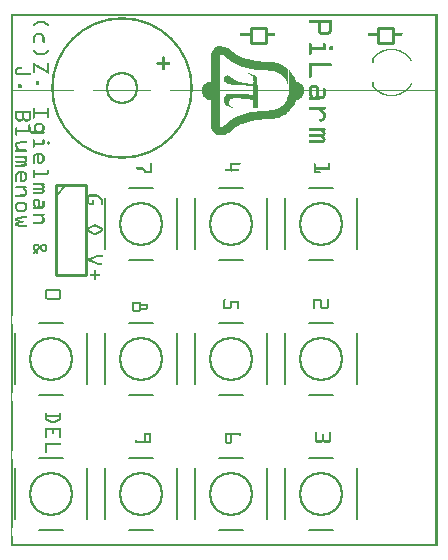
<source format=gto>
G04 MADE WITH FRITZING*
G04 WWW.FRITZING.ORG*
G04 DOUBLE SIDED*
G04 HOLES PLATED*
G04 CONTOUR ON CENTER OF CONTOUR VECTOR*
%ASAXBY*%
%FSLAX23Y23*%
%MOIN*%
%OFA0B0*%
%SFA1.0B1.0*%
%ADD10C,0.472568X0.456568*%
%ADD11C,0.108000X0.092*%
%ADD12C,0.148000X0.132*%
%ADD13C,0.010000*%
%ADD14C,0.005000*%
%ADD15C,0.008000*%
%ADD16R,0.001000X0.001000*%
%LNSILK1*%
G90*
G70*
G54D10*
X371Y1529D03*
G54D11*
X371Y1529D03*
G54D12*
X135Y626D03*
X135Y176D03*
X435Y176D03*
X435Y626D03*
X435Y1076D03*
X735Y176D03*
X735Y626D03*
X735Y1076D03*
X1035Y176D03*
X1035Y626D03*
X1035Y1076D03*
G54D13*
X1274Y1680D02*
X1224Y1680D01*
D02*
X1224Y1680D02*
X1224Y1730D01*
D02*
X1224Y1730D02*
X1274Y1730D01*
D02*
X1274Y1730D02*
X1274Y1680D01*
D02*
X149Y1204D02*
X149Y904D01*
D02*
X149Y904D02*
X249Y904D01*
D02*
X249Y904D02*
X249Y1204D01*
D02*
X249Y1204D02*
X149Y1204D01*
G54D14*
D02*
X149Y1169D02*
X184Y1204D01*
G54D15*
D02*
X255Y541D02*
X255Y711D01*
D02*
X15Y711D02*
X15Y541D01*
D02*
X174Y506D02*
X95Y506D01*
D02*
X175Y746D02*
X95Y746D01*
D02*
X255Y91D02*
X255Y261D01*
D02*
X15Y261D02*
X15Y91D01*
D02*
X174Y56D02*
X95Y56D01*
D02*
X175Y296D02*
X95Y296D01*
D02*
X555Y91D02*
X555Y261D01*
D02*
X315Y261D02*
X315Y91D01*
D02*
X474Y56D02*
X395Y56D01*
D02*
X475Y296D02*
X395Y296D01*
D02*
X555Y541D02*
X555Y711D01*
D02*
X315Y711D02*
X315Y541D01*
D02*
X474Y506D02*
X395Y506D01*
D02*
X475Y746D02*
X395Y746D01*
D02*
X555Y991D02*
X555Y1161D01*
D02*
X315Y1161D02*
X315Y991D01*
D02*
X474Y956D02*
X395Y956D01*
D02*
X475Y1196D02*
X395Y1196D01*
D02*
X855Y91D02*
X855Y261D01*
D02*
X615Y261D02*
X615Y91D01*
D02*
X774Y56D02*
X695Y56D01*
D02*
X775Y296D02*
X695Y296D01*
D02*
X855Y541D02*
X855Y711D01*
D02*
X615Y711D02*
X615Y541D01*
D02*
X774Y506D02*
X695Y506D01*
D02*
X775Y746D02*
X695Y746D01*
D02*
X855Y991D02*
X855Y1161D01*
D02*
X615Y1161D02*
X615Y991D01*
D02*
X774Y956D02*
X695Y956D01*
D02*
X775Y1196D02*
X695Y1196D01*
D02*
X1155Y91D02*
X1155Y261D01*
D02*
X915Y261D02*
X915Y91D01*
D02*
X1074Y56D02*
X995Y56D01*
D02*
X1075Y296D02*
X995Y296D01*
D02*
X1155Y541D02*
X1155Y711D01*
D02*
X915Y711D02*
X915Y541D01*
D02*
X1074Y506D02*
X995Y506D01*
D02*
X1075Y746D02*
X995Y746D01*
D02*
X1155Y991D02*
X1155Y1161D01*
D02*
X915Y1161D02*
X915Y991D01*
D02*
X1074Y956D02*
X995Y956D01*
D02*
X1075Y1196D02*
X995Y1196D01*
G54D13*
D02*
X849Y1680D02*
X799Y1680D01*
D02*
X799Y1680D02*
X799Y1730D01*
D02*
X799Y1730D02*
X849Y1730D01*
D02*
X849Y1730D02*
X849Y1680D01*
G36*
X978Y1526D02*
X976Y1526D01*
X976Y1531D01*
X975Y1531D01*
X975Y1534D01*
X973Y1534D01*
X973Y1537D01*
X972Y1537D01*
X972Y1538D01*
X970Y1538D01*
X970Y1540D01*
X969Y1540D01*
X969Y1541D01*
X967Y1541D01*
X967Y1543D01*
X965Y1543D01*
X965Y1544D01*
X964Y1544D01*
X964Y1546D01*
X961Y1546D01*
X961Y1547D01*
X956Y1547D01*
X956Y1549D01*
X952Y1549D01*
X952Y1550D01*
X950Y1550D01*
X950Y1553D01*
X949Y1553D01*
X949Y1556D01*
X947Y1556D01*
X947Y1559D01*
X946Y1559D01*
X946Y1564D01*
X944Y1564D01*
X944Y1567D01*
X943Y1567D01*
X943Y1568D01*
X941Y1568D01*
X941Y1571D01*
X940Y1571D01*
X940Y1573D01*
X938Y1573D01*
X938Y1575D01*
X937Y1575D01*
X937Y1578D01*
X935Y1578D01*
X935Y1579D01*
X934Y1579D01*
X934Y1582D01*
X932Y1582D01*
X932Y1584D01*
X931Y1584D01*
X931Y1585D01*
X929Y1585D01*
X929Y1587D01*
X928Y1587D01*
X928Y1588D01*
X926Y1588D01*
X926Y1505D01*
X925Y1505D01*
X925Y1501D01*
X923Y1501D01*
X923Y1498D01*
X922Y1498D01*
X922Y1490D01*
X920Y1490D01*
X920Y1487D01*
X919Y1487D01*
X919Y1485D01*
X917Y1485D01*
X917Y1482D01*
X916Y1482D01*
X916Y1481D01*
X914Y1481D01*
X914Y1479D01*
X913Y1479D01*
X913Y1476D01*
X911Y1476D01*
X911Y1475D01*
X910Y1475D01*
X910Y1473D01*
X908Y1473D01*
X908Y1472D01*
X907Y1472D01*
X907Y1470D01*
X905Y1470D01*
X905Y1469D01*
X904Y1469D01*
X904Y1467D01*
X901Y1467D01*
X901Y1466D01*
X899Y1466D01*
X899Y1464D01*
X898Y1464D01*
X898Y1463D01*
X895Y1463D01*
X895Y1461D01*
X892Y1461D01*
X892Y1460D01*
X887Y1460D01*
X887Y1458D01*
X884Y1458D01*
X884Y1457D01*
X879Y1457D01*
X879Y1455D01*
X875Y1455D01*
X875Y1454D01*
X861Y1454D01*
X861Y1452D01*
X833Y1452D01*
X833Y1451D01*
X819Y1451D01*
X819Y1449D01*
X810Y1449D01*
X810Y1448D01*
X795Y1448D01*
X795Y1446D01*
X790Y1446D01*
X790Y1445D01*
X784Y1445D01*
X784Y1443D01*
X780Y1443D01*
X780Y1442D01*
X775Y1442D01*
X775Y1440D01*
X771Y1440D01*
X771Y1439D01*
X768Y1439D01*
X768Y1437D01*
X763Y1437D01*
X763Y1436D01*
X759Y1436D01*
X759Y1434D01*
X754Y1434D01*
X754Y1433D01*
X751Y1433D01*
X751Y1431D01*
X748Y1431D01*
X748Y1430D01*
X745Y1430D01*
X745Y1428D01*
X744Y1428D01*
X744Y1427D01*
X741Y1427D01*
X741Y1425D01*
X739Y1425D01*
X739Y1424D01*
X736Y1424D01*
X736Y1422D01*
X732Y1422D01*
X732Y1421D01*
X730Y1421D01*
X730Y1419D01*
X729Y1419D01*
X729Y1418D01*
X727Y1418D01*
X727Y1416D01*
X726Y1416D01*
X726Y1415D01*
X724Y1415D01*
X724Y1413D01*
X721Y1413D01*
X721Y1411D01*
X719Y1411D01*
X719Y1410D01*
X718Y1410D01*
X718Y1408D01*
X716Y1408D01*
X716Y1405D01*
X713Y1405D01*
X713Y1404D01*
X712Y1404D01*
X712Y1402D01*
X710Y1402D01*
X710Y1401D01*
X706Y1401D01*
X706Y1399D01*
X698Y1399D01*
X698Y1371D01*
X710Y1371D01*
X710Y1372D01*
X718Y1372D01*
X718Y1374D01*
X721Y1374D01*
X721Y1375D01*
X722Y1375D01*
X722Y1377D01*
X726Y1377D01*
X726Y1378D01*
X729Y1378D01*
X729Y1380D01*
X730Y1380D01*
X730Y1381D01*
X732Y1381D01*
X732Y1383D01*
X733Y1383D01*
X733Y1384D01*
X735Y1384D01*
X735Y1386D01*
X738Y1386D01*
X738Y1387D01*
X739Y1387D01*
X739Y1389D01*
X741Y1389D01*
X741Y1390D01*
X742Y1390D01*
X742Y1392D01*
X744Y1392D01*
X744Y1395D01*
X747Y1395D01*
X747Y1396D01*
X748Y1396D01*
X748Y1398D01*
X753Y1398D01*
X753Y1399D01*
X754Y1399D01*
X754Y1401D01*
X756Y1401D01*
X756Y1402D01*
X759Y1402D01*
X759Y1404D01*
X762Y1404D01*
X762Y1405D01*
X765Y1405D01*
X765Y1407D01*
X768Y1407D01*
X768Y1408D01*
X771Y1408D01*
X771Y1410D01*
X778Y1410D01*
X778Y1411D01*
X783Y1411D01*
X783Y1413D01*
X787Y1413D01*
X787Y1415D01*
X793Y1415D01*
X793Y1416D01*
X798Y1416D01*
X798Y1418D01*
X804Y1418D01*
X804Y1419D01*
X812Y1419D01*
X812Y1421D01*
X821Y1421D01*
X821Y1422D01*
X836Y1422D01*
X836Y1424D01*
X876Y1424D01*
X876Y1425D01*
X882Y1425D01*
X882Y1427D01*
X887Y1427D01*
X887Y1428D01*
X892Y1428D01*
X892Y1430D01*
X896Y1430D01*
X896Y1431D01*
X898Y1431D01*
X898Y1433D01*
X902Y1433D01*
X902Y1434D01*
X905Y1434D01*
X905Y1436D01*
X908Y1436D01*
X908Y1437D01*
X911Y1437D01*
X911Y1439D01*
X913Y1439D01*
X913Y1440D01*
X916Y1440D01*
X916Y1442D01*
X917Y1442D01*
X917Y1443D01*
X919Y1443D01*
X919Y1445D01*
X920Y1445D01*
X920Y1446D01*
X922Y1446D01*
X922Y1448D01*
X925Y1448D01*
X925Y1449D01*
X926Y1449D01*
X926Y1451D01*
X928Y1451D01*
X928Y1452D01*
X929Y1452D01*
X929Y1454D01*
X931Y1454D01*
X931Y1455D01*
X932Y1455D01*
X932Y1457D01*
X934Y1457D01*
X934Y1460D01*
X935Y1460D01*
X935Y1461D01*
X937Y1461D01*
X937Y1463D01*
X938Y1463D01*
X938Y1464D01*
X940Y1464D01*
X940Y1467D01*
X941Y1467D01*
X941Y1469D01*
X943Y1469D01*
X943Y1472D01*
X944Y1472D01*
X944Y1473D01*
X946Y1473D01*
X946Y1478D01*
X947Y1478D01*
X947Y1482D01*
X949Y1482D01*
X949Y1485D01*
X950Y1485D01*
X950Y1488D01*
X955Y1488D01*
X955Y1490D01*
X959Y1490D01*
X959Y1491D01*
X961Y1491D01*
X961Y1493D01*
X964Y1493D01*
X964Y1495D01*
X965Y1495D01*
X965Y1496D01*
X969Y1496D01*
X969Y1498D01*
X970Y1498D01*
X970Y1499D01*
X972Y1499D01*
X972Y1502D01*
X973Y1502D01*
X973Y1505D01*
X975Y1505D01*
X975Y1508D01*
X976Y1508D01*
X976Y1511D01*
X978Y1511D01*
X978Y1526D01*
G37*
D02*
G36*
X698Y1668D02*
X697Y1668D01*
X697Y1371D01*
X698Y1371D01*
X698Y1668D01*
G37*
D02*
G36*
X698Y1668D02*
X697Y1668D01*
X697Y1371D01*
X698Y1371D01*
X698Y1668D01*
G37*
D02*
G36*
X697Y1668D02*
X691Y1668D01*
X691Y1667D01*
X688Y1667D01*
X688Y1665D01*
X685Y1665D01*
X685Y1664D01*
X682Y1664D01*
X682Y1662D01*
X680Y1662D01*
X680Y1661D01*
X677Y1661D01*
X677Y1658D01*
X676Y1658D01*
X676Y1656D01*
X674Y1656D01*
X674Y1655D01*
X673Y1655D01*
X673Y1651D01*
X671Y1651D01*
X671Y1650D01*
X670Y1650D01*
X670Y1645D01*
X668Y1645D01*
X668Y1550D01*
X667Y1550D01*
X667Y1549D01*
X658Y1549D01*
X658Y1547D01*
X653Y1547D01*
X653Y1546D01*
X650Y1546D01*
X650Y1544D01*
X649Y1544D01*
X649Y1543D01*
X647Y1543D01*
X647Y1541D01*
X644Y1541D01*
X644Y1538D01*
X642Y1538D01*
X642Y1537D01*
X641Y1537D01*
X641Y1534D01*
X639Y1534D01*
X639Y1531D01*
X638Y1531D01*
X638Y1526D01*
X636Y1526D01*
X636Y1511D01*
X638Y1511D01*
X638Y1507D01*
X639Y1507D01*
X639Y1505D01*
X641Y1505D01*
X641Y1502D01*
X642Y1502D01*
X642Y1499D01*
X644Y1499D01*
X644Y1498D01*
X646Y1498D01*
X646Y1496D01*
X649Y1496D01*
X649Y1495D01*
X650Y1495D01*
X650Y1493D01*
X653Y1493D01*
X653Y1491D01*
X655Y1491D01*
X655Y1490D01*
X659Y1490D01*
X659Y1488D01*
X667Y1488D01*
X667Y1487D01*
X668Y1487D01*
X668Y1393D01*
X670Y1393D01*
X670Y1389D01*
X671Y1389D01*
X671Y1386D01*
X673Y1386D01*
X673Y1384D01*
X674Y1384D01*
X674Y1383D01*
X676Y1383D01*
X676Y1380D01*
X677Y1380D01*
X677Y1378D01*
X679Y1378D01*
X679Y1377D01*
X680Y1377D01*
X680Y1375D01*
X682Y1375D01*
X682Y1374D01*
X685Y1374D01*
X685Y1372D01*
X691Y1372D01*
X691Y1371D01*
X697Y1371D01*
X697Y1668D01*
G37*
D02*
G36*
X824Y1540D02*
X822Y1540D01*
X822Y1555D01*
X821Y1555D01*
X821Y1559D01*
X819Y1559D01*
X819Y1565D01*
X818Y1565D01*
X818Y1567D01*
X816Y1567D01*
X816Y1568D01*
X815Y1568D01*
X815Y1570D01*
X813Y1570D01*
X813Y1571D01*
X809Y1571D01*
X809Y1547D01*
X807Y1547D01*
X807Y1505D01*
X793Y1505D01*
X793Y1507D01*
X775Y1507D01*
X775Y1508D01*
X765Y1508D01*
X765Y1510D01*
X727Y1510D01*
X727Y1485D01*
X729Y1485D01*
X729Y1487D01*
X730Y1487D01*
X730Y1490D01*
X732Y1490D01*
X732Y1491D01*
X735Y1491D01*
X735Y1493D01*
X741Y1493D01*
X741Y1495D01*
X766Y1495D01*
X766Y1493D01*
X783Y1493D01*
X783Y1491D01*
X796Y1491D01*
X796Y1490D01*
X807Y1490D01*
X807Y1461D01*
X824Y1461D01*
X824Y1540D01*
G37*
D02*
G36*
X809Y1573D02*
X804Y1573D01*
X804Y1575D01*
X799Y1575D01*
X799Y1576D01*
X796Y1576D01*
X796Y1578D01*
X793Y1578D01*
X793Y1579D01*
X790Y1579D01*
X790Y1578D01*
X792Y1578D01*
X792Y1576D01*
X793Y1576D01*
X793Y1575D01*
X798Y1575D01*
X798Y1573D01*
X799Y1573D01*
X799Y1571D01*
X801Y1571D01*
X801Y1570D01*
X802Y1570D01*
X802Y1568D01*
X804Y1568D01*
X804Y1567D01*
X806Y1567D01*
X806Y1564D01*
X807Y1564D01*
X807Y1553D01*
X809Y1553D01*
X809Y1573D01*
G37*
D02*
G36*
X807Y1543D02*
X790Y1543D01*
X790Y1544D01*
X778Y1544D01*
X778Y1546D01*
X772Y1546D01*
X772Y1547D01*
X763Y1547D01*
X763Y1549D01*
X759Y1549D01*
X759Y1550D01*
X756Y1550D01*
X756Y1552D01*
X753Y1552D01*
X753Y1553D01*
X750Y1553D01*
X750Y1555D01*
X747Y1555D01*
X747Y1556D01*
X744Y1556D01*
X744Y1558D01*
X742Y1558D01*
X742Y1559D01*
X741Y1559D01*
X741Y1561D01*
X736Y1561D01*
X736Y1562D01*
X735Y1562D01*
X735Y1564D01*
X733Y1564D01*
X733Y1565D01*
X730Y1565D01*
X730Y1568D01*
X727Y1568D01*
X727Y1570D01*
X724Y1570D01*
X724Y1571D01*
X721Y1571D01*
X721Y1570D01*
X718Y1570D01*
X718Y1568D01*
X715Y1568D01*
X715Y1567D01*
X713Y1567D01*
X713Y1565D01*
X712Y1565D01*
X712Y1562D01*
X710Y1562D01*
X710Y1552D01*
X712Y1552D01*
X712Y1550D01*
X713Y1550D01*
X713Y1549D01*
X715Y1549D01*
X715Y1547D01*
X718Y1547D01*
X718Y1546D01*
X719Y1546D01*
X719Y1544D01*
X722Y1544D01*
X722Y1543D01*
X729Y1543D01*
X729Y1541D01*
X733Y1541D01*
X733Y1540D01*
X744Y1540D01*
X744Y1538D01*
X756Y1538D01*
X756Y1537D01*
X784Y1537D01*
X784Y1535D01*
X802Y1535D01*
X802Y1534D01*
X807Y1534D01*
X807Y1543D01*
G37*
D02*
G36*
X742Y1464D02*
X736Y1464D01*
X736Y1466D01*
X733Y1466D01*
X733Y1467D01*
X732Y1467D01*
X732Y1469D01*
X730Y1469D01*
X730Y1472D01*
X729Y1472D01*
X729Y1473D01*
X727Y1473D01*
X727Y1466D01*
X729Y1466D01*
X729Y1464D01*
X733Y1464D01*
X733Y1463D01*
X738Y1463D01*
X738Y1461D01*
X742Y1461D01*
X742Y1464D01*
G37*
D02*
G36*
X727Y1510D02*
X726Y1510D01*
X726Y1466D01*
X727Y1466D01*
X727Y1510D01*
G37*
D02*
G36*
X727Y1510D02*
X726Y1510D01*
X726Y1466D01*
X727Y1466D01*
X727Y1510D01*
G37*
D02*
G36*
X726Y1510D02*
X724Y1510D01*
X724Y1508D01*
X721Y1508D01*
X721Y1507D01*
X718Y1507D01*
X718Y1504D01*
X716Y1504D01*
X716Y1502D01*
X715Y1502D01*
X715Y1501D01*
X713Y1501D01*
X713Y1499D01*
X712Y1499D01*
X712Y1496D01*
X710Y1496D01*
X710Y1481D01*
X712Y1481D01*
X712Y1478D01*
X713Y1478D01*
X713Y1475D01*
X715Y1475D01*
X715Y1473D01*
X716Y1473D01*
X716Y1472D01*
X718Y1472D01*
X718Y1470D01*
X721Y1470D01*
X721Y1469D01*
X722Y1469D01*
X722Y1467D01*
X726Y1467D01*
X726Y1510D01*
G37*
D02*
G54D16*
X0Y1776D02*
X1422Y1776D01*
X0Y1775D02*
X1422Y1775D01*
X0Y1774D02*
X1422Y1774D01*
X0Y1773D02*
X1422Y1773D01*
X0Y1772D02*
X1422Y1772D01*
X0Y1771D02*
X1422Y1771D01*
X0Y1770D02*
X1422Y1770D01*
X0Y1769D02*
X1422Y1769D01*
X0Y1768D02*
X7Y1768D01*
X1415Y1768D02*
X1422Y1768D01*
X0Y1767D02*
X7Y1767D01*
X1415Y1767D02*
X1422Y1767D01*
X0Y1766D02*
X7Y1766D01*
X1415Y1766D02*
X1422Y1766D01*
X0Y1765D02*
X7Y1765D01*
X1415Y1765D02*
X1422Y1765D01*
X0Y1764D02*
X7Y1764D01*
X1415Y1764D02*
X1422Y1764D01*
X0Y1763D02*
X7Y1763D01*
X1415Y1763D02*
X1422Y1763D01*
X0Y1762D02*
X7Y1762D01*
X1415Y1762D02*
X1422Y1762D01*
X0Y1761D02*
X7Y1761D01*
X1415Y1761D02*
X1422Y1761D01*
X0Y1760D02*
X7Y1760D01*
X1415Y1760D02*
X1422Y1760D01*
X0Y1759D02*
X7Y1759D01*
X1415Y1759D02*
X1422Y1759D01*
X0Y1758D02*
X7Y1758D01*
X1415Y1758D02*
X1422Y1758D01*
X0Y1757D02*
X7Y1757D01*
X1415Y1757D02*
X1422Y1757D01*
X0Y1756D02*
X7Y1756D01*
X1415Y1756D02*
X1422Y1756D01*
X0Y1755D02*
X7Y1755D01*
X996Y1755D02*
X1070Y1755D01*
X1415Y1755D02*
X1422Y1755D01*
X0Y1754D02*
X7Y1754D01*
X995Y1754D02*
X1070Y1754D01*
X1415Y1754D02*
X1422Y1754D01*
X0Y1753D02*
X7Y1753D01*
X994Y1753D02*
X1070Y1753D01*
X1415Y1753D02*
X1422Y1753D01*
X0Y1752D02*
X7Y1752D01*
X994Y1752D02*
X1070Y1752D01*
X1415Y1752D02*
X1422Y1752D01*
X0Y1751D02*
X7Y1751D01*
X90Y1751D02*
X111Y1751D01*
X993Y1751D02*
X1070Y1751D01*
X1415Y1751D02*
X1422Y1751D01*
X0Y1750D02*
X7Y1750D01*
X87Y1750D02*
X114Y1750D01*
X993Y1750D02*
X1070Y1750D01*
X1415Y1750D02*
X1422Y1750D01*
X0Y1749D02*
X7Y1749D01*
X86Y1749D02*
X115Y1749D01*
X993Y1749D02*
X1070Y1749D01*
X1415Y1749D02*
X1422Y1749D01*
X0Y1748D02*
X7Y1748D01*
X85Y1748D02*
X116Y1748D01*
X994Y1748D02*
X1070Y1748D01*
X1415Y1748D02*
X1422Y1748D01*
X0Y1747D02*
X7Y1747D01*
X83Y1747D02*
X118Y1747D01*
X995Y1747D02*
X1070Y1747D01*
X1415Y1747D02*
X1422Y1747D01*
X0Y1746D02*
X7Y1746D01*
X82Y1746D02*
X119Y1746D01*
X996Y1746D02*
X1070Y1746D01*
X1415Y1746D02*
X1422Y1746D01*
X0Y1745D02*
X7Y1745D01*
X81Y1745D02*
X120Y1745D01*
X1023Y1745D02*
X1032Y1745D01*
X1061Y1745D02*
X1070Y1745D01*
X1415Y1745D02*
X1422Y1745D01*
X0Y1744D02*
X7Y1744D01*
X79Y1744D02*
X90Y1744D01*
X111Y1744D02*
X122Y1744D01*
X1023Y1744D02*
X1032Y1744D01*
X1061Y1744D02*
X1070Y1744D01*
X1415Y1744D02*
X1422Y1744D01*
X0Y1743D02*
X7Y1743D01*
X78Y1743D02*
X89Y1743D01*
X112Y1743D02*
X123Y1743D01*
X1023Y1743D02*
X1032Y1743D01*
X1061Y1743D02*
X1070Y1743D01*
X1415Y1743D02*
X1422Y1743D01*
X0Y1742D02*
X7Y1742D01*
X77Y1742D02*
X87Y1742D01*
X114Y1742D02*
X124Y1742D01*
X1023Y1742D02*
X1032Y1742D01*
X1061Y1742D02*
X1070Y1742D01*
X1415Y1742D02*
X1422Y1742D01*
X0Y1741D02*
X7Y1741D01*
X76Y1741D02*
X86Y1741D01*
X115Y1741D02*
X125Y1741D01*
X1023Y1741D02*
X1032Y1741D01*
X1061Y1741D02*
X1070Y1741D01*
X1415Y1741D02*
X1422Y1741D01*
X0Y1740D02*
X7Y1740D01*
X75Y1740D02*
X85Y1740D01*
X116Y1740D02*
X126Y1740D01*
X1023Y1740D02*
X1032Y1740D01*
X1061Y1740D02*
X1070Y1740D01*
X1415Y1740D02*
X1422Y1740D01*
X0Y1739D02*
X7Y1739D01*
X74Y1739D02*
X83Y1739D01*
X118Y1739D02*
X127Y1739D01*
X1023Y1739D02*
X1032Y1739D01*
X1061Y1739D02*
X1070Y1739D01*
X1415Y1739D02*
X1422Y1739D01*
X0Y1738D02*
X7Y1738D01*
X74Y1738D02*
X82Y1738D01*
X119Y1738D02*
X127Y1738D01*
X1023Y1738D02*
X1032Y1738D01*
X1061Y1738D02*
X1070Y1738D01*
X1415Y1738D02*
X1422Y1738D01*
X0Y1737D02*
X7Y1737D01*
X74Y1737D02*
X81Y1737D01*
X120Y1737D02*
X127Y1737D01*
X1023Y1737D02*
X1032Y1737D01*
X1061Y1737D02*
X1070Y1737D01*
X1415Y1737D02*
X1422Y1737D01*
X0Y1736D02*
X7Y1736D01*
X75Y1736D02*
X80Y1736D01*
X121Y1736D02*
X126Y1736D01*
X1023Y1736D02*
X1032Y1736D01*
X1061Y1736D02*
X1070Y1736D01*
X1415Y1736D02*
X1422Y1736D01*
X0Y1735D02*
X7Y1735D01*
X76Y1735D02*
X78Y1735D01*
X123Y1735D02*
X125Y1735D01*
X1023Y1735D02*
X1032Y1735D01*
X1061Y1735D02*
X1070Y1735D01*
X1415Y1735D02*
X1422Y1735D01*
X0Y1734D02*
X7Y1734D01*
X1023Y1734D02*
X1032Y1734D01*
X1061Y1734D02*
X1070Y1734D01*
X1415Y1734D02*
X1422Y1734D01*
X0Y1733D02*
X7Y1733D01*
X1023Y1733D02*
X1032Y1733D01*
X1061Y1733D02*
X1070Y1733D01*
X1415Y1733D02*
X1422Y1733D01*
X0Y1732D02*
X7Y1732D01*
X1023Y1732D02*
X1032Y1732D01*
X1061Y1732D02*
X1070Y1732D01*
X1415Y1732D02*
X1422Y1732D01*
X0Y1731D02*
X7Y1731D01*
X1023Y1731D02*
X1032Y1731D01*
X1061Y1731D02*
X1070Y1731D01*
X1415Y1731D02*
X1422Y1731D01*
X0Y1730D02*
X7Y1730D01*
X1023Y1730D02*
X1032Y1730D01*
X1061Y1730D02*
X1070Y1730D01*
X1415Y1730D02*
X1422Y1730D01*
X0Y1729D02*
X7Y1729D01*
X1023Y1729D02*
X1032Y1729D01*
X1061Y1729D02*
X1070Y1729D01*
X1415Y1729D02*
X1422Y1729D01*
X0Y1728D02*
X7Y1728D01*
X1023Y1728D02*
X1032Y1728D01*
X1061Y1728D02*
X1070Y1728D01*
X1415Y1728D02*
X1422Y1728D01*
X0Y1727D02*
X7Y1727D01*
X1023Y1727D02*
X1032Y1727D01*
X1061Y1727D02*
X1070Y1727D01*
X1415Y1727D02*
X1422Y1727D01*
X0Y1726D02*
X7Y1726D01*
X1023Y1726D02*
X1032Y1726D01*
X1061Y1726D02*
X1070Y1726D01*
X1415Y1726D02*
X1422Y1726D01*
X0Y1725D02*
X7Y1725D01*
X1023Y1725D02*
X1032Y1725D01*
X1061Y1725D02*
X1070Y1725D01*
X1415Y1725D02*
X1422Y1725D01*
X0Y1724D02*
X7Y1724D01*
X1023Y1724D02*
X1032Y1724D01*
X1061Y1724D02*
X1070Y1724D01*
X1415Y1724D02*
X1422Y1724D01*
X0Y1723D02*
X7Y1723D01*
X1023Y1723D02*
X1032Y1723D01*
X1061Y1723D02*
X1070Y1723D01*
X1415Y1723D02*
X1422Y1723D01*
X0Y1722D02*
X7Y1722D01*
X1023Y1722D02*
X1032Y1722D01*
X1061Y1722D02*
X1070Y1722D01*
X1415Y1722D02*
X1422Y1722D01*
X0Y1721D02*
X7Y1721D01*
X1023Y1721D02*
X1032Y1721D01*
X1061Y1721D02*
X1070Y1721D01*
X1415Y1721D02*
X1422Y1721D01*
X0Y1720D02*
X7Y1720D01*
X1023Y1720D02*
X1032Y1720D01*
X1061Y1720D02*
X1070Y1720D01*
X1415Y1720D02*
X1422Y1720D01*
X0Y1719D02*
X7Y1719D01*
X1023Y1719D02*
X1032Y1719D01*
X1061Y1719D02*
X1070Y1719D01*
X1415Y1719D02*
X1422Y1719D01*
X0Y1718D02*
X7Y1718D01*
X1023Y1718D02*
X1033Y1718D01*
X1060Y1718D02*
X1070Y1718D01*
X1415Y1718D02*
X1422Y1718D01*
X0Y1717D02*
X7Y1717D01*
X1023Y1717D02*
X1034Y1717D01*
X1059Y1717D02*
X1070Y1717D01*
X1415Y1717D02*
X1422Y1717D01*
X0Y1716D02*
X7Y1716D01*
X1024Y1716D02*
X1036Y1716D01*
X1057Y1716D02*
X1069Y1716D01*
X1415Y1716D02*
X1422Y1716D01*
X0Y1715D02*
X7Y1715D01*
X1024Y1715D02*
X1069Y1715D01*
X1415Y1715D02*
X1422Y1715D01*
X0Y1714D02*
X7Y1714D01*
X1025Y1714D02*
X1069Y1714D01*
X1415Y1714D02*
X1422Y1714D01*
X0Y1713D02*
X7Y1713D01*
X1025Y1713D02*
X1068Y1713D01*
X1415Y1713D02*
X1422Y1713D01*
X0Y1712D02*
X7Y1712D01*
X1026Y1712D02*
X1067Y1712D01*
X1415Y1712D02*
X1422Y1712D01*
X0Y1711D02*
X7Y1711D01*
X85Y1711D02*
X101Y1711D01*
X1027Y1711D02*
X1066Y1711D01*
X1415Y1711D02*
X1422Y1711D01*
X0Y1710D02*
X7Y1710D01*
X83Y1710D02*
X103Y1710D01*
X766Y1710D02*
X798Y1710D01*
X849Y1710D02*
X881Y1710D01*
X1028Y1710D02*
X1066Y1710D01*
X1191Y1710D02*
X1223Y1710D01*
X1274Y1710D02*
X1306Y1710D01*
X1415Y1710D02*
X1422Y1710D01*
X0Y1709D02*
X7Y1709D01*
X82Y1709D02*
X104Y1709D01*
X766Y1709D02*
X798Y1709D01*
X849Y1709D02*
X881Y1709D01*
X1029Y1709D02*
X1064Y1709D01*
X1191Y1709D02*
X1223Y1709D01*
X1274Y1709D02*
X1306Y1709D01*
X1415Y1709D02*
X1422Y1709D01*
X0Y1708D02*
X7Y1708D01*
X81Y1708D02*
X105Y1708D01*
X766Y1708D02*
X798Y1708D01*
X849Y1708D02*
X881Y1708D01*
X1030Y1708D02*
X1063Y1708D01*
X1191Y1708D02*
X1223Y1708D01*
X1274Y1708D02*
X1306Y1708D01*
X1415Y1708D02*
X1422Y1708D01*
X0Y1707D02*
X7Y1707D01*
X80Y1707D02*
X106Y1707D01*
X766Y1707D02*
X798Y1707D01*
X849Y1707D02*
X880Y1707D01*
X1032Y1707D02*
X1061Y1707D01*
X1191Y1707D02*
X1223Y1707D01*
X1274Y1707D02*
X1305Y1707D01*
X1415Y1707D02*
X1422Y1707D01*
X0Y1706D02*
X7Y1706D01*
X80Y1706D02*
X107Y1706D01*
X766Y1706D02*
X798Y1706D01*
X849Y1706D02*
X880Y1706D01*
X1035Y1706D02*
X1058Y1706D01*
X1191Y1706D02*
X1223Y1706D01*
X1274Y1706D02*
X1305Y1706D01*
X1415Y1706D02*
X1422Y1706D01*
X0Y1705D02*
X7Y1705D01*
X79Y1705D02*
X108Y1705D01*
X766Y1705D02*
X798Y1705D01*
X849Y1705D02*
X880Y1705D01*
X1191Y1705D02*
X1223Y1705D01*
X1274Y1705D02*
X1305Y1705D01*
X1415Y1705D02*
X1422Y1705D01*
X0Y1704D02*
X7Y1704D01*
X78Y1704D02*
X86Y1704D01*
X100Y1704D02*
X109Y1704D01*
X766Y1704D02*
X798Y1704D01*
X849Y1704D02*
X880Y1704D01*
X1191Y1704D02*
X1223Y1704D01*
X1274Y1704D02*
X1305Y1704D01*
X1415Y1704D02*
X1422Y1704D01*
X0Y1703D02*
X7Y1703D01*
X77Y1703D02*
X85Y1703D01*
X101Y1703D02*
X110Y1703D01*
X766Y1703D02*
X798Y1703D01*
X849Y1703D02*
X880Y1703D01*
X1191Y1703D02*
X1223Y1703D01*
X1274Y1703D02*
X1305Y1703D01*
X1415Y1703D02*
X1422Y1703D01*
X0Y1702D02*
X7Y1702D01*
X76Y1702D02*
X84Y1702D01*
X102Y1702D02*
X110Y1702D01*
X766Y1702D02*
X798Y1702D01*
X849Y1702D02*
X881Y1702D01*
X1191Y1702D02*
X1223Y1702D01*
X1274Y1702D02*
X1306Y1702D01*
X1415Y1702D02*
X1422Y1702D01*
X0Y1701D02*
X7Y1701D01*
X75Y1701D02*
X83Y1701D01*
X103Y1701D02*
X111Y1701D01*
X766Y1701D02*
X798Y1701D01*
X849Y1701D02*
X881Y1701D01*
X1191Y1701D02*
X1223Y1701D01*
X1274Y1701D02*
X1306Y1701D01*
X1415Y1701D02*
X1422Y1701D01*
X0Y1700D02*
X7Y1700D01*
X75Y1700D02*
X83Y1700D01*
X104Y1700D02*
X111Y1700D01*
X1415Y1700D02*
X1422Y1700D01*
X0Y1699D02*
X7Y1699D01*
X74Y1699D02*
X82Y1699D01*
X104Y1699D02*
X112Y1699D01*
X1415Y1699D02*
X1422Y1699D01*
X0Y1698D02*
X7Y1698D01*
X74Y1698D02*
X81Y1698D01*
X105Y1698D02*
X112Y1698D01*
X1415Y1698D02*
X1422Y1698D01*
X0Y1697D02*
X7Y1697D01*
X74Y1697D02*
X80Y1697D01*
X106Y1697D02*
X112Y1697D01*
X1415Y1697D02*
X1422Y1697D01*
X0Y1696D02*
X7Y1696D01*
X74Y1696D02*
X80Y1696D01*
X106Y1696D02*
X112Y1696D01*
X1415Y1696D02*
X1422Y1696D01*
X0Y1695D02*
X7Y1695D01*
X74Y1695D02*
X80Y1695D01*
X106Y1695D02*
X112Y1695D01*
X1415Y1695D02*
X1422Y1695D01*
X0Y1694D02*
X7Y1694D01*
X74Y1694D02*
X80Y1694D01*
X106Y1694D02*
X112Y1694D01*
X1415Y1694D02*
X1422Y1694D01*
X0Y1693D02*
X7Y1693D01*
X74Y1693D02*
X80Y1693D01*
X106Y1693D02*
X112Y1693D01*
X1415Y1693D02*
X1422Y1693D01*
X0Y1692D02*
X7Y1692D01*
X74Y1692D02*
X80Y1692D01*
X106Y1692D02*
X112Y1692D01*
X1415Y1692D02*
X1422Y1692D01*
X0Y1691D02*
X7Y1691D01*
X74Y1691D02*
X80Y1691D01*
X106Y1691D02*
X112Y1691D01*
X1415Y1691D02*
X1422Y1691D01*
X0Y1690D02*
X7Y1690D01*
X74Y1690D02*
X80Y1690D01*
X106Y1690D02*
X112Y1690D01*
X1415Y1690D02*
X1422Y1690D01*
X0Y1689D02*
X7Y1689D01*
X74Y1689D02*
X80Y1689D01*
X106Y1689D02*
X112Y1689D01*
X1415Y1689D02*
X1422Y1689D01*
X0Y1688D02*
X7Y1688D01*
X74Y1688D02*
X80Y1688D01*
X106Y1688D02*
X112Y1688D01*
X1415Y1688D02*
X1422Y1688D01*
X0Y1687D02*
X7Y1687D01*
X74Y1687D02*
X80Y1687D01*
X106Y1687D02*
X112Y1687D01*
X1415Y1687D02*
X1422Y1687D01*
X0Y1686D02*
X7Y1686D01*
X74Y1686D02*
X80Y1686D01*
X106Y1686D02*
X112Y1686D01*
X1415Y1686D02*
X1422Y1686D01*
X0Y1685D02*
X7Y1685D01*
X74Y1685D02*
X80Y1685D01*
X106Y1685D02*
X112Y1685D01*
X1415Y1685D02*
X1422Y1685D01*
X0Y1684D02*
X7Y1684D01*
X74Y1684D02*
X80Y1684D01*
X106Y1684D02*
X112Y1684D01*
X1415Y1684D02*
X1422Y1684D01*
X0Y1683D02*
X7Y1683D01*
X74Y1683D02*
X80Y1683D01*
X106Y1683D02*
X112Y1683D01*
X1415Y1683D02*
X1422Y1683D01*
X0Y1682D02*
X7Y1682D01*
X74Y1682D02*
X80Y1682D01*
X106Y1682D02*
X112Y1682D01*
X1415Y1682D02*
X1422Y1682D01*
X0Y1681D02*
X7Y1681D01*
X74Y1681D02*
X80Y1681D01*
X106Y1681D02*
X112Y1681D01*
X1415Y1681D02*
X1422Y1681D01*
X0Y1680D02*
X7Y1680D01*
X74Y1680D02*
X80Y1680D01*
X107Y1680D02*
X112Y1680D01*
X1415Y1680D02*
X1422Y1680D01*
X0Y1679D02*
X7Y1679D01*
X75Y1679D02*
X79Y1679D01*
X107Y1679D02*
X112Y1679D01*
X1415Y1679D02*
X1422Y1679D01*
X0Y1678D02*
X7Y1678D01*
X76Y1678D02*
X78Y1678D01*
X108Y1678D02*
X111Y1678D01*
X997Y1678D02*
X999Y1678D01*
X1044Y1678D02*
X1045Y1678D01*
X1415Y1678D02*
X1422Y1678D01*
X0Y1677D02*
X7Y1677D01*
X995Y1677D02*
X1000Y1677D01*
X1042Y1677D02*
X1047Y1677D01*
X1415Y1677D02*
X1422Y1677D01*
X0Y1676D02*
X7Y1676D01*
X994Y1676D02*
X1001Y1676D01*
X1041Y1676D02*
X1048Y1676D01*
X1415Y1676D02*
X1422Y1676D01*
X0Y1675D02*
X7Y1675D01*
X994Y1675D02*
X1002Y1675D01*
X1040Y1675D02*
X1049Y1675D01*
X1415Y1675D02*
X1422Y1675D01*
X0Y1674D02*
X7Y1674D01*
X993Y1674D02*
X1002Y1674D01*
X1040Y1674D02*
X1049Y1674D01*
X1415Y1674D02*
X1422Y1674D01*
X0Y1673D02*
X7Y1673D01*
X993Y1673D02*
X1002Y1673D01*
X1040Y1673D02*
X1049Y1673D01*
X1415Y1673D02*
X1422Y1673D01*
X0Y1672D02*
X7Y1672D01*
X993Y1672D02*
X1002Y1672D01*
X1040Y1672D02*
X1049Y1672D01*
X1415Y1672D02*
X1422Y1672D01*
X0Y1671D02*
X7Y1671D01*
X993Y1671D02*
X1002Y1671D01*
X1040Y1671D02*
X1049Y1671D01*
X1415Y1671D02*
X1422Y1671D01*
X0Y1670D02*
X7Y1670D01*
X993Y1670D02*
X1002Y1670D01*
X1040Y1670D02*
X1049Y1670D01*
X1415Y1670D02*
X1422Y1670D01*
X0Y1669D02*
X7Y1669D01*
X993Y1669D02*
X1002Y1669D01*
X1040Y1669D02*
X1049Y1669D01*
X1415Y1669D02*
X1422Y1669D01*
X0Y1668D02*
X7Y1668D01*
X698Y1668D02*
X704Y1668D01*
X993Y1668D02*
X1002Y1668D01*
X1040Y1668D02*
X1049Y1668D01*
X1064Y1668D02*
X1071Y1668D01*
X1415Y1668D02*
X1422Y1668D01*
X0Y1667D02*
X7Y1667D01*
X698Y1667D02*
X705Y1667D01*
X993Y1667D02*
X1002Y1667D01*
X1040Y1667D02*
X1049Y1667D01*
X1063Y1667D02*
X1073Y1667D01*
X1415Y1667D02*
X1422Y1667D01*
X0Y1666D02*
X7Y1666D01*
X698Y1666D02*
X707Y1666D01*
X993Y1666D02*
X1002Y1666D01*
X1040Y1666D02*
X1049Y1666D01*
X1062Y1666D02*
X1074Y1666D01*
X1415Y1666D02*
X1422Y1666D01*
X0Y1665D02*
X7Y1665D01*
X698Y1665D02*
X710Y1665D01*
X993Y1665D02*
X1002Y1665D01*
X1040Y1665D02*
X1049Y1665D01*
X1061Y1665D02*
X1074Y1665D01*
X1415Y1665D02*
X1422Y1665D01*
X0Y1664D02*
X7Y1664D01*
X698Y1664D02*
X713Y1664D01*
X993Y1664D02*
X1002Y1664D01*
X1040Y1664D02*
X1049Y1664D01*
X1061Y1664D02*
X1074Y1664D01*
X1415Y1664D02*
X1422Y1664D01*
X0Y1663D02*
X7Y1663D01*
X698Y1663D02*
X717Y1663D01*
X993Y1663D02*
X1049Y1663D01*
X1061Y1663D02*
X1074Y1663D01*
X1415Y1663D02*
X1422Y1663D01*
X0Y1662D02*
X7Y1662D01*
X698Y1662D02*
X723Y1662D01*
X993Y1662D02*
X1049Y1662D01*
X1061Y1662D02*
X1074Y1662D01*
X1415Y1662D02*
X1422Y1662D01*
X0Y1661D02*
X7Y1661D01*
X698Y1661D02*
X727Y1661D01*
X993Y1661D02*
X1049Y1661D01*
X1061Y1661D02*
X1074Y1661D01*
X1415Y1661D02*
X1422Y1661D01*
X0Y1660D02*
X7Y1660D01*
X698Y1660D02*
X728Y1660D01*
X993Y1660D02*
X1049Y1660D01*
X1061Y1660D02*
X1074Y1660D01*
X1415Y1660D02*
X1422Y1660D01*
X0Y1659D02*
X7Y1659D01*
X698Y1659D02*
X729Y1659D01*
X993Y1659D02*
X1049Y1659D01*
X1061Y1659D02*
X1074Y1659D01*
X1265Y1659D02*
X1273Y1659D01*
X1415Y1659D02*
X1422Y1659D01*
X0Y1658D02*
X7Y1658D01*
X698Y1658D02*
X730Y1658D01*
X993Y1658D02*
X1049Y1658D01*
X1061Y1658D02*
X1074Y1658D01*
X1256Y1658D02*
X1282Y1658D01*
X1415Y1658D02*
X1422Y1658D01*
X0Y1657D02*
X7Y1657D01*
X698Y1657D02*
X731Y1657D01*
X993Y1657D02*
X1049Y1657D01*
X1061Y1657D02*
X1074Y1657D01*
X1251Y1657D02*
X1287Y1657D01*
X1415Y1657D02*
X1422Y1657D01*
X0Y1656D02*
X7Y1656D01*
X698Y1656D02*
X732Y1656D01*
X993Y1656D02*
X1048Y1656D01*
X1062Y1656D02*
X1074Y1656D01*
X1247Y1656D02*
X1290Y1656D01*
X1415Y1656D02*
X1422Y1656D01*
X0Y1655D02*
X7Y1655D01*
X698Y1655D02*
X733Y1655D01*
X993Y1655D02*
X1048Y1655D01*
X1062Y1655D02*
X1073Y1655D01*
X1244Y1655D02*
X1294Y1655D01*
X1415Y1655D02*
X1422Y1655D01*
X0Y1654D02*
X7Y1654D01*
X75Y1654D02*
X79Y1654D01*
X122Y1654D02*
X126Y1654D01*
X698Y1654D02*
X734Y1654D01*
X993Y1654D02*
X1046Y1654D01*
X1064Y1654D02*
X1072Y1654D01*
X1241Y1654D02*
X1262Y1654D01*
X1276Y1654D02*
X1296Y1654D01*
X1415Y1654D02*
X1422Y1654D01*
X0Y1653D02*
X7Y1653D01*
X74Y1653D02*
X80Y1653D01*
X121Y1653D02*
X127Y1653D01*
X698Y1653D02*
X735Y1653D01*
X993Y1653D02*
X1002Y1653D01*
X1239Y1653D02*
X1254Y1653D01*
X1283Y1653D02*
X1299Y1653D01*
X1415Y1653D02*
X1422Y1653D01*
X0Y1652D02*
X7Y1652D01*
X74Y1652D02*
X81Y1652D01*
X120Y1652D02*
X127Y1652D01*
X698Y1652D02*
X736Y1652D01*
X993Y1652D02*
X1002Y1652D01*
X1236Y1652D02*
X1250Y1652D01*
X1288Y1652D02*
X1301Y1652D01*
X1415Y1652D02*
X1422Y1652D01*
X0Y1651D02*
X7Y1651D01*
X74Y1651D02*
X83Y1651D01*
X118Y1651D02*
X127Y1651D01*
X698Y1651D02*
X737Y1651D01*
X993Y1651D02*
X1002Y1651D01*
X1234Y1651D02*
X1246Y1651D01*
X1291Y1651D02*
X1303Y1651D01*
X1415Y1651D02*
X1422Y1651D01*
X0Y1650D02*
X7Y1650D01*
X74Y1650D02*
X84Y1650D01*
X117Y1650D02*
X127Y1650D01*
X698Y1650D02*
X738Y1650D01*
X993Y1650D02*
X1002Y1650D01*
X1232Y1650D02*
X1243Y1650D01*
X1294Y1650D02*
X1305Y1650D01*
X1415Y1650D02*
X1422Y1650D01*
X0Y1649D02*
X7Y1649D01*
X75Y1649D02*
X85Y1649D01*
X116Y1649D02*
X126Y1649D01*
X698Y1649D02*
X741Y1649D01*
X993Y1649D02*
X1002Y1649D01*
X1230Y1649D02*
X1241Y1649D01*
X1296Y1649D02*
X1307Y1649D01*
X1415Y1649D02*
X1422Y1649D01*
X0Y1648D02*
X7Y1648D01*
X76Y1648D02*
X87Y1648D01*
X114Y1648D02*
X125Y1648D01*
X698Y1648D02*
X741Y1648D01*
X993Y1648D02*
X1002Y1648D01*
X1229Y1648D02*
X1238Y1648D01*
X1299Y1648D02*
X1309Y1648D01*
X1415Y1648D02*
X1422Y1648D01*
X0Y1647D02*
X7Y1647D01*
X77Y1647D02*
X88Y1647D01*
X113Y1647D02*
X124Y1647D01*
X698Y1647D02*
X743Y1647D01*
X993Y1647D02*
X1002Y1647D01*
X1227Y1647D02*
X1236Y1647D01*
X1301Y1647D02*
X1311Y1647D01*
X1415Y1647D02*
X1422Y1647D01*
X0Y1646D02*
X7Y1646D01*
X79Y1646D02*
X89Y1646D01*
X112Y1646D02*
X122Y1646D01*
X698Y1646D02*
X743Y1646D01*
X993Y1646D02*
X1002Y1646D01*
X1225Y1646D02*
X1234Y1646D01*
X1303Y1646D02*
X1312Y1646D01*
X1415Y1646D02*
X1422Y1646D01*
X0Y1645D02*
X7Y1645D01*
X80Y1645D02*
X91Y1645D01*
X110Y1645D02*
X121Y1645D01*
X698Y1645D02*
X743Y1645D01*
X993Y1645D02*
X1002Y1645D01*
X1224Y1645D02*
X1232Y1645D01*
X1305Y1645D02*
X1314Y1645D01*
X1415Y1645D02*
X1422Y1645D01*
X0Y1644D02*
X7Y1644D01*
X81Y1644D02*
X120Y1644D01*
X698Y1644D02*
X744Y1644D01*
X993Y1644D02*
X1002Y1644D01*
X1222Y1644D02*
X1230Y1644D01*
X1307Y1644D02*
X1315Y1644D01*
X1415Y1644D02*
X1422Y1644D01*
X0Y1643D02*
X7Y1643D01*
X82Y1643D02*
X119Y1643D01*
X698Y1643D02*
X747Y1643D01*
X993Y1643D02*
X1002Y1643D01*
X1221Y1643D02*
X1229Y1643D01*
X1308Y1643D02*
X1316Y1643D01*
X1415Y1643D02*
X1422Y1643D01*
X0Y1642D02*
X7Y1642D01*
X84Y1642D02*
X117Y1642D01*
X698Y1642D02*
X747Y1642D01*
X993Y1642D02*
X1002Y1642D01*
X1220Y1642D02*
X1227Y1642D01*
X1310Y1642D02*
X1318Y1642D01*
X1415Y1642D02*
X1422Y1642D01*
X0Y1641D02*
X7Y1641D01*
X85Y1641D02*
X116Y1641D01*
X698Y1641D02*
X749Y1641D01*
X994Y1641D02*
X1002Y1641D01*
X1219Y1641D02*
X1226Y1641D01*
X1311Y1641D02*
X1319Y1641D01*
X1415Y1641D02*
X1422Y1641D01*
X0Y1640D02*
X7Y1640D01*
X86Y1640D02*
X115Y1640D01*
X698Y1640D02*
X751Y1640D01*
X995Y1640D02*
X1001Y1640D01*
X1217Y1640D02*
X1224Y1640D01*
X1313Y1640D02*
X1320Y1640D01*
X1415Y1640D02*
X1422Y1640D01*
X0Y1639D02*
X7Y1639D01*
X88Y1639D02*
X113Y1639D01*
X698Y1639D02*
X752Y1639D01*
X996Y1639D02*
X1000Y1639D01*
X1216Y1639D02*
X1223Y1639D01*
X1314Y1639D02*
X1321Y1639D01*
X1415Y1639D02*
X1422Y1639D01*
X0Y1638D02*
X7Y1638D01*
X91Y1638D02*
X110Y1638D01*
X706Y1638D02*
X755Y1638D01*
X1215Y1638D02*
X1222Y1638D01*
X1315Y1638D02*
X1322Y1638D01*
X1415Y1638D02*
X1422Y1638D01*
X0Y1637D02*
X7Y1637D01*
X712Y1637D02*
X757Y1637D01*
X1214Y1637D02*
X1221Y1637D01*
X1317Y1637D02*
X1323Y1637D01*
X1415Y1637D02*
X1422Y1637D01*
X0Y1636D02*
X7Y1636D01*
X712Y1636D02*
X758Y1636D01*
X1213Y1636D02*
X1219Y1636D01*
X1318Y1636D02*
X1324Y1636D01*
X1415Y1636D02*
X1422Y1636D01*
X0Y1635D02*
X7Y1635D01*
X713Y1635D02*
X761Y1635D01*
X1212Y1635D02*
X1218Y1635D01*
X1319Y1635D02*
X1325Y1635D01*
X1415Y1635D02*
X1422Y1635D01*
X0Y1634D02*
X7Y1634D01*
X715Y1634D02*
X764Y1634D01*
X1211Y1634D02*
X1217Y1634D01*
X1320Y1634D02*
X1326Y1634D01*
X1415Y1634D02*
X1422Y1634D01*
X0Y1633D02*
X7Y1633D01*
X508Y1633D02*
X509Y1633D01*
X715Y1633D02*
X764Y1633D01*
X1210Y1633D02*
X1216Y1633D01*
X1321Y1633D02*
X1327Y1633D01*
X1415Y1633D02*
X1422Y1633D01*
X0Y1632D02*
X7Y1632D01*
X506Y1632D02*
X511Y1632D01*
X716Y1632D02*
X767Y1632D01*
X1209Y1632D02*
X1215Y1632D01*
X1322Y1632D02*
X1328Y1632D01*
X1415Y1632D02*
X1422Y1632D01*
X0Y1631D02*
X7Y1631D01*
X505Y1631D02*
X512Y1631D01*
X718Y1631D02*
X770Y1631D01*
X1209Y1631D02*
X1214Y1631D01*
X1323Y1631D02*
X1329Y1631D01*
X1415Y1631D02*
X1422Y1631D01*
X0Y1630D02*
X7Y1630D01*
X505Y1630D02*
X512Y1630D01*
X718Y1630D02*
X770Y1630D01*
X1208Y1630D02*
X1213Y1630D01*
X1324Y1630D02*
X1330Y1630D01*
X1415Y1630D02*
X1422Y1630D01*
X0Y1629D02*
X7Y1629D01*
X504Y1629D02*
X512Y1629D01*
X718Y1629D02*
X774Y1629D01*
X1207Y1629D02*
X1213Y1629D01*
X1325Y1629D02*
X1331Y1629D01*
X1415Y1629D02*
X1422Y1629D01*
X0Y1628D02*
X7Y1628D01*
X504Y1628D02*
X512Y1628D01*
X719Y1628D02*
X779Y1628D01*
X1206Y1628D02*
X1212Y1628D01*
X1326Y1628D02*
X1331Y1628D01*
X1415Y1628D02*
X1422Y1628D01*
X0Y1627D02*
X7Y1627D01*
X504Y1627D02*
X512Y1627D01*
X720Y1627D02*
X779Y1627D01*
X1205Y1627D02*
X1211Y1627D01*
X1327Y1627D02*
X1332Y1627D01*
X1415Y1627D02*
X1422Y1627D01*
X0Y1626D02*
X7Y1626D01*
X504Y1626D02*
X512Y1626D01*
X722Y1626D02*
X782Y1626D01*
X1205Y1626D02*
X1210Y1626D01*
X1327Y1626D02*
X1333Y1626D01*
X1415Y1626D02*
X1422Y1626D01*
X0Y1625D02*
X7Y1625D01*
X504Y1625D02*
X512Y1625D01*
X724Y1625D02*
X786Y1625D01*
X1205Y1625D02*
X1209Y1625D01*
X1328Y1625D02*
X1333Y1625D01*
X1415Y1625D02*
X1422Y1625D01*
X0Y1624D02*
X7Y1624D01*
X504Y1624D02*
X512Y1624D01*
X724Y1624D02*
X786Y1624D01*
X1205Y1624D02*
X1209Y1624D01*
X1329Y1624D02*
X1334Y1624D01*
X1415Y1624D02*
X1422Y1624D01*
X0Y1623D02*
X7Y1623D01*
X504Y1623D02*
X512Y1623D01*
X727Y1623D02*
X797Y1623D01*
X1205Y1623D02*
X1209Y1623D01*
X1330Y1623D02*
X1335Y1623D01*
X1415Y1623D02*
X1422Y1623D01*
X0Y1622D02*
X7Y1622D01*
X504Y1622D02*
X512Y1622D01*
X728Y1622D02*
X803Y1622D01*
X1205Y1622D02*
X1209Y1622D01*
X1330Y1622D02*
X1335Y1622D01*
X1415Y1622D02*
X1422Y1622D01*
X0Y1621D02*
X7Y1621D01*
X504Y1621D02*
X512Y1621D01*
X729Y1621D02*
X803Y1621D01*
X1205Y1621D02*
X1209Y1621D01*
X1331Y1621D02*
X1336Y1621D01*
X1415Y1621D02*
X1422Y1621D01*
X0Y1620D02*
X7Y1620D01*
X504Y1620D02*
X512Y1620D01*
X730Y1620D02*
X811Y1620D01*
X1205Y1620D02*
X1209Y1620D01*
X1332Y1620D02*
X1337Y1620D01*
X1415Y1620D02*
X1422Y1620D01*
X0Y1619D02*
X7Y1619D01*
X504Y1619D02*
X512Y1619D01*
X731Y1619D02*
X819Y1619D01*
X1205Y1619D02*
X1209Y1619D01*
X1332Y1619D02*
X1337Y1619D01*
X1415Y1619D02*
X1422Y1619D01*
X0Y1618D02*
X7Y1618D01*
X504Y1618D02*
X512Y1618D01*
X732Y1618D02*
X820Y1618D01*
X1205Y1618D02*
X1209Y1618D01*
X1333Y1618D02*
X1336Y1618D01*
X1415Y1618D02*
X1422Y1618D01*
X0Y1617D02*
X7Y1617D01*
X504Y1617D02*
X512Y1617D01*
X735Y1617D02*
X833Y1617D01*
X1205Y1617D02*
X1209Y1617D01*
X1334Y1617D02*
X1335Y1617D01*
X1415Y1617D02*
X1422Y1617D01*
X0Y1616D02*
X7Y1616D01*
X504Y1616D02*
X512Y1616D01*
X736Y1616D02*
X858Y1616D01*
X1205Y1616D02*
X1209Y1616D01*
X1415Y1616D02*
X1422Y1616D01*
X0Y1615D02*
X7Y1615D01*
X490Y1615D02*
X526Y1615D01*
X736Y1615D02*
X859Y1615D01*
X1205Y1615D02*
X1209Y1615D01*
X1415Y1615D02*
X1422Y1615D01*
X0Y1614D02*
X7Y1614D01*
X488Y1614D02*
X529Y1614D01*
X739Y1614D02*
X875Y1614D01*
X1205Y1614D02*
X1209Y1614D01*
X1415Y1614D02*
X1422Y1614D01*
X0Y1613D02*
X7Y1613D01*
X487Y1613D02*
X530Y1613D01*
X742Y1613D02*
X881Y1613D01*
X1205Y1613D02*
X1209Y1613D01*
X1415Y1613D02*
X1422Y1613D01*
X0Y1612D02*
X7Y1612D01*
X486Y1612D02*
X530Y1612D01*
X742Y1612D02*
X881Y1612D01*
X1206Y1612D02*
X1207Y1612D01*
X1415Y1612D02*
X1422Y1612D01*
X0Y1611D02*
X7Y1611D01*
X74Y1611D02*
X78Y1611D01*
X123Y1611D02*
X125Y1611D01*
X486Y1611D02*
X530Y1611D01*
X745Y1611D02*
X891Y1611D01*
X1415Y1611D02*
X1422Y1611D01*
X0Y1610D02*
X7Y1610D01*
X74Y1610D02*
X80Y1610D01*
X122Y1610D02*
X126Y1610D01*
X486Y1610D02*
X530Y1610D01*
X748Y1610D02*
X893Y1610D01*
X993Y1610D02*
X1068Y1610D01*
X1415Y1610D02*
X1422Y1610D01*
X0Y1609D02*
X7Y1609D01*
X74Y1609D02*
X82Y1609D01*
X121Y1609D02*
X127Y1609D01*
X486Y1609D02*
X530Y1609D01*
X748Y1609D02*
X894Y1609D01*
X993Y1609D02*
X1069Y1609D01*
X1415Y1609D02*
X1422Y1609D01*
X0Y1608D02*
X7Y1608D01*
X74Y1608D02*
X84Y1608D01*
X121Y1608D02*
X127Y1608D01*
X487Y1608D02*
X530Y1608D01*
X751Y1608D02*
X897Y1608D01*
X993Y1608D02*
X1070Y1608D01*
X1415Y1608D02*
X1422Y1608D01*
X0Y1607D02*
X7Y1607D01*
X74Y1607D02*
X85Y1607D01*
X121Y1607D02*
X127Y1607D01*
X488Y1607D02*
X529Y1607D01*
X754Y1607D02*
X899Y1607D01*
X993Y1607D02*
X1070Y1607D01*
X1415Y1607D02*
X1422Y1607D01*
X0Y1606D02*
X7Y1606D01*
X74Y1606D02*
X87Y1606D01*
X121Y1606D02*
X127Y1606D01*
X490Y1606D02*
X526Y1606D01*
X754Y1606D02*
X900Y1606D01*
X993Y1606D02*
X1070Y1606D01*
X1415Y1606D02*
X1422Y1606D01*
X0Y1605D02*
X7Y1605D01*
X74Y1605D02*
X89Y1605D01*
X121Y1605D02*
X127Y1605D01*
X504Y1605D02*
X512Y1605D01*
X756Y1605D02*
X904Y1605D01*
X993Y1605D02*
X1070Y1605D01*
X1415Y1605D02*
X1422Y1605D01*
X0Y1604D02*
X7Y1604D01*
X74Y1604D02*
X90Y1604D01*
X121Y1604D02*
X127Y1604D01*
X504Y1604D02*
X512Y1604D01*
X760Y1604D02*
X905Y1604D01*
X993Y1604D02*
X1070Y1604D01*
X1415Y1604D02*
X1422Y1604D01*
X0Y1603D02*
X7Y1603D01*
X74Y1603D02*
X92Y1603D01*
X121Y1603D02*
X127Y1603D01*
X504Y1603D02*
X512Y1603D01*
X760Y1603D02*
X906Y1603D01*
X993Y1603D02*
X1069Y1603D01*
X1415Y1603D02*
X1422Y1603D01*
X0Y1602D02*
X7Y1602D01*
X74Y1602D02*
X94Y1602D01*
X121Y1602D02*
X127Y1602D01*
X504Y1602D02*
X512Y1602D01*
X765Y1602D02*
X909Y1602D01*
X993Y1602D02*
X1068Y1602D01*
X1415Y1602D02*
X1422Y1602D01*
X0Y1601D02*
X7Y1601D01*
X74Y1601D02*
X80Y1601D01*
X83Y1601D02*
X96Y1601D01*
X121Y1601D02*
X127Y1601D01*
X504Y1601D02*
X512Y1601D01*
X765Y1601D02*
X910Y1601D01*
X993Y1601D02*
X1066Y1601D01*
X1415Y1601D02*
X1422Y1601D01*
X0Y1600D02*
X7Y1600D01*
X74Y1600D02*
X80Y1600D01*
X84Y1600D02*
X97Y1600D01*
X121Y1600D02*
X127Y1600D01*
X504Y1600D02*
X512Y1600D01*
X768Y1600D02*
X910Y1600D01*
X993Y1600D02*
X1002Y1600D01*
X1415Y1600D02*
X1422Y1600D01*
X0Y1599D02*
X7Y1599D01*
X74Y1599D02*
X80Y1599D01*
X86Y1599D02*
X99Y1599D01*
X121Y1599D02*
X127Y1599D01*
X504Y1599D02*
X512Y1599D01*
X775Y1599D02*
X913Y1599D01*
X993Y1599D02*
X1002Y1599D01*
X1415Y1599D02*
X1422Y1599D01*
X0Y1598D02*
X7Y1598D01*
X24Y1598D02*
X36Y1598D01*
X74Y1598D02*
X80Y1598D01*
X88Y1598D02*
X101Y1598D01*
X121Y1598D02*
X127Y1598D01*
X504Y1598D02*
X512Y1598D01*
X776Y1598D02*
X914Y1598D01*
X993Y1598D02*
X1002Y1598D01*
X1415Y1598D02*
X1422Y1598D01*
X0Y1597D02*
X7Y1597D01*
X21Y1597D02*
X38Y1597D01*
X74Y1597D02*
X80Y1597D01*
X89Y1597D02*
X102Y1597D01*
X121Y1597D02*
X127Y1597D01*
X504Y1597D02*
X512Y1597D01*
X780Y1597D02*
X916Y1597D01*
X993Y1597D02*
X1002Y1597D01*
X1415Y1597D02*
X1422Y1597D01*
X0Y1596D02*
X7Y1596D01*
X19Y1596D02*
X39Y1596D01*
X74Y1596D02*
X80Y1596D01*
X91Y1596D02*
X104Y1596D01*
X121Y1596D02*
X127Y1596D01*
X504Y1596D02*
X512Y1596D01*
X784Y1596D02*
X918Y1596D01*
X993Y1596D02*
X1002Y1596D01*
X1415Y1596D02*
X1422Y1596D01*
X0Y1595D02*
X7Y1595D01*
X18Y1595D02*
X39Y1595D01*
X74Y1595D02*
X80Y1595D01*
X93Y1595D02*
X106Y1595D01*
X121Y1595D02*
X127Y1595D01*
X504Y1595D02*
X512Y1595D01*
X785Y1595D02*
X918Y1595D01*
X993Y1595D02*
X1002Y1595D01*
X1415Y1595D02*
X1422Y1595D01*
X0Y1594D02*
X7Y1594D01*
X17Y1594D02*
X39Y1594D01*
X74Y1594D02*
X80Y1594D01*
X95Y1594D02*
X108Y1594D01*
X121Y1594D02*
X127Y1594D01*
X504Y1594D02*
X512Y1594D01*
X790Y1594D02*
X919Y1594D01*
X993Y1594D02*
X1002Y1594D01*
X1415Y1594D02*
X1422Y1594D01*
X0Y1593D02*
X7Y1593D01*
X17Y1593D02*
X38Y1593D01*
X74Y1593D02*
X80Y1593D01*
X96Y1593D02*
X109Y1593D01*
X121Y1593D02*
X127Y1593D01*
X504Y1593D02*
X512Y1593D01*
X795Y1593D02*
X921Y1593D01*
X993Y1593D02*
X1002Y1593D01*
X1415Y1593D02*
X1422Y1593D01*
X0Y1592D02*
X7Y1592D01*
X16Y1592D02*
X38Y1592D01*
X74Y1592D02*
X80Y1592D01*
X98Y1592D02*
X111Y1592D01*
X121Y1592D02*
X127Y1592D01*
X504Y1592D02*
X512Y1592D01*
X795Y1592D02*
X921Y1592D01*
X993Y1592D02*
X1002Y1592D01*
X1415Y1592D02*
X1422Y1592D01*
X0Y1591D02*
X7Y1591D01*
X16Y1591D02*
X24Y1591D01*
X74Y1591D02*
X80Y1591D01*
X100Y1591D02*
X113Y1591D01*
X121Y1591D02*
X127Y1591D01*
X505Y1591D02*
X512Y1591D01*
X804Y1591D02*
X922Y1591D01*
X993Y1591D02*
X1002Y1591D01*
X1415Y1591D02*
X1422Y1591D01*
X0Y1590D02*
X7Y1590D01*
X15Y1590D02*
X22Y1590D01*
X74Y1590D02*
X80Y1590D01*
X101Y1590D02*
X114Y1590D01*
X121Y1590D02*
X127Y1590D01*
X505Y1590D02*
X512Y1590D01*
X810Y1590D02*
X924Y1590D01*
X993Y1590D02*
X1002Y1590D01*
X1415Y1590D02*
X1422Y1590D01*
X0Y1589D02*
X7Y1589D01*
X15Y1589D02*
X21Y1589D01*
X74Y1589D02*
X80Y1589D01*
X103Y1589D02*
X116Y1589D01*
X121Y1589D02*
X127Y1589D01*
X506Y1589D02*
X511Y1589D01*
X810Y1589D02*
X924Y1589D01*
X993Y1589D02*
X1002Y1589D01*
X1415Y1589D02*
X1422Y1589D01*
X0Y1588D02*
X7Y1588D01*
X15Y1588D02*
X21Y1588D01*
X74Y1588D02*
X80Y1588D01*
X105Y1588D02*
X118Y1588D01*
X121Y1588D02*
X127Y1588D01*
X508Y1588D02*
X509Y1588D01*
X819Y1588D02*
X925Y1588D01*
X993Y1588D02*
X1002Y1588D01*
X1415Y1588D02*
X1422Y1588D01*
X0Y1587D02*
X7Y1587D01*
X15Y1587D02*
X21Y1587D01*
X74Y1587D02*
X80Y1587D01*
X107Y1587D02*
X119Y1587D01*
X121Y1587D02*
X127Y1587D01*
X858Y1587D02*
X925Y1587D01*
X993Y1587D02*
X1002Y1587D01*
X1415Y1587D02*
X1422Y1587D01*
X0Y1586D02*
X7Y1586D01*
X15Y1586D02*
X21Y1586D01*
X74Y1586D02*
X80Y1586D01*
X108Y1586D02*
X127Y1586D01*
X859Y1586D02*
X925Y1586D01*
X993Y1586D02*
X1002Y1586D01*
X1415Y1586D02*
X1422Y1586D01*
X0Y1585D02*
X7Y1585D01*
X15Y1585D02*
X21Y1585D01*
X74Y1585D02*
X80Y1585D01*
X110Y1585D02*
X127Y1585D01*
X875Y1585D02*
X925Y1585D01*
X993Y1585D02*
X1002Y1585D01*
X1415Y1585D02*
X1422Y1585D01*
X0Y1584D02*
X7Y1584D01*
X15Y1584D02*
X21Y1584D01*
X74Y1584D02*
X80Y1584D01*
X112Y1584D02*
X127Y1584D01*
X879Y1584D02*
X925Y1584D01*
X993Y1584D02*
X1002Y1584D01*
X1415Y1584D02*
X1422Y1584D01*
X0Y1583D02*
X7Y1583D01*
X15Y1583D02*
X21Y1583D01*
X74Y1583D02*
X80Y1583D01*
X113Y1583D02*
X127Y1583D01*
X880Y1583D02*
X925Y1583D01*
X993Y1583D02*
X1002Y1583D01*
X1415Y1583D02*
X1422Y1583D01*
X0Y1582D02*
X7Y1582D01*
X15Y1582D02*
X21Y1582D01*
X74Y1582D02*
X80Y1582D01*
X115Y1582D02*
X127Y1582D01*
X882Y1582D02*
X925Y1582D01*
X993Y1582D02*
X1002Y1582D01*
X1415Y1582D02*
X1422Y1582D01*
X0Y1581D02*
X7Y1581D01*
X15Y1581D02*
X21Y1581D01*
X74Y1581D02*
X80Y1581D01*
X117Y1581D02*
X127Y1581D01*
X887Y1581D02*
X925Y1581D01*
X993Y1581D02*
X1002Y1581D01*
X1415Y1581D02*
X1422Y1581D01*
X0Y1580D02*
X7Y1580D01*
X15Y1580D02*
X21Y1580D01*
X74Y1580D02*
X80Y1580D01*
X119Y1580D02*
X127Y1580D01*
X887Y1580D02*
X925Y1580D01*
X993Y1580D02*
X1002Y1580D01*
X1415Y1580D02*
X1422Y1580D01*
X0Y1579D02*
X7Y1579D01*
X15Y1579D02*
X22Y1579D01*
X74Y1579D02*
X80Y1579D01*
X120Y1579D02*
X127Y1579D01*
X890Y1579D02*
X925Y1579D01*
X993Y1579D02*
X1002Y1579D01*
X1415Y1579D02*
X1422Y1579D01*
X0Y1578D02*
X7Y1578D01*
X16Y1578D02*
X23Y1578D01*
X75Y1578D02*
X79Y1578D01*
X122Y1578D02*
X127Y1578D01*
X893Y1578D02*
X925Y1578D01*
X993Y1578D02*
X1002Y1578D01*
X1415Y1578D02*
X1422Y1578D01*
X0Y1577D02*
X7Y1577D01*
X16Y1577D02*
X67Y1577D01*
X124Y1577D02*
X127Y1577D01*
X893Y1577D02*
X925Y1577D01*
X993Y1577D02*
X1002Y1577D01*
X1415Y1577D02*
X1422Y1577D01*
X0Y1576D02*
X7Y1576D01*
X16Y1576D02*
X68Y1576D01*
X896Y1576D02*
X925Y1576D01*
X993Y1576D02*
X1002Y1576D01*
X1415Y1576D02*
X1422Y1576D01*
X0Y1575D02*
X7Y1575D01*
X17Y1575D02*
X68Y1575D01*
X899Y1575D02*
X925Y1575D01*
X993Y1575D02*
X1002Y1575D01*
X1415Y1575D02*
X1422Y1575D01*
X0Y1574D02*
X7Y1574D01*
X18Y1574D02*
X68Y1574D01*
X899Y1574D02*
X925Y1574D01*
X993Y1574D02*
X1002Y1574D01*
X1415Y1574D02*
X1422Y1574D01*
X0Y1573D02*
X7Y1573D01*
X19Y1573D02*
X68Y1573D01*
X901Y1573D02*
X925Y1573D01*
X993Y1573D02*
X1002Y1573D01*
X1415Y1573D02*
X1422Y1573D01*
X0Y1572D02*
X7Y1572D01*
X20Y1572D02*
X68Y1572D01*
X902Y1572D02*
X925Y1572D01*
X993Y1572D02*
X1002Y1572D01*
X1415Y1572D02*
X1422Y1572D01*
X0Y1571D02*
X7Y1571D01*
X22Y1571D02*
X66Y1571D01*
X902Y1571D02*
X925Y1571D01*
X993Y1571D02*
X1002Y1571D01*
X1415Y1571D02*
X1422Y1571D01*
X0Y1570D02*
X7Y1570D01*
X905Y1570D02*
X925Y1570D01*
X993Y1570D02*
X1002Y1570D01*
X1415Y1570D02*
X1422Y1570D01*
X0Y1569D02*
X7Y1569D01*
X906Y1569D02*
X925Y1569D01*
X993Y1569D02*
X1002Y1569D01*
X1415Y1569D02*
X1422Y1569D01*
X0Y1568D02*
X7Y1568D01*
X907Y1568D02*
X925Y1568D01*
X993Y1568D02*
X1002Y1568D01*
X1415Y1568D02*
X1422Y1568D01*
X0Y1567D02*
X7Y1567D01*
X908Y1567D02*
X925Y1567D01*
X993Y1567D02*
X1002Y1567D01*
X1415Y1567D02*
X1422Y1567D01*
X0Y1566D02*
X7Y1566D01*
X909Y1566D02*
X925Y1566D01*
X993Y1566D02*
X1002Y1566D01*
X1415Y1566D02*
X1422Y1566D01*
X0Y1565D02*
X7Y1565D01*
X910Y1565D02*
X925Y1565D01*
X993Y1565D02*
X1002Y1565D01*
X1415Y1565D02*
X1422Y1565D01*
X0Y1564D02*
X7Y1564D01*
X910Y1564D02*
X925Y1564D01*
X994Y1564D02*
X1002Y1564D01*
X1415Y1564D02*
X1422Y1564D01*
X0Y1563D02*
X7Y1563D01*
X911Y1563D02*
X925Y1563D01*
X994Y1563D02*
X1001Y1563D01*
X1415Y1563D02*
X1422Y1563D01*
X0Y1562D02*
X7Y1562D01*
X911Y1562D02*
X925Y1562D01*
X996Y1562D02*
X1000Y1562D01*
X1415Y1562D02*
X1422Y1562D01*
X0Y1561D02*
X7Y1561D01*
X913Y1561D02*
X925Y1561D01*
X1415Y1561D02*
X1422Y1561D01*
X0Y1560D02*
X7Y1560D01*
X914Y1560D02*
X925Y1560D01*
X1415Y1560D02*
X1422Y1560D01*
X0Y1559D02*
X7Y1559D01*
X914Y1559D02*
X925Y1559D01*
X1415Y1559D02*
X1422Y1559D01*
X0Y1558D02*
X7Y1558D01*
X916Y1558D02*
X925Y1558D01*
X1415Y1558D02*
X1422Y1558D01*
X0Y1557D02*
X7Y1557D01*
X917Y1557D02*
X925Y1557D01*
X1415Y1557D02*
X1422Y1557D01*
X0Y1556D02*
X7Y1556D01*
X917Y1556D02*
X925Y1556D01*
X1415Y1556D02*
X1422Y1556D01*
X0Y1555D02*
X7Y1555D01*
X917Y1555D02*
X925Y1555D01*
X1415Y1555D02*
X1422Y1555D01*
X0Y1554D02*
X7Y1554D01*
X919Y1554D02*
X925Y1554D01*
X1415Y1554D02*
X1422Y1554D01*
X0Y1553D02*
X7Y1553D01*
X919Y1553D02*
X925Y1553D01*
X1415Y1553D02*
X1422Y1553D01*
X0Y1552D02*
X7Y1552D01*
X919Y1552D02*
X925Y1552D01*
X1415Y1552D02*
X1422Y1552D01*
X0Y1551D02*
X7Y1551D01*
X86Y1551D02*
X92Y1551D01*
X920Y1551D02*
X925Y1551D01*
X1415Y1551D02*
X1422Y1551D01*
X0Y1550D02*
X7Y1550D01*
X84Y1550D02*
X94Y1550D01*
X920Y1550D02*
X925Y1550D01*
X1415Y1550D02*
X1422Y1550D01*
X0Y1549D02*
X7Y1549D01*
X83Y1549D02*
X94Y1549D01*
X920Y1549D02*
X925Y1549D01*
X1415Y1549D02*
X1422Y1549D01*
X0Y1548D02*
X7Y1548D01*
X83Y1548D02*
X95Y1548D01*
X921Y1548D02*
X925Y1548D01*
X1206Y1548D02*
X1207Y1548D01*
X1415Y1548D02*
X1422Y1548D01*
X0Y1547D02*
X7Y1547D01*
X83Y1547D02*
X95Y1547D01*
X922Y1547D02*
X925Y1547D01*
X1205Y1547D02*
X1209Y1547D01*
X1415Y1547D02*
X1422Y1547D01*
X0Y1546D02*
X7Y1546D01*
X83Y1546D02*
X95Y1546D01*
X922Y1546D02*
X925Y1546D01*
X1205Y1546D02*
X1209Y1546D01*
X1415Y1546D02*
X1422Y1546D01*
X0Y1545D02*
X7Y1545D01*
X83Y1545D02*
X95Y1545D01*
X922Y1545D02*
X925Y1545D01*
X1205Y1545D02*
X1209Y1545D01*
X1415Y1545D02*
X1422Y1545D01*
X0Y1544D02*
X7Y1544D01*
X83Y1544D02*
X95Y1544D01*
X922Y1544D02*
X925Y1544D01*
X1205Y1544D02*
X1209Y1544D01*
X1415Y1544D02*
X1422Y1544D01*
X0Y1543D02*
X7Y1543D01*
X83Y1543D02*
X95Y1543D01*
X922Y1543D02*
X925Y1543D01*
X1205Y1543D02*
X1209Y1543D01*
X1334Y1543D02*
X1337Y1543D01*
X1415Y1543D02*
X1422Y1543D01*
X0Y1542D02*
X7Y1542D01*
X83Y1542D02*
X95Y1542D01*
X923Y1542D02*
X925Y1542D01*
X1205Y1542D02*
X1209Y1542D01*
X1333Y1542D02*
X1337Y1542D01*
X1415Y1542D02*
X1422Y1542D01*
X0Y1541D02*
X7Y1541D01*
X27Y1541D02*
X33Y1541D01*
X83Y1541D02*
X95Y1541D01*
X923Y1541D02*
X925Y1541D01*
X1205Y1541D02*
X1209Y1541D01*
X1332Y1541D02*
X1337Y1541D01*
X1415Y1541D02*
X1422Y1541D01*
X0Y1540D02*
X7Y1540D01*
X25Y1540D02*
X35Y1540D01*
X83Y1540D02*
X95Y1540D01*
X923Y1540D02*
X925Y1540D01*
X1205Y1540D02*
X1209Y1540D01*
X1332Y1540D02*
X1337Y1540D01*
X1415Y1540D02*
X1422Y1540D01*
X0Y1539D02*
X7Y1539D01*
X24Y1539D02*
X36Y1539D01*
X83Y1539D02*
X94Y1539D01*
X923Y1539D02*
X925Y1539D01*
X1205Y1539D02*
X1209Y1539D01*
X1331Y1539D02*
X1336Y1539D01*
X1415Y1539D02*
X1422Y1539D01*
X0Y1538D02*
X7Y1538D01*
X24Y1538D02*
X36Y1538D01*
X84Y1538D02*
X93Y1538D01*
X923Y1538D02*
X925Y1538D01*
X1004Y1538D02*
X1017Y1538D01*
X1205Y1538D02*
X1209Y1538D01*
X1330Y1538D02*
X1336Y1538D01*
X1415Y1538D02*
X1422Y1538D01*
X0Y1537D02*
X7Y1537D01*
X24Y1537D02*
X36Y1537D01*
X925Y1537D02*
X925Y1537D01*
X1001Y1537D02*
X1020Y1537D01*
X1205Y1537D02*
X1209Y1537D01*
X1330Y1537D02*
X1335Y1537D01*
X1415Y1537D02*
X1422Y1537D01*
X0Y1536D02*
X7Y1536D01*
X24Y1536D02*
X36Y1536D01*
X925Y1536D02*
X925Y1536D01*
X1000Y1536D02*
X1021Y1536D01*
X1205Y1536D02*
X1209Y1536D01*
X1329Y1536D02*
X1334Y1536D01*
X1415Y1536D02*
X1422Y1536D01*
X0Y1535D02*
X7Y1535D01*
X24Y1535D02*
X36Y1535D01*
X925Y1535D02*
X925Y1535D01*
X999Y1535D02*
X1022Y1535D01*
X1205Y1535D02*
X1209Y1535D01*
X1328Y1535D02*
X1334Y1535D01*
X1415Y1535D02*
X1422Y1535D01*
X0Y1534D02*
X7Y1534D01*
X24Y1534D02*
X36Y1534D01*
X997Y1534D02*
X1024Y1534D01*
X1205Y1534D02*
X1210Y1534D01*
X1327Y1534D02*
X1333Y1534D01*
X1415Y1534D02*
X1422Y1534D01*
X0Y1533D02*
X7Y1533D01*
X24Y1533D02*
X36Y1533D01*
X997Y1533D02*
X1024Y1533D01*
X1205Y1533D02*
X1211Y1533D01*
X1327Y1533D02*
X1332Y1533D01*
X1415Y1533D02*
X1422Y1533D01*
X0Y1532D02*
X7Y1532D01*
X24Y1532D02*
X36Y1532D01*
X996Y1532D02*
X1025Y1532D01*
X1206Y1532D02*
X1212Y1532D01*
X1326Y1532D02*
X1331Y1532D01*
X1415Y1532D02*
X1422Y1532D01*
X0Y1531D02*
X7Y1531D01*
X24Y1531D02*
X36Y1531D01*
X995Y1531D02*
X1026Y1531D01*
X1207Y1531D02*
X1212Y1531D01*
X1325Y1531D02*
X1331Y1531D01*
X1415Y1531D02*
X1422Y1531D01*
X0Y1530D02*
X7Y1530D01*
X24Y1530D02*
X36Y1530D01*
X995Y1530D02*
X1026Y1530D01*
X1208Y1530D02*
X1213Y1530D01*
X1324Y1530D02*
X1330Y1530D01*
X1415Y1530D02*
X1422Y1530D01*
X0Y1529D02*
X7Y1529D01*
X24Y1529D02*
X35Y1529D01*
X994Y1529D02*
X1027Y1529D01*
X1208Y1529D02*
X1214Y1529D01*
X1323Y1529D02*
X1329Y1529D01*
X1415Y1529D02*
X1422Y1529D01*
X0Y1528D02*
X7Y1528D01*
X25Y1528D02*
X35Y1528D01*
X994Y1528D02*
X1005Y1528D01*
X1016Y1528D02*
X1027Y1528D01*
X1042Y1528D02*
X1046Y1528D01*
X1209Y1528D02*
X1215Y1528D01*
X1322Y1528D02*
X1328Y1528D01*
X1415Y1528D02*
X1422Y1528D01*
X0Y1527D02*
X7Y1527D01*
X994Y1527D02*
X1004Y1527D01*
X1017Y1527D02*
X1027Y1527D01*
X1041Y1527D02*
X1048Y1527D01*
X1210Y1527D02*
X1216Y1527D01*
X1321Y1527D02*
X1327Y1527D01*
X1415Y1527D02*
X1422Y1527D01*
X0Y1526D02*
X7Y1526D01*
X993Y1526D02*
X1003Y1526D01*
X1018Y1526D02*
X1028Y1526D01*
X1040Y1526D02*
X1048Y1526D01*
X1211Y1526D02*
X1217Y1526D01*
X1320Y1526D02*
X1326Y1526D01*
X1415Y1526D02*
X1422Y1526D01*
X0Y1525D02*
X7Y1525D01*
X993Y1525D02*
X1003Y1525D01*
X1018Y1525D02*
X1028Y1525D01*
X1040Y1525D02*
X1049Y1525D01*
X1212Y1525D02*
X1218Y1525D01*
X1319Y1525D02*
X1325Y1525D01*
X1415Y1525D02*
X1422Y1525D01*
X0Y1524D02*
X7Y1524D01*
X993Y1524D02*
X1002Y1524D01*
X1019Y1524D02*
X1028Y1524D01*
X1040Y1524D02*
X1049Y1524D01*
X1213Y1524D02*
X1219Y1524D01*
X1318Y1524D02*
X1324Y1524D01*
X1415Y1524D02*
X1422Y1524D01*
X0Y1523D02*
X7Y1523D01*
X993Y1523D02*
X1002Y1523D01*
X1019Y1523D02*
X1028Y1523D01*
X1040Y1523D02*
X1049Y1523D01*
X1214Y1523D02*
X1221Y1523D01*
X1317Y1523D02*
X1323Y1523D01*
X1415Y1523D02*
X1422Y1523D01*
X0Y1522D02*
X7Y1522D01*
X993Y1522D02*
X1002Y1522D01*
X1019Y1522D02*
X1028Y1522D01*
X1040Y1522D02*
X1049Y1522D01*
X1215Y1522D02*
X1222Y1522D01*
X1316Y1522D02*
X1322Y1522D01*
X1415Y1522D02*
X1422Y1522D01*
X0Y1521D02*
X7Y1521D01*
X993Y1521D02*
X1002Y1521D01*
X1019Y1521D02*
X1028Y1521D01*
X1040Y1521D02*
X1049Y1521D01*
X1216Y1521D02*
X1223Y1521D01*
X1314Y1521D02*
X1321Y1521D01*
X1415Y1521D02*
X1422Y1521D01*
X0Y1520D02*
X211Y1520D01*
X274Y1520D02*
X467Y1520D01*
X530Y1520D02*
X1422Y1520D01*
X0Y1519D02*
X7Y1519D01*
X993Y1519D02*
X1002Y1519D01*
X1019Y1519D02*
X1028Y1519D01*
X1040Y1519D02*
X1049Y1519D01*
X1218Y1519D02*
X1226Y1519D01*
X1312Y1519D02*
X1319Y1519D01*
X1415Y1519D02*
X1422Y1519D01*
X0Y1518D02*
X7Y1518D01*
X993Y1518D02*
X1002Y1518D01*
X1019Y1518D02*
X1028Y1518D01*
X1040Y1518D02*
X1049Y1518D01*
X1220Y1518D02*
X1228Y1518D01*
X1310Y1518D02*
X1318Y1518D01*
X1415Y1518D02*
X1422Y1518D01*
X0Y1517D02*
X7Y1517D01*
X993Y1517D02*
X1002Y1517D01*
X1019Y1517D02*
X1028Y1517D01*
X1040Y1517D02*
X1049Y1517D01*
X1221Y1517D02*
X1229Y1517D01*
X1309Y1517D02*
X1316Y1517D01*
X1415Y1517D02*
X1422Y1517D01*
X0Y1516D02*
X7Y1516D01*
X993Y1516D02*
X1002Y1516D01*
X1019Y1516D02*
X1028Y1516D01*
X1040Y1516D02*
X1049Y1516D01*
X1222Y1516D02*
X1231Y1516D01*
X1307Y1516D02*
X1315Y1516D01*
X1415Y1516D02*
X1422Y1516D01*
X0Y1515D02*
X7Y1515D01*
X993Y1515D02*
X1002Y1515D01*
X1019Y1515D02*
X1028Y1515D01*
X1040Y1515D02*
X1049Y1515D01*
X1224Y1515D02*
X1232Y1515D01*
X1305Y1515D02*
X1314Y1515D01*
X1415Y1515D02*
X1422Y1515D01*
X0Y1514D02*
X7Y1514D01*
X993Y1514D02*
X1002Y1514D01*
X1019Y1514D02*
X1028Y1514D01*
X1040Y1514D02*
X1049Y1514D01*
X1225Y1514D02*
X1234Y1514D01*
X1303Y1514D02*
X1312Y1514D01*
X1415Y1514D02*
X1422Y1514D01*
X0Y1513D02*
X7Y1513D01*
X993Y1513D02*
X1002Y1513D01*
X1019Y1513D02*
X1028Y1513D01*
X1040Y1513D02*
X1049Y1513D01*
X1227Y1513D02*
X1236Y1513D01*
X1301Y1513D02*
X1310Y1513D01*
X1415Y1513D02*
X1422Y1513D01*
X0Y1512D02*
X7Y1512D01*
X993Y1512D02*
X1002Y1512D01*
X1019Y1512D02*
X1028Y1512D01*
X1040Y1512D02*
X1049Y1512D01*
X1228Y1512D02*
X1238Y1512D01*
X1299Y1512D02*
X1309Y1512D01*
X1415Y1512D02*
X1422Y1512D01*
X0Y1511D02*
X7Y1511D01*
X993Y1511D02*
X1002Y1511D01*
X1019Y1511D02*
X1028Y1511D01*
X1040Y1511D02*
X1049Y1511D01*
X1230Y1511D02*
X1241Y1511D01*
X1297Y1511D02*
X1307Y1511D01*
X1415Y1511D02*
X1422Y1511D01*
X0Y1510D02*
X7Y1510D01*
X993Y1510D02*
X1002Y1510D01*
X1019Y1510D02*
X1028Y1510D01*
X1040Y1510D02*
X1049Y1510D01*
X1232Y1510D02*
X1243Y1510D01*
X1294Y1510D02*
X1305Y1510D01*
X1415Y1510D02*
X1422Y1510D01*
X0Y1509D02*
X7Y1509D01*
X993Y1509D02*
X1003Y1509D01*
X1019Y1509D02*
X1028Y1509D01*
X1040Y1509D02*
X1049Y1509D01*
X1234Y1509D02*
X1246Y1509D01*
X1291Y1509D02*
X1303Y1509D01*
X1415Y1509D02*
X1422Y1509D01*
X0Y1508D02*
X7Y1508D01*
X993Y1508D02*
X1004Y1508D01*
X1019Y1508D02*
X1028Y1508D01*
X1040Y1508D02*
X1049Y1508D01*
X1236Y1508D02*
X1250Y1508D01*
X1288Y1508D02*
X1301Y1508D01*
X1415Y1508D02*
X1422Y1508D01*
X0Y1507D02*
X7Y1507D01*
X994Y1507D02*
X1004Y1507D01*
X1019Y1507D02*
X1028Y1507D01*
X1040Y1507D02*
X1049Y1507D01*
X1238Y1507D02*
X1254Y1507D01*
X1283Y1507D02*
X1299Y1507D01*
X1415Y1507D02*
X1422Y1507D01*
X0Y1506D02*
X7Y1506D01*
X994Y1506D02*
X1005Y1506D01*
X1019Y1506D02*
X1028Y1506D01*
X1040Y1506D02*
X1049Y1506D01*
X1241Y1506D02*
X1261Y1506D01*
X1276Y1506D02*
X1296Y1506D01*
X1415Y1506D02*
X1422Y1506D01*
X0Y1505D02*
X7Y1505D01*
X995Y1505D02*
X1005Y1505D01*
X1019Y1505D02*
X1028Y1505D01*
X1040Y1505D02*
X1049Y1505D01*
X1244Y1505D02*
X1294Y1505D01*
X1415Y1505D02*
X1422Y1505D01*
X0Y1504D02*
X7Y1504D01*
X995Y1504D02*
X1006Y1504D01*
X1019Y1504D02*
X1028Y1504D01*
X1040Y1504D02*
X1049Y1504D01*
X1247Y1504D02*
X1290Y1504D01*
X1415Y1504D02*
X1422Y1504D01*
X0Y1503D02*
X7Y1503D01*
X996Y1503D02*
X1007Y1503D01*
X1018Y1503D02*
X1028Y1503D01*
X1040Y1503D02*
X1049Y1503D01*
X1251Y1503D02*
X1287Y1503D01*
X1415Y1503D02*
X1422Y1503D01*
X0Y1502D02*
X7Y1502D01*
X996Y1502D02*
X1007Y1502D01*
X1018Y1502D02*
X1028Y1502D01*
X1039Y1502D02*
X1049Y1502D01*
X1256Y1502D02*
X1281Y1502D01*
X1415Y1502D02*
X1422Y1502D01*
X0Y1501D02*
X7Y1501D01*
X997Y1501D02*
X1008Y1501D01*
X1017Y1501D02*
X1027Y1501D01*
X1037Y1501D02*
X1048Y1501D01*
X1264Y1501D02*
X1273Y1501D01*
X1415Y1501D02*
X1422Y1501D01*
X0Y1500D02*
X7Y1500D01*
X998Y1500D02*
X1008Y1500D01*
X1016Y1500D02*
X1048Y1500D01*
X1415Y1500D02*
X1422Y1500D01*
X0Y1499D02*
X7Y1499D01*
X998Y1499D02*
X1048Y1499D01*
X1415Y1499D02*
X1422Y1499D01*
X0Y1498D02*
X7Y1498D01*
X995Y1498D02*
X1047Y1498D01*
X1415Y1498D02*
X1422Y1498D01*
X0Y1497D02*
X7Y1497D01*
X994Y1497D02*
X1047Y1497D01*
X1415Y1497D02*
X1422Y1497D01*
X0Y1496D02*
X7Y1496D01*
X994Y1496D02*
X1046Y1496D01*
X1415Y1496D02*
X1422Y1496D01*
X0Y1495D02*
X7Y1495D01*
X993Y1495D02*
X1045Y1495D01*
X1415Y1495D02*
X1422Y1495D01*
X0Y1494D02*
X7Y1494D01*
X993Y1494D02*
X1044Y1494D01*
X1415Y1494D02*
X1422Y1494D01*
X0Y1493D02*
X7Y1493D01*
X993Y1493D02*
X1043Y1493D01*
X1415Y1493D02*
X1422Y1493D01*
X0Y1492D02*
X7Y1492D01*
X994Y1492D02*
X1041Y1492D01*
X1415Y1492D02*
X1422Y1492D01*
X0Y1491D02*
X7Y1491D01*
X994Y1491D02*
X1039Y1491D01*
X1415Y1491D02*
X1422Y1491D01*
X0Y1490D02*
X7Y1490D01*
X995Y1490D02*
X1031Y1490D01*
X1415Y1490D02*
X1422Y1490D01*
X0Y1489D02*
X7Y1489D01*
X997Y1489D02*
X1002Y1489D01*
X1415Y1489D02*
X1422Y1489D01*
X0Y1488D02*
X7Y1488D01*
X1415Y1488D02*
X1422Y1488D01*
X0Y1487D02*
X7Y1487D01*
X1415Y1487D02*
X1422Y1487D01*
X0Y1486D02*
X7Y1486D01*
X1415Y1486D02*
X1422Y1486D01*
X0Y1485D02*
X7Y1485D01*
X1415Y1485D02*
X1422Y1485D01*
X0Y1484D02*
X7Y1484D01*
X1415Y1484D02*
X1422Y1484D01*
X0Y1483D02*
X7Y1483D01*
X1415Y1483D02*
X1422Y1483D01*
X0Y1482D02*
X7Y1482D01*
X1415Y1482D02*
X1422Y1482D01*
X0Y1481D02*
X7Y1481D01*
X1415Y1481D02*
X1422Y1481D01*
X0Y1480D02*
X7Y1480D01*
X1415Y1480D02*
X1422Y1480D01*
X0Y1479D02*
X7Y1479D01*
X1415Y1479D02*
X1422Y1479D01*
X0Y1478D02*
X7Y1478D01*
X1415Y1478D02*
X1422Y1478D01*
X0Y1477D02*
X7Y1477D01*
X1415Y1477D02*
X1422Y1477D01*
X0Y1476D02*
X7Y1476D01*
X1415Y1476D02*
X1422Y1476D01*
X0Y1475D02*
X7Y1475D01*
X1415Y1475D02*
X1422Y1475D01*
X0Y1474D02*
X7Y1474D01*
X1415Y1474D02*
X1422Y1474D01*
X0Y1473D02*
X7Y1473D01*
X1415Y1473D02*
X1422Y1473D01*
X0Y1472D02*
X7Y1472D01*
X1415Y1472D02*
X1422Y1472D01*
X0Y1471D02*
X7Y1471D01*
X1415Y1471D02*
X1422Y1471D01*
X0Y1470D02*
X7Y1470D01*
X1415Y1470D02*
X1422Y1470D01*
X0Y1469D02*
X7Y1469D01*
X1415Y1469D02*
X1422Y1469D01*
X0Y1468D02*
X7Y1468D01*
X1415Y1468D02*
X1422Y1468D01*
X0Y1467D02*
X7Y1467D01*
X1415Y1467D02*
X1422Y1467D01*
X0Y1466D02*
X7Y1466D01*
X997Y1466D02*
X1046Y1466D01*
X1415Y1466D02*
X1422Y1466D01*
X0Y1465D02*
X7Y1465D01*
X995Y1465D02*
X1047Y1465D01*
X1415Y1465D02*
X1422Y1465D01*
X0Y1464D02*
X7Y1464D01*
X994Y1464D02*
X1048Y1464D01*
X1415Y1464D02*
X1422Y1464D01*
X0Y1463D02*
X7Y1463D01*
X994Y1463D02*
X1049Y1463D01*
X1415Y1463D02*
X1422Y1463D01*
X0Y1462D02*
X7Y1462D01*
X993Y1462D02*
X1049Y1462D01*
X1415Y1462D02*
X1422Y1462D01*
X0Y1461D02*
X7Y1461D01*
X993Y1461D02*
X1049Y1461D01*
X1415Y1461D02*
X1422Y1461D01*
X0Y1460D02*
X7Y1460D01*
X75Y1460D02*
X79Y1460D01*
X122Y1460D02*
X126Y1460D01*
X993Y1460D02*
X1049Y1460D01*
X1415Y1460D02*
X1422Y1460D01*
X0Y1459D02*
X7Y1459D01*
X74Y1459D02*
X80Y1459D01*
X121Y1459D02*
X127Y1459D01*
X994Y1459D02*
X1048Y1459D01*
X1415Y1459D02*
X1422Y1459D01*
X0Y1458D02*
X7Y1458D01*
X74Y1458D02*
X80Y1458D01*
X121Y1458D02*
X127Y1458D01*
X995Y1458D02*
X1048Y1458D01*
X1415Y1458D02*
X1422Y1458D01*
X0Y1457D02*
X7Y1457D01*
X74Y1457D02*
X80Y1457D01*
X121Y1457D02*
X127Y1457D01*
X996Y1457D02*
X1046Y1457D01*
X1415Y1457D02*
X1422Y1457D01*
X0Y1456D02*
X7Y1456D01*
X74Y1456D02*
X80Y1456D01*
X121Y1456D02*
X127Y1456D01*
X1026Y1456D02*
X1038Y1456D01*
X1415Y1456D02*
X1422Y1456D01*
X0Y1455D02*
X7Y1455D01*
X74Y1455D02*
X80Y1455D01*
X121Y1455D02*
X127Y1455D01*
X1027Y1455D02*
X1039Y1455D01*
X1415Y1455D02*
X1422Y1455D01*
X0Y1454D02*
X7Y1454D01*
X74Y1454D02*
X80Y1454D01*
X121Y1454D02*
X127Y1454D01*
X1028Y1454D02*
X1040Y1454D01*
X1415Y1454D02*
X1422Y1454D01*
X0Y1453D02*
X7Y1453D01*
X74Y1453D02*
X80Y1453D01*
X121Y1453D02*
X127Y1453D01*
X1028Y1453D02*
X1041Y1453D01*
X1415Y1453D02*
X1422Y1453D01*
X0Y1452D02*
X7Y1452D01*
X74Y1452D02*
X80Y1452D01*
X121Y1452D02*
X127Y1452D01*
X1029Y1452D02*
X1042Y1452D01*
X1415Y1452D02*
X1422Y1452D01*
X0Y1451D02*
X7Y1451D01*
X16Y1451D02*
X68Y1451D01*
X74Y1451D02*
X80Y1451D01*
X121Y1451D02*
X127Y1451D01*
X1030Y1451D02*
X1043Y1451D01*
X1415Y1451D02*
X1422Y1451D01*
X0Y1450D02*
X7Y1450D01*
X15Y1450D02*
X68Y1450D01*
X74Y1450D02*
X80Y1450D01*
X121Y1450D02*
X127Y1450D01*
X1031Y1450D02*
X1043Y1450D01*
X1415Y1450D02*
X1422Y1450D01*
X0Y1449D02*
X7Y1449D01*
X15Y1449D02*
X68Y1449D01*
X74Y1449D02*
X80Y1449D01*
X121Y1449D02*
X127Y1449D01*
X1032Y1449D02*
X1044Y1449D01*
X1415Y1449D02*
X1422Y1449D01*
X0Y1448D02*
X7Y1448D01*
X15Y1448D02*
X68Y1448D01*
X74Y1448D02*
X80Y1448D01*
X121Y1448D02*
X127Y1448D01*
X1033Y1448D02*
X1045Y1448D01*
X1415Y1448D02*
X1422Y1448D01*
X0Y1447D02*
X7Y1447D01*
X15Y1447D02*
X68Y1447D01*
X74Y1447D02*
X127Y1447D01*
X1034Y1447D02*
X1046Y1447D01*
X1415Y1447D02*
X1422Y1447D01*
X0Y1446D02*
X7Y1446D01*
X15Y1446D02*
X68Y1446D01*
X74Y1446D02*
X127Y1446D01*
X1034Y1446D02*
X1047Y1446D01*
X1415Y1446D02*
X1422Y1446D01*
X0Y1445D02*
X7Y1445D01*
X15Y1445D02*
X68Y1445D01*
X74Y1445D02*
X127Y1445D01*
X1035Y1445D02*
X1048Y1445D01*
X1415Y1445D02*
X1422Y1445D01*
X0Y1444D02*
X7Y1444D01*
X15Y1444D02*
X22Y1444D01*
X38Y1444D02*
X45Y1444D01*
X62Y1444D02*
X68Y1444D01*
X74Y1444D02*
X127Y1444D01*
X1036Y1444D02*
X1048Y1444D01*
X1415Y1444D02*
X1422Y1444D01*
X0Y1443D02*
X7Y1443D01*
X15Y1443D02*
X21Y1443D01*
X39Y1443D02*
X45Y1443D01*
X62Y1443D02*
X68Y1443D01*
X74Y1443D02*
X127Y1443D01*
X1037Y1443D02*
X1049Y1443D01*
X1415Y1443D02*
X1422Y1443D01*
X0Y1442D02*
X7Y1442D01*
X15Y1442D02*
X21Y1442D01*
X39Y1442D02*
X45Y1442D01*
X62Y1442D02*
X68Y1442D01*
X74Y1442D02*
X127Y1442D01*
X1038Y1442D02*
X1049Y1442D01*
X1415Y1442D02*
X1422Y1442D01*
X0Y1441D02*
X7Y1441D01*
X15Y1441D02*
X21Y1441D01*
X39Y1441D02*
X45Y1441D01*
X62Y1441D02*
X68Y1441D01*
X74Y1441D02*
X127Y1441D01*
X1039Y1441D02*
X1049Y1441D01*
X1415Y1441D02*
X1422Y1441D01*
X0Y1440D02*
X7Y1440D01*
X15Y1440D02*
X21Y1440D01*
X39Y1440D02*
X45Y1440D01*
X62Y1440D02*
X68Y1440D01*
X74Y1440D02*
X80Y1440D01*
X121Y1440D02*
X127Y1440D01*
X1040Y1440D02*
X1049Y1440D01*
X1415Y1440D02*
X1422Y1440D01*
X0Y1439D02*
X7Y1439D01*
X15Y1439D02*
X21Y1439D01*
X39Y1439D02*
X45Y1439D01*
X62Y1439D02*
X68Y1439D01*
X74Y1439D02*
X80Y1439D01*
X121Y1439D02*
X127Y1439D01*
X1040Y1439D02*
X1049Y1439D01*
X1415Y1439D02*
X1422Y1439D01*
X0Y1438D02*
X7Y1438D01*
X15Y1438D02*
X21Y1438D01*
X39Y1438D02*
X45Y1438D01*
X62Y1438D02*
X68Y1438D01*
X74Y1438D02*
X80Y1438D01*
X121Y1438D02*
X127Y1438D01*
X1040Y1438D02*
X1049Y1438D01*
X1415Y1438D02*
X1422Y1438D01*
X0Y1437D02*
X7Y1437D01*
X15Y1437D02*
X21Y1437D01*
X39Y1437D02*
X45Y1437D01*
X62Y1437D02*
X68Y1437D01*
X74Y1437D02*
X80Y1437D01*
X121Y1437D02*
X127Y1437D01*
X1040Y1437D02*
X1049Y1437D01*
X1415Y1437D02*
X1422Y1437D01*
X0Y1436D02*
X7Y1436D01*
X15Y1436D02*
X21Y1436D01*
X39Y1436D02*
X45Y1436D01*
X62Y1436D02*
X68Y1436D01*
X74Y1436D02*
X80Y1436D01*
X121Y1436D02*
X127Y1436D01*
X1040Y1436D02*
X1049Y1436D01*
X1415Y1436D02*
X1422Y1436D01*
X0Y1435D02*
X7Y1435D01*
X15Y1435D02*
X21Y1435D01*
X39Y1435D02*
X45Y1435D01*
X62Y1435D02*
X68Y1435D01*
X74Y1435D02*
X80Y1435D01*
X121Y1435D02*
X127Y1435D01*
X1040Y1435D02*
X1049Y1435D01*
X1415Y1435D02*
X1422Y1435D01*
X0Y1434D02*
X7Y1434D01*
X15Y1434D02*
X21Y1434D01*
X39Y1434D02*
X45Y1434D01*
X62Y1434D02*
X68Y1434D01*
X74Y1434D02*
X80Y1434D01*
X121Y1434D02*
X127Y1434D01*
X1040Y1434D02*
X1049Y1434D01*
X1415Y1434D02*
X1422Y1434D01*
X0Y1433D02*
X7Y1433D01*
X15Y1433D02*
X21Y1433D01*
X39Y1433D02*
X45Y1433D01*
X62Y1433D02*
X68Y1433D01*
X74Y1433D02*
X80Y1433D01*
X121Y1433D02*
X127Y1433D01*
X1040Y1433D02*
X1049Y1433D01*
X1415Y1433D02*
X1422Y1433D01*
X0Y1432D02*
X7Y1432D01*
X15Y1432D02*
X21Y1432D01*
X39Y1432D02*
X45Y1432D01*
X62Y1432D02*
X68Y1432D01*
X74Y1432D02*
X80Y1432D01*
X121Y1432D02*
X127Y1432D01*
X1040Y1432D02*
X1049Y1432D01*
X1415Y1432D02*
X1422Y1432D01*
X0Y1431D02*
X7Y1431D01*
X15Y1431D02*
X21Y1431D01*
X39Y1431D02*
X45Y1431D01*
X62Y1431D02*
X68Y1431D01*
X74Y1431D02*
X80Y1431D01*
X121Y1431D02*
X127Y1431D01*
X1040Y1431D02*
X1049Y1431D01*
X1415Y1431D02*
X1422Y1431D01*
X0Y1430D02*
X7Y1430D01*
X15Y1430D02*
X21Y1430D01*
X39Y1430D02*
X45Y1430D01*
X62Y1430D02*
X68Y1430D01*
X74Y1430D02*
X80Y1430D01*
X121Y1430D02*
X127Y1430D01*
X1040Y1430D02*
X1049Y1430D01*
X1415Y1430D02*
X1422Y1430D01*
X0Y1429D02*
X7Y1429D01*
X15Y1429D02*
X21Y1429D01*
X39Y1429D02*
X45Y1429D01*
X62Y1429D02*
X68Y1429D01*
X74Y1429D02*
X80Y1429D01*
X121Y1429D02*
X127Y1429D01*
X1039Y1429D02*
X1049Y1429D01*
X1415Y1429D02*
X1422Y1429D01*
X0Y1428D02*
X7Y1428D01*
X15Y1428D02*
X22Y1428D01*
X38Y1428D02*
X45Y1428D01*
X62Y1428D02*
X68Y1428D01*
X75Y1428D02*
X79Y1428D01*
X122Y1428D02*
X126Y1428D01*
X1038Y1428D02*
X1049Y1428D01*
X1415Y1428D02*
X1422Y1428D01*
X0Y1427D02*
X7Y1427D01*
X16Y1427D02*
X22Y1427D01*
X38Y1427D02*
X46Y1427D01*
X61Y1427D02*
X68Y1427D01*
X76Y1427D02*
X78Y1427D01*
X123Y1427D02*
X125Y1427D01*
X1037Y1427D02*
X1048Y1427D01*
X1415Y1427D02*
X1422Y1427D01*
X0Y1426D02*
X7Y1426D01*
X16Y1426D02*
X23Y1426D01*
X37Y1426D02*
X46Y1426D01*
X61Y1426D02*
X68Y1426D01*
X1030Y1426D02*
X1048Y1426D01*
X1415Y1426D02*
X1422Y1426D01*
X0Y1425D02*
X7Y1425D01*
X16Y1425D02*
X24Y1425D01*
X36Y1425D02*
X48Y1425D01*
X59Y1425D02*
X67Y1425D01*
X1029Y1425D02*
X1047Y1425D01*
X1415Y1425D02*
X1422Y1425D01*
X0Y1424D02*
X7Y1424D01*
X17Y1424D02*
X26Y1424D01*
X34Y1424D02*
X49Y1424D01*
X58Y1424D02*
X67Y1424D01*
X1028Y1424D02*
X1047Y1424D01*
X1415Y1424D02*
X1422Y1424D01*
X0Y1423D02*
X7Y1423D01*
X17Y1423D02*
X66Y1423D01*
X1027Y1423D02*
X1046Y1423D01*
X1415Y1423D02*
X1422Y1423D01*
X0Y1422D02*
X7Y1422D01*
X18Y1422D02*
X65Y1422D01*
X1027Y1422D02*
X1045Y1422D01*
X1415Y1422D02*
X1422Y1422D01*
X0Y1421D02*
X7Y1421D01*
X19Y1421D02*
X41Y1421D01*
X43Y1421D02*
X64Y1421D01*
X1027Y1421D02*
X1044Y1421D01*
X1415Y1421D02*
X1422Y1421D01*
X0Y1420D02*
X7Y1420D01*
X20Y1420D02*
X40Y1420D01*
X44Y1420D02*
X63Y1420D01*
X1028Y1420D02*
X1043Y1420D01*
X1415Y1420D02*
X1422Y1420D01*
X0Y1419D02*
X7Y1419D01*
X21Y1419D02*
X39Y1419D01*
X45Y1419D02*
X62Y1419D01*
X1028Y1419D02*
X1042Y1419D01*
X1415Y1419D02*
X1422Y1419D01*
X0Y1418D02*
X7Y1418D01*
X23Y1418D02*
X37Y1418D01*
X46Y1418D02*
X60Y1418D01*
X1029Y1418D02*
X1040Y1418D01*
X1415Y1418D02*
X1422Y1418D01*
X0Y1417D02*
X7Y1417D01*
X25Y1417D02*
X34Y1417D01*
X49Y1417D02*
X58Y1417D01*
X1030Y1417D02*
X1037Y1417D01*
X1415Y1417D02*
X1422Y1417D01*
X0Y1416D02*
X7Y1416D01*
X1415Y1416D02*
X1422Y1416D01*
X0Y1415D02*
X7Y1415D01*
X1415Y1415D02*
X1422Y1415D01*
X0Y1414D02*
X7Y1414D01*
X1415Y1414D02*
X1422Y1414D01*
X0Y1413D02*
X7Y1413D01*
X1415Y1413D02*
X1422Y1413D01*
X0Y1412D02*
X7Y1412D01*
X1415Y1412D02*
X1422Y1412D01*
X0Y1411D02*
X7Y1411D01*
X1415Y1411D02*
X1422Y1411D01*
X0Y1410D02*
X7Y1410D01*
X85Y1410D02*
X104Y1410D01*
X1415Y1410D02*
X1422Y1410D01*
X0Y1409D02*
X7Y1409D01*
X84Y1409D02*
X106Y1409D01*
X1415Y1409D02*
X1422Y1409D01*
X0Y1408D02*
X7Y1408D01*
X82Y1408D02*
X107Y1408D01*
X1415Y1408D02*
X1422Y1408D01*
X0Y1407D02*
X7Y1407D01*
X61Y1407D02*
X63Y1407D01*
X81Y1407D02*
X108Y1407D01*
X1415Y1407D02*
X1422Y1407D01*
X0Y1406D02*
X7Y1406D01*
X60Y1406D02*
X64Y1406D01*
X81Y1406D02*
X109Y1406D01*
X1415Y1406D02*
X1422Y1406D01*
X0Y1405D02*
X7Y1405D01*
X59Y1405D02*
X65Y1405D01*
X80Y1405D02*
X110Y1405D01*
X1415Y1405D02*
X1422Y1405D01*
X0Y1404D02*
X7Y1404D01*
X59Y1404D02*
X65Y1404D01*
X79Y1404D02*
X110Y1404D01*
X1415Y1404D02*
X1422Y1404D01*
X0Y1403D02*
X7Y1403D01*
X59Y1403D02*
X65Y1403D01*
X78Y1403D02*
X86Y1403D01*
X103Y1403D02*
X111Y1403D01*
X1415Y1403D02*
X1422Y1403D01*
X0Y1402D02*
X7Y1402D01*
X59Y1402D02*
X65Y1402D01*
X78Y1402D02*
X85Y1402D01*
X104Y1402D02*
X112Y1402D01*
X1415Y1402D02*
X1422Y1402D01*
X0Y1401D02*
X7Y1401D01*
X59Y1401D02*
X65Y1401D01*
X77Y1401D02*
X84Y1401D01*
X105Y1401D02*
X112Y1401D01*
X1415Y1401D02*
X1422Y1401D01*
X0Y1400D02*
X7Y1400D01*
X59Y1400D02*
X65Y1400D01*
X77Y1400D02*
X83Y1400D01*
X106Y1400D02*
X112Y1400D01*
X1415Y1400D02*
X1422Y1400D01*
X0Y1399D02*
X7Y1399D01*
X59Y1399D02*
X65Y1399D01*
X77Y1399D02*
X83Y1399D01*
X106Y1399D02*
X112Y1399D01*
X1415Y1399D02*
X1422Y1399D01*
X0Y1398D02*
X7Y1398D01*
X59Y1398D02*
X65Y1398D01*
X77Y1398D02*
X83Y1398D01*
X106Y1398D02*
X112Y1398D01*
X1415Y1398D02*
X1422Y1398D01*
X0Y1397D02*
X7Y1397D01*
X17Y1397D02*
X19Y1397D01*
X59Y1397D02*
X66Y1397D01*
X77Y1397D02*
X83Y1397D01*
X106Y1397D02*
X112Y1397D01*
X1415Y1397D02*
X1422Y1397D01*
X0Y1396D02*
X7Y1396D01*
X16Y1396D02*
X20Y1396D01*
X59Y1396D02*
X68Y1396D01*
X77Y1396D02*
X83Y1396D01*
X106Y1396D02*
X112Y1396D01*
X1415Y1396D02*
X1422Y1396D01*
X0Y1395D02*
X7Y1395D01*
X15Y1395D02*
X21Y1395D01*
X59Y1395D02*
X68Y1395D01*
X77Y1395D02*
X83Y1395D01*
X106Y1395D02*
X112Y1395D01*
X1415Y1395D02*
X1422Y1395D01*
X0Y1394D02*
X7Y1394D01*
X15Y1394D02*
X21Y1394D01*
X59Y1394D02*
X68Y1394D01*
X77Y1394D02*
X83Y1394D01*
X106Y1394D02*
X112Y1394D01*
X996Y1394D02*
X1047Y1394D01*
X1415Y1394D02*
X1422Y1394D01*
X0Y1393D02*
X7Y1393D01*
X15Y1393D02*
X21Y1393D01*
X59Y1393D02*
X68Y1393D01*
X77Y1393D02*
X83Y1393D01*
X106Y1393D02*
X112Y1393D01*
X994Y1393D02*
X1048Y1393D01*
X1415Y1393D02*
X1422Y1393D01*
X0Y1392D02*
X7Y1392D01*
X15Y1392D02*
X21Y1392D01*
X59Y1392D02*
X68Y1392D01*
X77Y1392D02*
X83Y1392D01*
X106Y1392D02*
X112Y1392D01*
X994Y1392D02*
X1048Y1392D01*
X1415Y1392D02*
X1422Y1392D01*
X0Y1391D02*
X7Y1391D01*
X15Y1391D02*
X21Y1391D01*
X59Y1391D02*
X68Y1391D01*
X77Y1391D02*
X83Y1391D01*
X106Y1391D02*
X112Y1391D01*
X993Y1391D02*
X1049Y1391D01*
X1415Y1391D02*
X1422Y1391D01*
X0Y1390D02*
X7Y1390D01*
X15Y1390D02*
X21Y1390D01*
X59Y1390D02*
X68Y1390D01*
X77Y1390D02*
X84Y1390D01*
X105Y1390D02*
X112Y1390D01*
X993Y1390D02*
X1049Y1390D01*
X1415Y1390D02*
X1422Y1390D01*
X0Y1389D02*
X7Y1389D01*
X15Y1389D02*
X21Y1389D01*
X59Y1389D02*
X68Y1389D01*
X78Y1389D02*
X85Y1389D01*
X104Y1389D02*
X112Y1389D01*
X993Y1389D02*
X1049Y1389D01*
X1415Y1389D02*
X1422Y1389D01*
X0Y1388D02*
X7Y1388D01*
X15Y1388D02*
X21Y1388D01*
X59Y1388D02*
X68Y1388D01*
X78Y1388D02*
X86Y1388D01*
X103Y1388D02*
X111Y1388D01*
X994Y1388D02*
X1049Y1388D01*
X1415Y1388D02*
X1422Y1388D01*
X0Y1387D02*
X7Y1387D01*
X15Y1387D02*
X68Y1387D01*
X79Y1387D02*
X87Y1387D01*
X102Y1387D02*
X111Y1387D01*
X994Y1387D02*
X1048Y1387D01*
X1415Y1387D02*
X1422Y1387D01*
X0Y1386D02*
X7Y1386D01*
X15Y1386D02*
X68Y1386D01*
X79Y1386D02*
X88Y1386D01*
X102Y1386D02*
X110Y1386D01*
X995Y1386D02*
X1047Y1386D01*
X1415Y1386D02*
X1422Y1386D01*
X0Y1385D02*
X7Y1385D01*
X15Y1385D02*
X68Y1385D01*
X80Y1385D02*
X88Y1385D01*
X101Y1385D02*
X109Y1385D01*
X997Y1385D02*
X1046Y1385D01*
X1415Y1385D02*
X1422Y1385D01*
X0Y1384D02*
X7Y1384D01*
X15Y1384D02*
X69Y1384D01*
X81Y1384D02*
X89Y1384D01*
X100Y1384D02*
X108Y1384D01*
X1034Y1384D02*
X1046Y1384D01*
X1415Y1384D02*
X1422Y1384D01*
X0Y1383D02*
X7Y1383D01*
X15Y1383D02*
X110Y1383D01*
X1035Y1383D02*
X1047Y1383D01*
X1415Y1383D02*
X1422Y1383D01*
X0Y1382D02*
X7Y1382D01*
X15Y1382D02*
X111Y1382D01*
X1036Y1382D02*
X1048Y1382D01*
X1415Y1382D02*
X1422Y1382D01*
X0Y1381D02*
X7Y1381D01*
X15Y1381D02*
X112Y1381D01*
X1037Y1381D02*
X1048Y1381D01*
X1415Y1381D02*
X1422Y1381D01*
X0Y1380D02*
X7Y1380D01*
X15Y1380D02*
X21Y1380D01*
X64Y1380D02*
X112Y1380D01*
X1038Y1380D02*
X1048Y1380D01*
X1415Y1380D02*
X1422Y1380D01*
X0Y1379D02*
X7Y1379D01*
X15Y1379D02*
X21Y1379D01*
X65Y1379D02*
X112Y1379D01*
X1038Y1379D02*
X1049Y1379D01*
X1415Y1379D02*
X1422Y1379D01*
X0Y1378D02*
X7Y1378D01*
X15Y1378D02*
X21Y1378D01*
X66Y1378D02*
X112Y1378D01*
X1039Y1378D02*
X1049Y1378D01*
X1415Y1378D02*
X1422Y1378D01*
X0Y1377D02*
X7Y1377D01*
X15Y1377D02*
X21Y1377D01*
X68Y1377D02*
X111Y1377D01*
X1040Y1377D02*
X1049Y1377D01*
X1415Y1377D02*
X1422Y1377D01*
X0Y1376D02*
X7Y1376D01*
X15Y1376D02*
X21Y1376D01*
X1040Y1376D02*
X1049Y1376D01*
X1415Y1376D02*
X1422Y1376D01*
X0Y1375D02*
X7Y1375D01*
X15Y1375D02*
X21Y1375D01*
X1039Y1375D02*
X1049Y1375D01*
X1415Y1375D02*
X1422Y1375D01*
X0Y1374D02*
X7Y1374D01*
X15Y1374D02*
X21Y1374D01*
X997Y1374D02*
X1049Y1374D01*
X1415Y1374D02*
X1422Y1374D01*
X0Y1373D02*
X7Y1373D01*
X15Y1373D02*
X21Y1373D01*
X995Y1373D02*
X1048Y1373D01*
X1415Y1373D02*
X1422Y1373D01*
X0Y1372D02*
X7Y1372D01*
X15Y1372D02*
X21Y1372D01*
X994Y1372D02*
X1048Y1372D01*
X1415Y1372D02*
X1422Y1372D01*
X0Y1371D02*
X7Y1371D01*
X16Y1371D02*
X20Y1371D01*
X994Y1371D02*
X1048Y1371D01*
X1415Y1371D02*
X1422Y1371D01*
X0Y1370D02*
X7Y1370D01*
X17Y1370D02*
X19Y1370D01*
X993Y1370D02*
X1047Y1370D01*
X1415Y1370D02*
X1422Y1370D01*
X0Y1369D02*
X7Y1369D01*
X993Y1369D02*
X1046Y1369D01*
X1415Y1369D02*
X1422Y1369D01*
X0Y1368D02*
X7Y1368D01*
X993Y1368D02*
X1045Y1368D01*
X1415Y1368D02*
X1422Y1368D01*
X0Y1367D02*
X7Y1367D01*
X994Y1367D02*
X1045Y1367D01*
X1415Y1367D02*
X1422Y1367D01*
X0Y1366D02*
X7Y1366D01*
X994Y1366D02*
X1045Y1366D01*
X1415Y1366D02*
X1422Y1366D01*
X0Y1365D02*
X7Y1365D01*
X996Y1365D02*
X1046Y1365D01*
X1415Y1365D02*
X1422Y1365D01*
X0Y1364D02*
X7Y1364D01*
X1034Y1364D02*
X1046Y1364D01*
X1415Y1364D02*
X1422Y1364D01*
X0Y1363D02*
X7Y1363D01*
X1035Y1363D02*
X1047Y1363D01*
X1415Y1363D02*
X1422Y1363D01*
X0Y1362D02*
X7Y1362D01*
X1036Y1362D02*
X1048Y1362D01*
X1415Y1362D02*
X1422Y1362D01*
X0Y1361D02*
X7Y1361D01*
X1037Y1361D02*
X1048Y1361D01*
X1415Y1361D02*
X1422Y1361D01*
X0Y1360D02*
X7Y1360D01*
X1038Y1360D02*
X1048Y1360D01*
X1415Y1360D02*
X1422Y1360D01*
X0Y1359D02*
X7Y1359D01*
X1039Y1359D02*
X1049Y1359D01*
X1415Y1359D02*
X1422Y1359D01*
X0Y1358D02*
X7Y1358D01*
X1039Y1358D02*
X1049Y1358D01*
X1415Y1358D02*
X1422Y1358D01*
X0Y1357D02*
X7Y1357D01*
X76Y1357D02*
X78Y1357D01*
X109Y1357D02*
X110Y1357D01*
X1040Y1357D02*
X1049Y1357D01*
X1415Y1357D02*
X1422Y1357D01*
X0Y1356D02*
X7Y1356D01*
X75Y1356D02*
X79Y1356D01*
X107Y1356D02*
X111Y1356D01*
X1040Y1356D02*
X1049Y1356D01*
X1415Y1356D02*
X1422Y1356D01*
X0Y1355D02*
X7Y1355D01*
X74Y1355D02*
X80Y1355D01*
X107Y1355D02*
X112Y1355D01*
X1035Y1355D02*
X1049Y1355D01*
X1415Y1355D02*
X1422Y1355D01*
X0Y1354D02*
X7Y1354D01*
X74Y1354D02*
X80Y1354D01*
X106Y1354D02*
X112Y1354D01*
X1006Y1354D02*
X1048Y1354D01*
X1415Y1354D02*
X1422Y1354D01*
X0Y1353D02*
X7Y1353D01*
X74Y1353D02*
X80Y1353D01*
X106Y1353D02*
X112Y1353D01*
X996Y1353D02*
X1048Y1353D01*
X1415Y1353D02*
X1422Y1353D01*
X0Y1352D02*
X7Y1352D01*
X74Y1352D02*
X80Y1352D01*
X106Y1352D02*
X112Y1352D01*
X995Y1352D02*
X1048Y1352D01*
X1415Y1352D02*
X1422Y1352D01*
X0Y1351D02*
X7Y1351D01*
X74Y1351D02*
X80Y1351D01*
X106Y1351D02*
X112Y1351D01*
X994Y1351D02*
X1047Y1351D01*
X1415Y1351D02*
X1422Y1351D01*
X0Y1350D02*
X7Y1350D01*
X30Y1350D02*
X52Y1350D01*
X74Y1350D02*
X80Y1350D01*
X106Y1350D02*
X112Y1350D01*
X123Y1350D02*
X128Y1350D01*
X993Y1350D02*
X1046Y1350D01*
X1415Y1350D02*
X1422Y1350D01*
X0Y1349D02*
X7Y1349D01*
X21Y1349D02*
X53Y1349D01*
X74Y1349D02*
X80Y1349D01*
X106Y1349D02*
X112Y1349D01*
X122Y1349D02*
X129Y1349D01*
X993Y1349D02*
X1046Y1349D01*
X1415Y1349D02*
X1422Y1349D01*
X0Y1348D02*
X7Y1348D01*
X20Y1348D02*
X53Y1348D01*
X74Y1348D02*
X80Y1348D01*
X106Y1348D02*
X112Y1348D01*
X121Y1348D02*
X130Y1348D01*
X993Y1348D02*
X1045Y1348D01*
X1415Y1348D02*
X1422Y1348D01*
X0Y1347D02*
X7Y1347D01*
X18Y1347D02*
X54Y1347D01*
X74Y1347D02*
X80Y1347D01*
X106Y1347D02*
X112Y1347D01*
X121Y1347D02*
X130Y1347D01*
X994Y1347D02*
X1043Y1347D01*
X1415Y1347D02*
X1422Y1347D01*
X0Y1346D02*
X7Y1346D01*
X18Y1346D02*
X53Y1346D01*
X74Y1346D02*
X112Y1346D01*
X121Y1346D02*
X130Y1346D01*
X994Y1346D02*
X1042Y1346D01*
X1415Y1346D02*
X1422Y1346D01*
X0Y1345D02*
X7Y1345D01*
X17Y1345D02*
X53Y1345D01*
X74Y1345D02*
X112Y1345D01*
X121Y1345D02*
X130Y1345D01*
X995Y1345D02*
X1035Y1345D01*
X1415Y1345D02*
X1422Y1345D01*
X0Y1344D02*
X7Y1344D01*
X16Y1344D02*
X51Y1344D01*
X74Y1344D02*
X112Y1344D01*
X121Y1344D02*
X130Y1344D01*
X996Y1344D02*
X1008Y1344D01*
X1415Y1344D02*
X1422Y1344D01*
X0Y1343D02*
X7Y1343D01*
X16Y1343D02*
X30Y1343D01*
X74Y1343D02*
X112Y1343D01*
X121Y1343D02*
X130Y1343D01*
X1415Y1343D02*
X1422Y1343D01*
X0Y1342D02*
X7Y1342D01*
X15Y1342D02*
X22Y1342D01*
X74Y1342D02*
X112Y1342D01*
X121Y1342D02*
X130Y1342D01*
X1415Y1342D02*
X1422Y1342D01*
X0Y1341D02*
X7Y1341D01*
X15Y1341D02*
X22Y1341D01*
X74Y1341D02*
X111Y1341D01*
X122Y1341D02*
X129Y1341D01*
X1415Y1341D02*
X1422Y1341D01*
X0Y1340D02*
X7Y1340D01*
X15Y1340D02*
X21Y1340D01*
X74Y1340D02*
X109Y1340D01*
X124Y1340D02*
X127Y1340D01*
X1415Y1340D02*
X1422Y1340D01*
X0Y1339D02*
X7Y1339D01*
X15Y1339D02*
X21Y1339D01*
X74Y1339D02*
X80Y1339D01*
X1415Y1339D02*
X1422Y1339D01*
X0Y1338D02*
X7Y1338D01*
X15Y1338D02*
X21Y1338D01*
X74Y1338D02*
X80Y1338D01*
X1415Y1338D02*
X1422Y1338D01*
X0Y1337D02*
X7Y1337D01*
X15Y1337D02*
X21Y1337D01*
X74Y1337D02*
X80Y1337D01*
X1415Y1337D02*
X1422Y1337D01*
X0Y1336D02*
X7Y1336D01*
X15Y1336D02*
X21Y1336D01*
X74Y1336D02*
X80Y1336D01*
X1415Y1336D02*
X1422Y1336D01*
X0Y1335D02*
X7Y1335D01*
X15Y1335D02*
X21Y1335D01*
X74Y1335D02*
X80Y1335D01*
X1415Y1335D02*
X1422Y1335D01*
X0Y1334D02*
X7Y1334D01*
X15Y1334D02*
X21Y1334D01*
X74Y1334D02*
X80Y1334D01*
X1415Y1334D02*
X1422Y1334D01*
X0Y1333D02*
X7Y1333D01*
X15Y1333D02*
X22Y1333D01*
X74Y1333D02*
X80Y1333D01*
X1415Y1333D02*
X1422Y1333D01*
X0Y1332D02*
X7Y1332D01*
X16Y1332D02*
X23Y1332D01*
X74Y1332D02*
X80Y1332D01*
X1415Y1332D02*
X1422Y1332D01*
X0Y1331D02*
X7Y1331D01*
X16Y1331D02*
X23Y1331D01*
X75Y1331D02*
X79Y1331D01*
X1415Y1331D02*
X1422Y1331D01*
X0Y1330D02*
X7Y1330D01*
X17Y1330D02*
X24Y1330D01*
X76Y1330D02*
X78Y1330D01*
X1415Y1330D02*
X1422Y1330D01*
X0Y1329D02*
X7Y1329D01*
X17Y1329D02*
X25Y1329D01*
X1415Y1329D02*
X1422Y1329D01*
X0Y1328D02*
X7Y1328D01*
X18Y1328D02*
X25Y1328D01*
X1415Y1328D02*
X1422Y1328D01*
X0Y1327D02*
X7Y1327D01*
X19Y1327D02*
X26Y1327D01*
X1415Y1327D02*
X1422Y1327D01*
X0Y1326D02*
X7Y1326D01*
X19Y1326D02*
X27Y1326D01*
X1415Y1326D02*
X1422Y1326D01*
X0Y1325D02*
X7Y1325D01*
X20Y1325D02*
X27Y1325D01*
X1415Y1325D02*
X1422Y1325D01*
X0Y1324D02*
X7Y1324D01*
X21Y1324D02*
X28Y1324D01*
X1415Y1324D02*
X1422Y1324D01*
X0Y1323D02*
X7Y1323D01*
X18Y1323D02*
X51Y1323D01*
X1415Y1323D02*
X1422Y1323D01*
X0Y1322D02*
X7Y1322D01*
X16Y1322D02*
X53Y1322D01*
X1415Y1322D02*
X1422Y1322D01*
X0Y1321D02*
X7Y1321D01*
X15Y1321D02*
X53Y1321D01*
X1415Y1321D02*
X1422Y1321D01*
X0Y1320D02*
X7Y1320D01*
X15Y1320D02*
X54Y1320D01*
X1415Y1320D02*
X1422Y1320D01*
X0Y1319D02*
X7Y1319D01*
X15Y1319D02*
X53Y1319D01*
X1415Y1319D02*
X1422Y1319D01*
X0Y1318D02*
X7Y1318D01*
X16Y1318D02*
X53Y1318D01*
X1415Y1318D02*
X1422Y1318D01*
X0Y1317D02*
X7Y1317D01*
X16Y1317D02*
X52Y1317D01*
X1415Y1317D02*
X1422Y1317D01*
X0Y1316D02*
X7Y1316D01*
X1415Y1316D02*
X1422Y1316D01*
X0Y1315D02*
X7Y1315D01*
X1415Y1315D02*
X1422Y1315D01*
X0Y1314D02*
X7Y1314D01*
X1415Y1314D02*
X1422Y1314D01*
X0Y1313D02*
X7Y1313D01*
X1415Y1313D02*
X1422Y1313D01*
X0Y1312D02*
X7Y1312D01*
X1415Y1312D02*
X1422Y1312D01*
X0Y1311D02*
X7Y1311D01*
X1415Y1311D02*
X1422Y1311D01*
X0Y1310D02*
X7Y1310D01*
X83Y1310D02*
X103Y1310D01*
X1415Y1310D02*
X1422Y1310D01*
X0Y1309D02*
X7Y1309D01*
X81Y1309D02*
X105Y1309D01*
X1415Y1309D02*
X1422Y1309D01*
X0Y1308D02*
X7Y1308D01*
X80Y1308D02*
X106Y1308D01*
X1415Y1308D02*
X1422Y1308D01*
X0Y1307D02*
X7Y1307D01*
X79Y1307D02*
X108Y1307D01*
X1415Y1307D02*
X1422Y1307D01*
X0Y1306D02*
X7Y1306D01*
X78Y1306D02*
X108Y1306D01*
X1415Y1306D02*
X1422Y1306D01*
X0Y1305D02*
X7Y1305D01*
X77Y1305D02*
X109Y1305D01*
X1415Y1305D02*
X1422Y1305D01*
X0Y1304D02*
X7Y1304D01*
X76Y1304D02*
X110Y1304D01*
X1415Y1304D02*
X1422Y1304D01*
X0Y1303D02*
X7Y1303D01*
X75Y1303D02*
X84Y1303D01*
X89Y1303D02*
X95Y1303D01*
X102Y1303D02*
X111Y1303D01*
X1415Y1303D02*
X1422Y1303D01*
X0Y1302D02*
X7Y1302D01*
X75Y1302D02*
X83Y1302D01*
X89Y1302D02*
X95Y1302D01*
X104Y1302D02*
X111Y1302D01*
X1415Y1302D02*
X1422Y1302D01*
X0Y1301D02*
X7Y1301D01*
X19Y1301D02*
X50Y1301D01*
X74Y1301D02*
X82Y1301D01*
X89Y1301D02*
X95Y1301D01*
X105Y1301D02*
X112Y1301D01*
X1415Y1301D02*
X1422Y1301D01*
X0Y1300D02*
X7Y1300D01*
X16Y1300D02*
X52Y1300D01*
X74Y1300D02*
X81Y1300D01*
X89Y1300D02*
X95Y1300D01*
X105Y1300D02*
X112Y1300D01*
X1415Y1300D02*
X1422Y1300D01*
X0Y1299D02*
X7Y1299D01*
X15Y1299D02*
X53Y1299D01*
X74Y1299D02*
X80Y1299D01*
X89Y1299D02*
X95Y1299D01*
X106Y1299D02*
X112Y1299D01*
X1415Y1299D02*
X1422Y1299D01*
X0Y1298D02*
X7Y1298D01*
X15Y1298D02*
X53Y1298D01*
X74Y1298D02*
X80Y1298D01*
X89Y1298D02*
X95Y1298D01*
X106Y1298D02*
X112Y1298D01*
X1415Y1298D02*
X1422Y1298D01*
X0Y1297D02*
X7Y1297D01*
X15Y1297D02*
X53Y1297D01*
X74Y1297D02*
X80Y1297D01*
X89Y1297D02*
X95Y1297D01*
X106Y1297D02*
X112Y1297D01*
X1415Y1297D02*
X1422Y1297D01*
X0Y1296D02*
X7Y1296D01*
X16Y1296D02*
X53Y1296D01*
X74Y1296D02*
X80Y1296D01*
X89Y1296D02*
X95Y1296D01*
X106Y1296D02*
X112Y1296D01*
X1415Y1296D02*
X1422Y1296D01*
X0Y1295D02*
X7Y1295D01*
X16Y1295D02*
X52Y1295D01*
X74Y1295D02*
X80Y1295D01*
X89Y1295D02*
X95Y1295D01*
X106Y1295D02*
X112Y1295D01*
X1415Y1295D02*
X1422Y1295D01*
X0Y1294D02*
X7Y1294D01*
X43Y1294D02*
X51Y1294D01*
X74Y1294D02*
X80Y1294D01*
X89Y1294D02*
X95Y1294D01*
X106Y1294D02*
X112Y1294D01*
X1415Y1294D02*
X1422Y1294D01*
X0Y1293D02*
X7Y1293D01*
X44Y1293D02*
X52Y1293D01*
X74Y1293D02*
X80Y1293D01*
X89Y1293D02*
X95Y1293D01*
X106Y1293D02*
X112Y1293D01*
X1415Y1293D02*
X1422Y1293D01*
X0Y1292D02*
X7Y1292D01*
X45Y1292D02*
X53Y1292D01*
X74Y1292D02*
X80Y1292D01*
X89Y1292D02*
X95Y1292D01*
X106Y1292D02*
X112Y1292D01*
X1415Y1292D02*
X1422Y1292D01*
X0Y1291D02*
X7Y1291D01*
X46Y1291D02*
X53Y1291D01*
X74Y1291D02*
X80Y1291D01*
X89Y1291D02*
X95Y1291D01*
X106Y1291D02*
X112Y1291D01*
X1415Y1291D02*
X1422Y1291D01*
X0Y1290D02*
X7Y1290D01*
X47Y1290D02*
X53Y1290D01*
X74Y1290D02*
X80Y1290D01*
X89Y1290D02*
X95Y1290D01*
X106Y1290D02*
X112Y1290D01*
X1415Y1290D02*
X1422Y1290D01*
X0Y1289D02*
X7Y1289D01*
X47Y1289D02*
X54Y1289D01*
X74Y1289D02*
X80Y1289D01*
X89Y1289D02*
X95Y1289D01*
X106Y1289D02*
X112Y1289D01*
X1415Y1289D02*
X1422Y1289D01*
X0Y1288D02*
X7Y1288D01*
X48Y1288D02*
X54Y1288D01*
X74Y1288D02*
X80Y1288D01*
X89Y1288D02*
X95Y1288D01*
X106Y1288D02*
X112Y1288D01*
X1415Y1288D02*
X1422Y1288D01*
X0Y1287D02*
X7Y1287D01*
X47Y1287D02*
X53Y1287D01*
X74Y1287D02*
X80Y1287D01*
X89Y1287D02*
X95Y1287D01*
X106Y1287D02*
X112Y1287D01*
X1415Y1287D02*
X1422Y1287D01*
X0Y1286D02*
X7Y1286D01*
X17Y1286D02*
X53Y1286D01*
X74Y1286D02*
X80Y1286D01*
X89Y1286D02*
X95Y1286D01*
X105Y1286D02*
X112Y1286D01*
X1415Y1286D02*
X1422Y1286D01*
X0Y1285D02*
X7Y1285D01*
X16Y1285D02*
X53Y1285D01*
X74Y1285D02*
X80Y1285D01*
X89Y1285D02*
X95Y1285D01*
X104Y1285D02*
X112Y1285D01*
X1415Y1285D02*
X1422Y1285D01*
X0Y1284D02*
X7Y1284D01*
X15Y1284D02*
X52Y1284D01*
X74Y1284D02*
X80Y1284D01*
X89Y1284D02*
X95Y1284D01*
X103Y1284D02*
X111Y1284D01*
X1415Y1284D02*
X1422Y1284D01*
X0Y1283D02*
X7Y1283D01*
X15Y1283D02*
X52Y1283D01*
X74Y1283D02*
X80Y1283D01*
X89Y1283D02*
X95Y1283D01*
X101Y1283D02*
X111Y1283D01*
X1415Y1283D02*
X1422Y1283D01*
X0Y1282D02*
X7Y1282D01*
X15Y1282D02*
X51Y1282D01*
X74Y1282D02*
X80Y1282D01*
X89Y1282D02*
X110Y1282D01*
X1415Y1282D02*
X1422Y1282D01*
X0Y1281D02*
X7Y1281D01*
X16Y1281D02*
X51Y1281D01*
X74Y1281D02*
X80Y1281D01*
X89Y1281D02*
X109Y1281D01*
X1415Y1281D02*
X1422Y1281D01*
X0Y1280D02*
X7Y1280D01*
X17Y1280D02*
X51Y1280D01*
X74Y1280D02*
X80Y1280D01*
X89Y1280D02*
X108Y1280D01*
X1415Y1280D02*
X1422Y1280D01*
X0Y1279D02*
X7Y1279D01*
X44Y1279D02*
X52Y1279D01*
X74Y1279D02*
X80Y1279D01*
X89Y1279D02*
X107Y1279D01*
X732Y1279D02*
X766Y1279D01*
X1415Y1279D02*
X1422Y1279D01*
X0Y1278D02*
X7Y1278D01*
X45Y1278D02*
X53Y1278D01*
X74Y1278D02*
X80Y1278D01*
X89Y1278D02*
X106Y1278D01*
X732Y1278D02*
X767Y1278D01*
X1415Y1278D02*
X1422Y1278D01*
X0Y1277D02*
X7Y1277D01*
X46Y1277D02*
X53Y1277D01*
X75Y1277D02*
X79Y1277D01*
X90Y1277D02*
X104Y1277D01*
X464Y1277D02*
X470Y1277D01*
X732Y1277D02*
X767Y1277D01*
X1012Y1277D02*
X1015Y1277D01*
X1059Y1277D02*
X1062Y1277D01*
X1415Y1277D02*
X1422Y1277D01*
X0Y1276D02*
X7Y1276D01*
X47Y1276D02*
X53Y1276D01*
X77Y1276D02*
X77Y1276D01*
X92Y1276D02*
X101Y1276D01*
X463Y1276D02*
X471Y1276D01*
X732Y1276D02*
X767Y1276D01*
X1011Y1276D02*
X1016Y1276D01*
X1058Y1276D02*
X1063Y1276D01*
X1415Y1276D02*
X1422Y1276D01*
X0Y1275D02*
X7Y1275D01*
X47Y1275D02*
X53Y1275D01*
X462Y1275D02*
X471Y1275D01*
X732Y1275D02*
X767Y1275D01*
X1011Y1275D02*
X1016Y1275D01*
X1058Y1275D02*
X1064Y1275D01*
X1415Y1275D02*
X1422Y1275D01*
X0Y1274D02*
X7Y1274D01*
X47Y1274D02*
X53Y1274D01*
X462Y1274D02*
X471Y1274D01*
X732Y1274D02*
X767Y1274D01*
X1011Y1274D02*
X1017Y1274D01*
X1058Y1274D02*
X1064Y1274D01*
X1415Y1274D02*
X1422Y1274D01*
X0Y1273D02*
X7Y1273D01*
X34Y1273D02*
X53Y1273D01*
X463Y1273D02*
X471Y1273D01*
X732Y1273D02*
X765Y1273D01*
X1011Y1273D02*
X1017Y1273D01*
X1058Y1273D02*
X1064Y1273D01*
X1415Y1273D02*
X1422Y1273D01*
X0Y1272D02*
X7Y1272D01*
X17Y1272D02*
X53Y1272D01*
X463Y1272D02*
X471Y1272D01*
X732Y1272D02*
X738Y1272D01*
X1011Y1272D02*
X1017Y1272D01*
X1058Y1272D02*
X1064Y1272D01*
X1415Y1272D02*
X1422Y1272D01*
X0Y1271D02*
X7Y1271D01*
X16Y1271D02*
X52Y1271D01*
X464Y1271D02*
X471Y1271D01*
X732Y1271D02*
X738Y1271D01*
X1011Y1271D02*
X1017Y1271D01*
X1058Y1271D02*
X1064Y1271D01*
X1415Y1271D02*
X1422Y1271D01*
X0Y1270D02*
X7Y1270D01*
X15Y1270D02*
X52Y1270D01*
X465Y1270D02*
X471Y1270D01*
X732Y1270D02*
X738Y1270D01*
X1011Y1270D02*
X1017Y1270D01*
X1058Y1270D02*
X1064Y1270D01*
X1415Y1270D02*
X1422Y1270D01*
X0Y1269D02*
X7Y1269D01*
X15Y1269D02*
X51Y1269D01*
X465Y1269D02*
X471Y1269D01*
X732Y1269D02*
X738Y1269D01*
X1011Y1269D02*
X1017Y1269D01*
X1058Y1269D02*
X1064Y1269D01*
X1415Y1269D02*
X1422Y1269D01*
X0Y1268D02*
X7Y1268D01*
X15Y1268D02*
X50Y1268D01*
X465Y1268D02*
X471Y1268D01*
X732Y1268D02*
X738Y1268D01*
X1011Y1268D02*
X1017Y1268D01*
X1058Y1268D02*
X1064Y1268D01*
X1415Y1268D02*
X1422Y1268D01*
X0Y1267D02*
X7Y1267D01*
X16Y1267D02*
X48Y1267D01*
X465Y1267D02*
X471Y1267D01*
X732Y1267D02*
X738Y1267D01*
X1011Y1267D02*
X1017Y1267D01*
X1058Y1267D02*
X1064Y1267D01*
X1415Y1267D02*
X1422Y1267D01*
X0Y1266D02*
X7Y1266D01*
X17Y1266D02*
X33Y1266D01*
X465Y1266D02*
X471Y1266D01*
X732Y1266D02*
X738Y1266D01*
X1011Y1266D02*
X1017Y1266D01*
X1058Y1266D02*
X1064Y1266D01*
X1415Y1266D02*
X1422Y1266D01*
X0Y1265D02*
X7Y1265D01*
X465Y1265D02*
X471Y1265D01*
X732Y1265D02*
X738Y1265D01*
X1011Y1265D02*
X1017Y1265D01*
X1058Y1265D02*
X1064Y1265D01*
X1415Y1265D02*
X1422Y1265D01*
X0Y1264D02*
X7Y1264D01*
X465Y1264D02*
X471Y1264D01*
X732Y1264D02*
X738Y1264D01*
X1011Y1264D02*
X1017Y1264D01*
X1057Y1264D02*
X1064Y1264D01*
X1415Y1264D02*
X1422Y1264D01*
X0Y1263D02*
X7Y1263D01*
X419Y1263D02*
X441Y1263D01*
X465Y1263D02*
X471Y1263D01*
X732Y1263D02*
X738Y1263D01*
X1011Y1263D02*
X1064Y1263D01*
X1415Y1263D02*
X1422Y1263D01*
X0Y1262D02*
X7Y1262D01*
X418Y1262D02*
X442Y1262D01*
X465Y1262D02*
X471Y1262D01*
X732Y1262D02*
X738Y1262D01*
X1011Y1262D02*
X1064Y1262D01*
X1415Y1262D02*
X1422Y1262D01*
X0Y1261D02*
X7Y1261D01*
X418Y1261D02*
X442Y1261D01*
X465Y1261D02*
X471Y1261D01*
X732Y1261D02*
X738Y1261D01*
X1011Y1261D02*
X1064Y1261D01*
X1415Y1261D02*
X1422Y1261D01*
X0Y1260D02*
X7Y1260D01*
X418Y1260D02*
X443Y1260D01*
X465Y1260D02*
X471Y1260D01*
X732Y1260D02*
X738Y1260D01*
X1011Y1260D02*
X1064Y1260D01*
X1415Y1260D02*
X1422Y1260D01*
X0Y1259D02*
X7Y1259D01*
X418Y1259D02*
X444Y1259D01*
X465Y1259D02*
X471Y1259D01*
X718Y1259D02*
X758Y1259D01*
X1011Y1259D02*
X1064Y1259D01*
X1415Y1259D02*
X1422Y1259D01*
X0Y1258D02*
X7Y1258D01*
X419Y1258D02*
X445Y1258D01*
X465Y1258D02*
X471Y1258D01*
X715Y1258D02*
X760Y1258D01*
X1011Y1258D02*
X1064Y1258D01*
X1415Y1258D02*
X1422Y1258D01*
X0Y1257D02*
X7Y1257D01*
X421Y1257D02*
X446Y1257D01*
X465Y1257D02*
X471Y1257D01*
X715Y1257D02*
X761Y1257D01*
X1011Y1257D02*
X1063Y1257D01*
X1415Y1257D02*
X1422Y1257D01*
X0Y1256D02*
X7Y1256D01*
X75Y1256D02*
X79Y1256D01*
X122Y1256D02*
X126Y1256D01*
X438Y1256D02*
X447Y1256D01*
X465Y1256D02*
X471Y1256D01*
X714Y1256D02*
X761Y1256D01*
X1011Y1256D02*
X1017Y1256D01*
X1415Y1256D02*
X1422Y1256D01*
X0Y1255D02*
X7Y1255D01*
X74Y1255D02*
X79Y1255D01*
X122Y1255D02*
X127Y1255D01*
X439Y1255D02*
X447Y1255D01*
X465Y1255D02*
X471Y1255D01*
X714Y1255D02*
X762Y1255D01*
X1011Y1255D02*
X1017Y1255D01*
X1415Y1255D02*
X1422Y1255D01*
X0Y1254D02*
X7Y1254D01*
X74Y1254D02*
X80Y1254D01*
X121Y1254D02*
X127Y1254D01*
X440Y1254D02*
X448Y1254D01*
X465Y1254D02*
X471Y1254D01*
X715Y1254D02*
X761Y1254D01*
X1011Y1254D02*
X1017Y1254D01*
X1415Y1254D02*
X1422Y1254D01*
X0Y1253D02*
X7Y1253D01*
X74Y1253D02*
X80Y1253D01*
X121Y1253D02*
X127Y1253D01*
X441Y1253D02*
X449Y1253D01*
X465Y1253D02*
X471Y1253D01*
X716Y1253D02*
X760Y1253D01*
X1011Y1253D02*
X1017Y1253D01*
X1415Y1253D02*
X1422Y1253D01*
X0Y1252D02*
X7Y1252D01*
X74Y1252D02*
X80Y1252D01*
X121Y1252D02*
X127Y1252D01*
X442Y1252D02*
X450Y1252D01*
X465Y1252D02*
X471Y1252D01*
X718Y1252D02*
X758Y1252D01*
X1011Y1252D02*
X1017Y1252D01*
X1415Y1252D02*
X1422Y1252D01*
X0Y1251D02*
X7Y1251D01*
X74Y1251D02*
X80Y1251D01*
X121Y1251D02*
X127Y1251D01*
X443Y1251D02*
X451Y1251D01*
X465Y1251D02*
X471Y1251D01*
X732Y1251D02*
X738Y1251D01*
X1011Y1251D02*
X1017Y1251D01*
X1415Y1251D02*
X1422Y1251D01*
X0Y1250D02*
X7Y1250D01*
X25Y1250D02*
X43Y1250D01*
X74Y1250D02*
X80Y1250D01*
X121Y1250D02*
X127Y1250D01*
X444Y1250D02*
X471Y1250D01*
X733Y1250D02*
X737Y1250D01*
X1011Y1250D02*
X1031Y1250D01*
X1415Y1250D02*
X1422Y1250D01*
X0Y1249D02*
X7Y1249D01*
X23Y1249D02*
X46Y1249D01*
X74Y1249D02*
X80Y1249D01*
X121Y1249D02*
X127Y1249D01*
X444Y1249D02*
X471Y1249D01*
X734Y1249D02*
X736Y1249D01*
X1011Y1249D02*
X1033Y1249D01*
X1415Y1249D02*
X1422Y1249D01*
X0Y1248D02*
X7Y1248D01*
X21Y1248D02*
X47Y1248D01*
X74Y1248D02*
X80Y1248D01*
X121Y1248D02*
X127Y1248D01*
X445Y1248D02*
X471Y1248D01*
X1011Y1248D02*
X1034Y1248D01*
X1415Y1248D02*
X1422Y1248D01*
X0Y1247D02*
X7Y1247D01*
X20Y1247D02*
X49Y1247D01*
X74Y1247D02*
X80Y1247D01*
X121Y1247D02*
X127Y1247D01*
X446Y1247D02*
X471Y1247D01*
X1011Y1247D02*
X1034Y1247D01*
X1415Y1247D02*
X1422Y1247D01*
X0Y1246D02*
X7Y1246D01*
X19Y1246D02*
X49Y1246D01*
X74Y1246D02*
X127Y1246D01*
X447Y1246D02*
X471Y1246D01*
X1011Y1246D02*
X1034Y1246D01*
X1415Y1246D02*
X1422Y1246D01*
X0Y1245D02*
X7Y1245D01*
X18Y1245D02*
X50Y1245D01*
X74Y1245D02*
X127Y1245D01*
X448Y1245D02*
X471Y1245D01*
X1011Y1245D02*
X1034Y1245D01*
X1415Y1245D02*
X1422Y1245D01*
X0Y1244D02*
X7Y1244D01*
X17Y1244D02*
X51Y1244D01*
X74Y1244D02*
X127Y1244D01*
X449Y1244D02*
X471Y1244D01*
X1012Y1244D02*
X1033Y1244D01*
X1415Y1244D02*
X1422Y1244D01*
X0Y1243D02*
X7Y1243D01*
X17Y1243D02*
X26Y1243D01*
X30Y1243D02*
X36Y1243D01*
X43Y1243D02*
X52Y1243D01*
X74Y1243D02*
X127Y1243D01*
X1415Y1243D02*
X1422Y1243D01*
X0Y1242D02*
X7Y1242D01*
X16Y1242D02*
X24Y1242D01*
X30Y1242D02*
X36Y1242D01*
X45Y1242D02*
X52Y1242D01*
X74Y1242D02*
X127Y1242D01*
X1415Y1242D02*
X1422Y1242D01*
X0Y1241D02*
X7Y1241D01*
X16Y1241D02*
X23Y1241D01*
X30Y1241D02*
X36Y1241D01*
X46Y1241D02*
X53Y1241D01*
X74Y1241D02*
X126Y1241D01*
X1415Y1241D02*
X1422Y1241D01*
X0Y1240D02*
X7Y1240D01*
X15Y1240D02*
X22Y1240D01*
X30Y1240D02*
X36Y1240D01*
X46Y1240D02*
X53Y1240D01*
X74Y1240D02*
X125Y1240D01*
X1415Y1240D02*
X1422Y1240D01*
X0Y1239D02*
X7Y1239D01*
X15Y1239D02*
X22Y1239D01*
X30Y1239D02*
X36Y1239D01*
X47Y1239D02*
X53Y1239D01*
X74Y1239D02*
X80Y1239D01*
X1415Y1239D02*
X1422Y1239D01*
X0Y1238D02*
X7Y1238D01*
X15Y1238D02*
X21Y1238D01*
X30Y1238D02*
X36Y1238D01*
X47Y1238D02*
X54Y1238D01*
X74Y1238D02*
X80Y1238D01*
X1415Y1238D02*
X1422Y1238D01*
X0Y1237D02*
X7Y1237D01*
X15Y1237D02*
X21Y1237D01*
X30Y1237D02*
X36Y1237D01*
X48Y1237D02*
X54Y1237D01*
X74Y1237D02*
X80Y1237D01*
X1415Y1237D02*
X1422Y1237D01*
X0Y1236D02*
X7Y1236D01*
X15Y1236D02*
X21Y1236D01*
X30Y1236D02*
X36Y1236D01*
X48Y1236D02*
X54Y1236D01*
X74Y1236D02*
X80Y1236D01*
X1415Y1236D02*
X1422Y1236D01*
X0Y1235D02*
X7Y1235D01*
X15Y1235D02*
X21Y1235D01*
X30Y1235D02*
X36Y1235D01*
X48Y1235D02*
X54Y1235D01*
X74Y1235D02*
X80Y1235D01*
X1415Y1235D02*
X1422Y1235D01*
X0Y1234D02*
X7Y1234D01*
X15Y1234D02*
X21Y1234D01*
X30Y1234D02*
X36Y1234D01*
X48Y1234D02*
X54Y1234D01*
X74Y1234D02*
X80Y1234D01*
X1415Y1234D02*
X1422Y1234D01*
X0Y1233D02*
X7Y1233D01*
X15Y1233D02*
X21Y1233D01*
X30Y1233D02*
X36Y1233D01*
X48Y1233D02*
X54Y1233D01*
X74Y1233D02*
X80Y1233D01*
X1415Y1233D02*
X1422Y1233D01*
X0Y1232D02*
X7Y1232D01*
X15Y1232D02*
X21Y1232D01*
X30Y1232D02*
X36Y1232D01*
X48Y1232D02*
X54Y1232D01*
X74Y1232D02*
X80Y1232D01*
X1415Y1232D02*
X1422Y1232D01*
X0Y1231D02*
X7Y1231D01*
X15Y1231D02*
X21Y1231D01*
X30Y1231D02*
X36Y1231D01*
X48Y1231D02*
X54Y1231D01*
X74Y1231D02*
X79Y1231D01*
X1415Y1231D02*
X1422Y1231D01*
X0Y1230D02*
X7Y1230D01*
X15Y1230D02*
X21Y1230D01*
X30Y1230D02*
X36Y1230D01*
X48Y1230D02*
X54Y1230D01*
X75Y1230D02*
X79Y1230D01*
X1415Y1230D02*
X1422Y1230D01*
X0Y1229D02*
X7Y1229D01*
X15Y1229D02*
X21Y1229D01*
X30Y1229D02*
X36Y1229D01*
X48Y1229D02*
X54Y1229D01*
X1415Y1229D02*
X1422Y1229D01*
X0Y1228D02*
X7Y1228D01*
X15Y1228D02*
X21Y1228D01*
X30Y1228D02*
X36Y1228D01*
X47Y1228D02*
X54Y1228D01*
X1415Y1228D02*
X1422Y1228D01*
X0Y1227D02*
X7Y1227D01*
X15Y1227D02*
X21Y1227D01*
X30Y1227D02*
X36Y1227D01*
X47Y1227D02*
X53Y1227D01*
X1415Y1227D02*
X1422Y1227D01*
X0Y1226D02*
X7Y1226D01*
X15Y1226D02*
X21Y1226D01*
X30Y1226D02*
X36Y1226D01*
X47Y1226D02*
X53Y1226D01*
X1415Y1226D02*
X1422Y1226D01*
X0Y1225D02*
X7Y1225D01*
X15Y1225D02*
X21Y1225D01*
X30Y1225D02*
X36Y1225D01*
X46Y1225D02*
X53Y1225D01*
X1415Y1225D02*
X1422Y1225D01*
X0Y1224D02*
X7Y1224D01*
X15Y1224D02*
X21Y1224D01*
X30Y1224D02*
X36Y1224D01*
X45Y1224D02*
X52Y1224D01*
X1415Y1224D02*
X1422Y1224D01*
X0Y1223D02*
X7Y1223D01*
X15Y1223D02*
X21Y1223D01*
X30Y1223D02*
X36Y1223D01*
X43Y1223D02*
X52Y1223D01*
X1415Y1223D02*
X1422Y1223D01*
X0Y1222D02*
X7Y1222D01*
X15Y1222D02*
X21Y1222D01*
X30Y1222D02*
X51Y1222D01*
X1415Y1222D02*
X1422Y1222D01*
X0Y1221D02*
X7Y1221D01*
X15Y1221D02*
X21Y1221D01*
X30Y1221D02*
X50Y1221D01*
X1415Y1221D02*
X1422Y1221D01*
X0Y1220D02*
X7Y1220D01*
X15Y1220D02*
X21Y1220D01*
X30Y1220D02*
X49Y1220D01*
X1415Y1220D02*
X1422Y1220D01*
X0Y1219D02*
X7Y1219D01*
X15Y1219D02*
X21Y1219D01*
X30Y1219D02*
X48Y1219D01*
X1415Y1219D02*
X1422Y1219D01*
X0Y1218D02*
X7Y1218D01*
X15Y1218D02*
X21Y1218D01*
X30Y1218D02*
X47Y1218D01*
X1415Y1218D02*
X1422Y1218D01*
X0Y1217D02*
X7Y1217D01*
X16Y1217D02*
X20Y1217D01*
X31Y1217D02*
X46Y1217D01*
X1415Y1217D02*
X1422Y1217D01*
X0Y1216D02*
X7Y1216D01*
X17Y1216D02*
X19Y1216D01*
X32Y1216D02*
X43Y1216D01*
X1415Y1216D02*
X1422Y1216D01*
X0Y1215D02*
X7Y1215D01*
X1415Y1215D02*
X1422Y1215D01*
X0Y1214D02*
X7Y1214D01*
X1415Y1214D02*
X1422Y1214D01*
X0Y1213D02*
X7Y1213D01*
X1415Y1213D02*
X1422Y1213D01*
X0Y1212D02*
X7Y1212D01*
X1415Y1212D02*
X1422Y1212D01*
X0Y1211D02*
X7Y1211D01*
X1415Y1211D02*
X1422Y1211D01*
X0Y1210D02*
X7Y1210D01*
X76Y1210D02*
X111Y1210D01*
X1415Y1210D02*
X1422Y1210D01*
X0Y1209D02*
X7Y1209D01*
X75Y1209D02*
X112Y1209D01*
X1415Y1209D02*
X1422Y1209D01*
X0Y1208D02*
X7Y1208D01*
X74Y1208D02*
X112Y1208D01*
X1415Y1208D02*
X1422Y1208D01*
X0Y1207D02*
X7Y1207D01*
X74Y1207D02*
X112Y1207D01*
X1415Y1207D02*
X1422Y1207D01*
X0Y1206D02*
X7Y1206D01*
X74Y1206D02*
X112Y1206D01*
X1415Y1206D02*
X1422Y1206D01*
X0Y1205D02*
X7Y1205D01*
X75Y1205D02*
X112Y1205D01*
X1415Y1205D02*
X1422Y1205D01*
X0Y1204D02*
X7Y1204D01*
X76Y1204D02*
X110Y1204D01*
X1415Y1204D02*
X1422Y1204D01*
X0Y1203D02*
X7Y1203D01*
X102Y1203D02*
X111Y1203D01*
X1415Y1203D02*
X1422Y1203D01*
X0Y1202D02*
X7Y1202D01*
X103Y1202D02*
X111Y1202D01*
X1415Y1202D02*
X1422Y1202D01*
X0Y1201D02*
X7Y1201D01*
X104Y1201D02*
X112Y1201D01*
X1415Y1201D02*
X1422Y1201D01*
X0Y1200D02*
X7Y1200D01*
X18Y1200D02*
X51Y1200D01*
X105Y1200D02*
X112Y1200D01*
X1415Y1200D02*
X1422Y1200D01*
X0Y1199D02*
X7Y1199D01*
X16Y1199D02*
X53Y1199D01*
X106Y1199D02*
X112Y1199D01*
X1415Y1199D02*
X1422Y1199D01*
X0Y1198D02*
X7Y1198D01*
X15Y1198D02*
X53Y1198D01*
X106Y1198D02*
X112Y1198D01*
X1415Y1198D02*
X1422Y1198D01*
X0Y1197D02*
X7Y1197D01*
X15Y1197D02*
X54Y1197D01*
X106Y1197D02*
X112Y1197D01*
X1415Y1197D02*
X1422Y1197D01*
X0Y1196D02*
X7Y1196D01*
X15Y1196D02*
X53Y1196D01*
X76Y1196D02*
X112Y1196D01*
X1415Y1196D02*
X1422Y1196D01*
X0Y1195D02*
X7Y1195D01*
X16Y1195D02*
X53Y1195D01*
X75Y1195D02*
X112Y1195D01*
X1415Y1195D02*
X1422Y1195D01*
X0Y1194D02*
X7Y1194D01*
X16Y1194D02*
X52Y1194D01*
X74Y1194D02*
X111Y1194D01*
X1415Y1194D02*
X1422Y1194D01*
X0Y1193D02*
X7Y1193D01*
X40Y1193D02*
X48Y1193D01*
X74Y1193D02*
X111Y1193D01*
X1415Y1193D02*
X1422Y1193D01*
X0Y1192D02*
X7Y1192D01*
X41Y1192D02*
X48Y1192D01*
X74Y1192D02*
X110Y1192D01*
X1415Y1192D02*
X1422Y1192D01*
X0Y1191D02*
X7Y1191D01*
X42Y1191D02*
X49Y1191D01*
X75Y1191D02*
X109Y1191D01*
X1415Y1191D02*
X1422Y1191D01*
X0Y1190D02*
X7Y1190D01*
X42Y1190D02*
X50Y1190D01*
X76Y1190D02*
X110Y1190D01*
X1415Y1190D02*
X1422Y1190D01*
X0Y1189D02*
X7Y1189D01*
X43Y1189D02*
X50Y1189D01*
X103Y1189D02*
X111Y1189D01*
X1415Y1189D02*
X1422Y1189D01*
X0Y1188D02*
X7Y1188D01*
X44Y1188D02*
X51Y1188D01*
X103Y1188D02*
X111Y1188D01*
X1415Y1188D02*
X1422Y1188D01*
X0Y1187D02*
X7Y1187D01*
X44Y1187D02*
X52Y1187D01*
X104Y1187D02*
X112Y1187D01*
X1415Y1187D02*
X1422Y1187D01*
X0Y1186D02*
X7Y1186D01*
X45Y1186D02*
X52Y1186D01*
X105Y1186D02*
X112Y1186D01*
X1415Y1186D02*
X1422Y1186D01*
X0Y1185D02*
X7Y1185D01*
X45Y1185D02*
X53Y1185D01*
X106Y1185D02*
X112Y1185D01*
X1415Y1185D02*
X1422Y1185D01*
X0Y1184D02*
X7Y1184D01*
X46Y1184D02*
X53Y1184D01*
X106Y1184D02*
X112Y1184D01*
X1415Y1184D02*
X1422Y1184D01*
X0Y1183D02*
X7Y1183D01*
X47Y1183D02*
X53Y1183D01*
X104Y1183D02*
X112Y1183D01*
X1415Y1183D02*
X1422Y1183D01*
X0Y1182D02*
X7Y1182D01*
X47Y1182D02*
X53Y1182D01*
X77Y1182D02*
X112Y1182D01*
X1415Y1182D02*
X1422Y1182D01*
X0Y1181D02*
X7Y1181D01*
X48Y1181D02*
X54Y1181D01*
X75Y1181D02*
X111Y1181D01*
X1415Y1181D02*
X1422Y1181D01*
X0Y1180D02*
X7Y1180D01*
X48Y1180D02*
X54Y1180D01*
X74Y1180D02*
X111Y1180D01*
X1415Y1180D02*
X1422Y1180D01*
X0Y1179D02*
X7Y1179D01*
X48Y1179D02*
X54Y1179D01*
X74Y1179D02*
X110Y1179D01*
X1415Y1179D02*
X1422Y1179D01*
X0Y1178D02*
X7Y1178D01*
X48Y1178D02*
X54Y1178D01*
X74Y1178D02*
X109Y1178D01*
X1415Y1178D02*
X1422Y1178D01*
X0Y1177D02*
X7Y1177D01*
X48Y1177D02*
X54Y1177D01*
X74Y1177D02*
X108Y1177D01*
X1415Y1177D02*
X1422Y1177D01*
X0Y1176D02*
X7Y1176D01*
X47Y1176D02*
X54Y1176D01*
X75Y1176D02*
X102Y1176D01*
X1415Y1176D02*
X1422Y1176D01*
X0Y1175D02*
X7Y1175D01*
X47Y1175D02*
X53Y1175D01*
X1415Y1175D02*
X1422Y1175D01*
X0Y1174D02*
X7Y1174D01*
X46Y1174D02*
X53Y1174D01*
X1415Y1174D02*
X1422Y1174D01*
X0Y1173D02*
X7Y1173D01*
X31Y1173D02*
X53Y1173D01*
X261Y1173D02*
X286Y1173D01*
X1415Y1173D02*
X1422Y1173D01*
X0Y1172D02*
X7Y1172D01*
X17Y1172D02*
X52Y1172D01*
X259Y1172D02*
X289Y1172D01*
X1415Y1172D02*
X1422Y1172D01*
X0Y1171D02*
X7Y1171D01*
X16Y1171D02*
X52Y1171D01*
X257Y1171D02*
X290Y1171D01*
X1415Y1171D02*
X1422Y1171D01*
X0Y1170D02*
X7Y1170D01*
X15Y1170D02*
X51Y1170D01*
X256Y1170D02*
X292Y1170D01*
X1415Y1170D02*
X1422Y1170D01*
X0Y1169D02*
X7Y1169D01*
X15Y1169D02*
X50Y1169D01*
X256Y1169D02*
X293Y1169D01*
X1415Y1169D02*
X1422Y1169D01*
X0Y1168D02*
X7Y1168D01*
X15Y1168D02*
X49Y1168D01*
X255Y1168D02*
X294Y1168D01*
X1415Y1168D02*
X1422Y1168D01*
X0Y1167D02*
X7Y1167D01*
X16Y1167D02*
X46Y1167D01*
X255Y1167D02*
X296Y1167D01*
X1415Y1167D02*
X1422Y1167D01*
X0Y1166D02*
X7Y1166D01*
X17Y1166D02*
X30Y1166D01*
X254Y1166D02*
X262Y1166D01*
X286Y1166D02*
X297Y1166D01*
X1415Y1166D02*
X1422Y1166D01*
X0Y1165D02*
X7Y1165D01*
X254Y1165D02*
X260Y1165D01*
X288Y1165D02*
X298Y1165D01*
X1415Y1165D02*
X1422Y1165D01*
X0Y1164D02*
X7Y1164D01*
X254Y1164D02*
X260Y1164D01*
X289Y1164D02*
X299Y1164D01*
X1415Y1164D02*
X1422Y1164D01*
X0Y1163D02*
X7Y1163D01*
X254Y1163D02*
X260Y1163D01*
X290Y1163D02*
X301Y1163D01*
X1415Y1163D02*
X1422Y1163D01*
X0Y1162D02*
X7Y1162D01*
X254Y1162D02*
X260Y1162D01*
X292Y1162D02*
X302Y1162D01*
X1415Y1162D02*
X1422Y1162D01*
X0Y1161D02*
X7Y1161D01*
X254Y1161D02*
X260Y1161D01*
X293Y1161D02*
X303Y1161D01*
X1415Y1161D02*
X1422Y1161D01*
X0Y1160D02*
X7Y1160D01*
X254Y1160D02*
X260Y1160D01*
X294Y1160D02*
X304Y1160D01*
X1415Y1160D02*
X1422Y1160D01*
X0Y1159D02*
X7Y1159D01*
X80Y1159D02*
X91Y1159D01*
X254Y1159D02*
X260Y1159D01*
X295Y1159D02*
X305Y1159D01*
X1415Y1159D02*
X1422Y1159D01*
X0Y1158D02*
X7Y1158D01*
X78Y1158D02*
X93Y1158D01*
X254Y1158D02*
X260Y1158D01*
X297Y1158D02*
X306Y1158D01*
X1415Y1158D02*
X1422Y1158D01*
X0Y1157D02*
X7Y1157D01*
X77Y1157D02*
X94Y1157D01*
X254Y1157D02*
X260Y1157D01*
X298Y1157D02*
X306Y1157D01*
X1415Y1157D02*
X1422Y1157D01*
X0Y1156D02*
X7Y1156D01*
X76Y1156D02*
X95Y1156D01*
X254Y1156D02*
X260Y1156D01*
X273Y1156D02*
X276Y1156D01*
X299Y1156D02*
X307Y1156D01*
X1415Y1156D02*
X1422Y1156D01*
X0Y1155D02*
X7Y1155D01*
X76Y1155D02*
X96Y1155D01*
X254Y1155D02*
X260Y1155D01*
X272Y1155D02*
X277Y1155D01*
X300Y1155D02*
X307Y1155D01*
X1415Y1155D02*
X1422Y1155D01*
X0Y1154D02*
X7Y1154D01*
X75Y1154D02*
X97Y1154D01*
X254Y1154D02*
X260Y1154D01*
X272Y1154D02*
X277Y1154D01*
X301Y1154D02*
X307Y1154D01*
X1415Y1154D02*
X1422Y1154D01*
X0Y1153D02*
X7Y1153D01*
X75Y1153D02*
X97Y1153D01*
X254Y1153D02*
X260Y1153D01*
X272Y1153D02*
X278Y1153D01*
X301Y1153D02*
X307Y1153D01*
X1415Y1153D02*
X1422Y1153D01*
X0Y1152D02*
X7Y1152D01*
X74Y1152D02*
X81Y1152D01*
X90Y1152D02*
X97Y1152D01*
X107Y1152D02*
X111Y1152D01*
X254Y1152D02*
X260Y1152D01*
X272Y1152D02*
X278Y1152D01*
X301Y1152D02*
X307Y1152D01*
X1415Y1152D02*
X1422Y1152D01*
X0Y1151D02*
X7Y1151D01*
X74Y1151D02*
X80Y1151D01*
X91Y1151D02*
X98Y1151D01*
X107Y1151D02*
X112Y1151D01*
X254Y1151D02*
X260Y1151D01*
X272Y1151D02*
X278Y1151D01*
X301Y1151D02*
X307Y1151D01*
X1415Y1151D02*
X1422Y1151D01*
X0Y1150D02*
X7Y1150D01*
X74Y1150D02*
X80Y1150D01*
X92Y1150D02*
X98Y1150D01*
X106Y1150D02*
X112Y1150D01*
X254Y1150D02*
X260Y1150D01*
X272Y1150D02*
X278Y1150D01*
X301Y1150D02*
X307Y1150D01*
X1415Y1150D02*
X1422Y1150D01*
X0Y1149D02*
X7Y1149D01*
X23Y1149D02*
X45Y1149D01*
X74Y1149D02*
X80Y1149D01*
X92Y1149D02*
X98Y1149D01*
X106Y1149D02*
X112Y1149D01*
X254Y1149D02*
X260Y1149D01*
X272Y1149D02*
X278Y1149D01*
X301Y1149D02*
X307Y1149D01*
X1415Y1149D02*
X1422Y1149D01*
X0Y1148D02*
X7Y1148D01*
X22Y1148D02*
X47Y1148D01*
X74Y1148D02*
X80Y1148D01*
X92Y1148D02*
X98Y1148D01*
X106Y1148D02*
X112Y1148D01*
X254Y1148D02*
X260Y1148D01*
X272Y1148D02*
X278Y1148D01*
X301Y1148D02*
X307Y1148D01*
X1415Y1148D02*
X1422Y1148D01*
X0Y1147D02*
X7Y1147D01*
X20Y1147D02*
X48Y1147D01*
X74Y1147D02*
X80Y1147D01*
X92Y1147D02*
X98Y1147D01*
X106Y1147D02*
X112Y1147D01*
X254Y1147D02*
X261Y1147D01*
X272Y1147D02*
X278Y1147D01*
X301Y1147D02*
X307Y1147D01*
X1415Y1147D02*
X1422Y1147D01*
X0Y1146D02*
X7Y1146D01*
X20Y1146D02*
X49Y1146D01*
X74Y1146D02*
X80Y1146D01*
X92Y1146D02*
X98Y1146D01*
X106Y1146D02*
X112Y1146D01*
X254Y1146D02*
X278Y1146D01*
X301Y1146D02*
X307Y1146D01*
X1415Y1146D02*
X1422Y1146D01*
X0Y1145D02*
X7Y1145D01*
X19Y1145D02*
X50Y1145D01*
X74Y1145D02*
X80Y1145D01*
X92Y1145D02*
X98Y1145D01*
X106Y1145D02*
X112Y1145D01*
X255Y1145D02*
X278Y1145D01*
X301Y1145D02*
X307Y1145D01*
X1415Y1145D02*
X1422Y1145D01*
X0Y1144D02*
X7Y1144D01*
X18Y1144D02*
X51Y1144D01*
X74Y1144D02*
X80Y1144D01*
X92Y1144D02*
X98Y1144D01*
X106Y1144D02*
X112Y1144D01*
X255Y1144D02*
X278Y1144D01*
X301Y1144D02*
X307Y1144D01*
X1415Y1144D02*
X1422Y1144D01*
X0Y1143D02*
X7Y1143D01*
X17Y1143D02*
X52Y1143D01*
X74Y1143D02*
X80Y1143D01*
X92Y1143D02*
X98Y1143D01*
X106Y1143D02*
X112Y1143D01*
X256Y1143D02*
X278Y1143D01*
X301Y1143D02*
X307Y1143D01*
X1415Y1143D02*
X1422Y1143D01*
X0Y1142D02*
X7Y1142D01*
X16Y1142D02*
X24Y1142D01*
X44Y1142D02*
X52Y1142D01*
X74Y1142D02*
X80Y1142D01*
X92Y1142D02*
X98Y1142D01*
X106Y1142D02*
X112Y1142D01*
X257Y1142D02*
X278Y1142D01*
X301Y1142D02*
X307Y1142D01*
X1415Y1142D02*
X1422Y1142D01*
X0Y1141D02*
X7Y1141D01*
X16Y1141D02*
X23Y1141D01*
X45Y1141D02*
X53Y1141D01*
X74Y1141D02*
X80Y1141D01*
X92Y1141D02*
X98Y1141D01*
X106Y1141D02*
X112Y1141D01*
X258Y1141D02*
X278Y1141D01*
X301Y1141D02*
X307Y1141D01*
X1415Y1141D02*
X1422Y1141D01*
X0Y1140D02*
X7Y1140D01*
X16Y1140D02*
X23Y1140D01*
X46Y1140D02*
X53Y1140D01*
X74Y1140D02*
X80Y1140D01*
X92Y1140D02*
X98Y1140D01*
X106Y1140D02*
X112Y1140D01*
X260Y1140D02*
X278Y1140D01*
X302Y1140D02*
X306Y1140D01*
X1415Y1140D02*
X1422Y1140D01*
X0Y1139D02*
X7Y1139D01*
X15Y1139D02*
X22Y1139D01*
X47Y1139D02*
X53Y1139D01*
X74Y1139D02*
X81Y1139D01*
X92Y1139D02*
X98Y1139D01*
X106Y1139D02*
X112Y1139D01*
X1415Y1139D02*
X1422Y1139D01*
X0Y1138D02*
X7Y1138D01*
X15Y1138D02*
X21Y1138D01*
X47Y1138D02*
X53Y1138D01*
X74Y1138D02*
X81Y1138D01*
X92Y1138D02*
X98Y1138D01*
X106Y1138D02*
X112Y1138D01*
X1415Y1138D02*
X1422Y1138D01*
X0Y1137D02*
X7Y1137D01*
X15Y1137D02*
X21Y1137D01*
X48Y1137D02*
X54Y1137D01*
X75Y1137D02*
X82Y1137D01*
X92Y1137D02*
X98Y1137D01*
X106Y1137D02*
X112Y1137D01*
X1415Y1137D02*
X1422Y1137D01*
X0Y1136D02*
X7Y1136D01*
X15Y1136D02*
X21Y1136D01*
X48Y1136D02*
X54Y1136D01*
X75Y1136D02*
X82Y1136D01*
X92Y1136D02*
X98Y1136D01*
X106Y1136D02*
X112Y1136D01*
X1415Y1136D02*
X1422Y1136D01*
X0Y1135D02*
X7Y1135D01*
X15Y1135D02*
X21Y1135D01*
X48Y1135D02*
X54Y1135D01*
X76Y1135D02*
X83Y1135D01*
X91Y1135D02*
X98Y1135D01*
X106Y1135D02*
X112Y1135D01*
X1415Y1135D02*
X1422Y1135D01*
X0Y1134D02*
X7Y1134D01*
X15Y1134D02*
X21Y1134D01*
X48Y1134D02*
X54Y1134D01*
X76Y1134D02*
X84Y1134D01*
X91Y1134D02*
X97Y1134D01*
X105Y1134D02*
X112Y1134D01*
X1415Y1134D02*
X1422Y1134D01*
X0Y1133D02*
X7Y1133D01*
X15Y1133D02*
X21Y1133D01*
X48Y1133D02*
X54Y1133D01*
X77Y1133D02*
X84Y1133D01*
X89Y1133D02*
X112Y1133D01*
X1415Y1133D02*
X1422Y1133D01*
X0Y1132D02*
X7Y1132D01*
X15Y1132D02*
X21Y1132D01*
X48Y1132D02*
X54Y1132D01*
X76Y1132D02*
X111Y1132D01*
X1415Y1132D02*
X1422Y1132D01*
X0Y1131D02*
X7Y1131D01*
X15Y1131D02*
X21Y1131D01*
X48Y1131D02*
X54Y1131D01*
X75Y1131D02*
X111Y1131D01*
X1415Y1131D02*
X1422Y1131D01*
X0Y1130D02*
X7Y1130D01*
X15Y1130D02*
X21Y1130D01*
X48Y1130D02*
X54Y1130D01*
X74Y1130D02*
X110Y1130D01*
X1415Y1130D02*
X1422Y1130D01*
X0Y1129D02*
X7Y1129D01*
X15Y1129D02*
X21Y1129D01*
X48Y1129D02*
X54Y1129D01*
X74Y1129D02*
X109Y1129D01*
X1415Y1129D02*
X1422Y1129D01*
X0Y1128D02*
X7Y1128D01*
X15Y1128D02*
X21Y1128D01*
X47Y1128D02*
X54Y1128D01*
X74Y1128D02*
X108Y1128D01*
X1415Y1128D02*
X1422Y1128D01*
X0Y1127D02*
X7Y1127D01*
X15Y1127D02*
X21Y1127D01*
X47Y1127D02*
X53Y1127D01*
X75Y1127D02*
X106Y1127D01*
X1415Y1127D02*
X1422Y1127D01*
X0Y1126D02*
X7Y1126D01*
X15Y1126D02*
X22Y1126D01*
X47Y1126D02*
X53Y1126D01*
X76Y1126D02*
X96Y1126D01*
X1415Y1126D02*
X1422Y1126D01*
X0Y1125D02*
X7Y1125D01*
X16Y1125D02*
X23Y1125D01*
X46Y1125D02*
X53Y1125D01*
X1415Y1125D02*
X1422Y1125D01*
X0Y1124D02*
X7Y1124D01*
X16Y1124D02*
X24Y1124D01*
X45Y1124D02*
X53Y1124D01*
X1415Y1124D02*
X1422Y1124D01*
X0Y1123D02*
X7Y1123D01*
X17Y1123D02*
X25Y1123D01*
X44Y1123D02*
X52Y1123D01*
X1415Y1123D02*
X1422Y1123D01*
X0Y1122D02*
X7Y1122D01*
X17Y1122D02*
X51Y1122D01*
X1415Y1122D02*
X1422Y1122D01*
X0Y1121D02*
X7Y1121D01*
X18Y1121D02*
X51Y1121D01*
X1415Y1121D02*
X1422Y1121D01*
X0Y1120D02*
X7Y1120D01*
X19Y1120D02*
X50Y1120D01*
X1415Y1120D02*
X1422Y1120D01*
X0Y1119D02*
X7Y1119D01*
X20Y1119D02*
X49Y1119D01*
X1415Y1119D02*
X1422Y1119D01*
X0Y1118D02*
X7Y1118D01*
X21Y1118D02*
X48Y1118D01*
X1415Y1118D02*
X1422Y1118D01*
X0Y1117D02*
X7Y1117D01*
X22Y1117D02*
X47Y1117D01*
X1415Y1117D02*
X1422Y1117D01*
X0Y1116D02*
X7Y1116D01*
X24Y1116D02*
X45Y1116D01*
X1415Y1116D02*
X1422Y1116D01*
X0Y1115D02*
X7Y1115D01*
X1415Y1115D02*
X1422Y1115D01*
X0Y1114D02*
X7Y1114D01*
X1415Y1114D02*
X1422Y1114D01*
X0Y1113D02*
X7Y1113D01*
X1415Y1113D02*
X1422Y1113D01*
X0Y1112D02*
X7Y1112D01*
X1415Y1112D02*
X1422Y1112D01*
X0Y1111D02*
X7Y1111D01*
X1415Y1111D02*
X1422Y1111D01*
X0Y1110D02*
X7Y1110D01*
X1415Y1110D02*
X1422Y1110D01*
X0Y1109D02*
X7Y1109D01*
X75Y1109D02*
X111Y1109D01*
X1415Y1109D02*
X1422Y1109D01*
X0Y1108D02*
X7Y1108D01*
X74Y1108D02*
X112Y1108D01*
X1415Y1108D02*
X1422Y1108D01*
X0Y1107D02*
X7Y1107D01*
X74Y1107D02*
X112Y1107D01*
X1415Y1107D02*
X1422Y1107D01*
X0Y1106D02*
X7Y1106D01*
X74Y1106D02*
X112Y1106D01*
X1415Y1106D02*
X1422Y1106D01*
X0Y1105D02*
X7Y1105D01*
X74Y1105D02*
X112Y1105D01*
X1415Y1105D02*
X1422Y1105D01*
X0Y1104D02*
X7Y1104D01*
X75Y1104D02*
X111Y1104D01*
X1415Y1104D02*
X1422Y1104D01*
X0Y1103D02*
X7Y1103D01*
X76Y1103D02*
X110Y1103D01*
X1415Y1103D02*
X1422Y1103D01*
X0Y1102D02*
X7Y1102D01*
X100Y1102D02*
X107Y1102D01*
X1415Y1102D02*
X1422Y1102D01*
X0Y1101D02*
X7Y1101D01*
X100Y1101D02*
X108Y1101D01*
X1415Y1101D02*
X1422Y1101D01*
X0Y1100D02*
X7Y1100D01*
X36Y1100D02*
X52Y1100D01*
X101Y1100D02*
X108Y1100D01*
X1415Y1100D02*
X1422Y1100D01*
X0Y1099D02*
X7Y1099D01*
X27Y1099D02*
X53Y1099D01*
X101Y1099D02*
X109Y1099D01*
X1415Y1099D02*
X1422Y1099D01*
X0Y1098D02*
X7Y1098D01*
X24Y1098D02*
X53Y1098D01*
X102Y1098D02*
X109Y1098D01*
X1415Y1098D02*
X1422Y1098D01*
X0Y1097D02*
X7Y1097D01*
X20Y1097D02*
X54Y1097D01*
X103Y1097D02*
X110Y1097D01*
X1415Y1097D02*
X1422Y1097D01*
X0Y1096D02*
X7Y1096D01*
X17Y1096D02*
X53Y1096D01*
X103Y1096D02*
X111Y1096D01*
X1415Y1096D02*
X1422Y1096D01*
X0Y1095D02*
X7Y1095D01*
X16Y1095D02*
X53Y1095D01*
X104Y1095D02*
X111Y1095D01*
X1415Y1095D02*
X1422Y1095D01*
X0Y1094D02*
X7Y1094D01*
X15Y1094D02*
X52Y1094D01*
X105Y1094D02*
X112Y1094D01*
X1415Y1094D02*
X1422Y1094D01*
X0Y1093D02*
X7Y1093D01*
X15Y1093D02*
X36Y1093D01*
X105Y1093D02*
X112Y1093D01*
X1415Y1093D02*
X1422Y1093D01*
X0Y1092D02*
X7Y1092D01*
X15Y1092D02*
X27Y1092D01*
X106Y1092D02*
X112Y1092D01*
X1415Y1092D02*
X1422Y1092D01*
X0Y1091D02*
X7Y1091D01*
X15Y1091D02*
X24Y1091D01*
X106Y1091D02*
X112Y1091D01*
X1415Y1091D02*
X1422Y1091D01*
X0Y1090D02*
X7Y1090D01*
X15Y1090D02*
X23Y1090D01*
X106Y1090D02*
X112Y1090D01*
X1415Y1090D02*
X1422Y1090D01*
X0Y1089D02*
X7Y1089D01*
X15Y1089D02*
X25Y1089D01*
X106Y1089D02*
X112Y1089D01*
X1415Y1089D02*
X1422Y1089D01*
X0Y1088D02*
X7Y1088D01*
X15Y1088D02*
X27Y1088D01*
X106Y1088D02*
X112Y1088D01*
X1415Y1088D02*
X1422Y1088D01*
X0Y1087D02*
X7Y1087D01*
X16Y1087D02*
X29Y1087D01*
X106Y1087D02*
X112Y1087D01*
X1415Y1087D02*
X1422Y1087D01*
X0Y1086D02*
X7Y1086D01*
X17Y1086D02*
X38Y1086D01*
X106Y1086D02*
X112Y1086D01*
X1415Y1086D02*
X1422Y1086D01*
X0Y1085D02*
X7Y1085D01*
X19Y1085D02*
X41Y1085D01*
X106Y1085D02*
X112Y1085D01*
X1415Y1085D02*
X1422Y1085D01*
X0Y1084D02*
X7Y1084D01*
X21Y1084D02*
X41Y1084D01*
X105Y1084D02*
X112Y1084D01*
X1415Y1084D02*
X1422Y1084D01*
X0Y1083D02*
X7Y1083D01*
X23Y1083D02*
X42Y1083D01*
X101Y1083D02*
X112Y1083D01*
X1415Y1083D02*
X1422Y1083D01*
X0Y1082D02*
X7Y1082D01*
X23Y1082D02*
X42Y1082D01*
X76Y1082D02*
X111Y1082D01*
X1415Y1082D02*
X1422Y1082D01*
X0Y1081D02*
X7Y1081D01*
X21Y1081D02*
X41Y1081D01*
X75Y1081D02*
X111Y1081D01*
X1415Y1081D02*
X1422Y1081D01*
X0Y1080D02*
X7Y1080D01*
X19Y1080D02*
X41Y1080D01*
X74Y1080D02*
X110Y1080D01*
X1415Y1080D02*
X1422Y1080D01*
X0Y1079D02*
X7Y1079D01*
X17Y1079D02*
X38Y1079D01*
X74Y1079D02*
X109Y1079D01*
X1415Y1079D02*
X1422Y1079D01*
X0Y1078D02*
X7Y1078D01*
X16Y1078D02*
X29Y1078D01*
X74Y1078D02*
X108Y1078D01*
X1415Y1078D02*
X1422Y1078D01*
X0Y1077D02*
X7Y1077D01*
X15Y1077D02*
X27Y1077D01*
X74Y1077D02*
X106Y1077D01*
X1415Y1077D02*
X1422Y1077D01*
X0Y1076D02*
X7Y1076D01*
X15Y1076D02*
X25Y1076D01*
X75Y1076D02*
X100Y1076D01*
X1415Y1076D02*
X1422Y1076D01*
X0Y1075D02*
X7Y1075D01*
X15Y1075D02*
X23Y1075D01*
X1415Y1075D02*
X1422Y1075D01*
X0Y1074D02*
X7Y1074D01*
X15Y1074D02*
X24Y1074D01*
X1415Y1074D02*
X1422Y1074D01*
X0Y1073D02*
X7Y1073D01*
X15Y1073D02*
X27Y1073D01*
X278Y1073D02*
X282Y1073D01*
X1415Y1073D02*
X1422Y1073D01*
X0Y1072D02*
X7Y1072D01*
X15Y1072D02*
X35Y1072D01*
X275Y1072D02*
X286Y1072D01*
X1415Y1072D02*
X1422Y1072D01*
X0Y1071D02*
X7Y1071D01*
X15Y1071D02*
X52Y1071D01*
X273Y1071D02*
X288Y1071D01*
X1415Y1071D02*
X1422Y1071D01*
X0Y1070D02*
X7Y1070D01*
X16Y1070D02*
X53Y1070D01*
X271Y1070D02*
X290Y1070D01*
X1415Y1070D02*
X1422Y1070D01*
X0Y1069D02*
X7Y1069D01*
X17Y1069D02*
X53Y1069D01*
X269Y1069D02*
X292Y1069D01*
X1415Y1069D02*
X1422Y1069D01*
X0Y1068D02*
X7Y1068D01*
X20Y1068D02*
X54Y1068D01*
X267Y1068D02*
X294Y1068D01*
X1415Y1068D02*
X1422Y1068D01*
X0Y1067D02*
X7Y1067D01*
X24Y1067D02*
X53Y1067D01*
X265Y1067D02*
X296Y1067D01*
X1415Y1067D02*
X1422Y1067D01*
X0Y1066D02*
X7Y1066D01*
X27Y1066D02*
X53Y1066D01*
X263Y1066D02*
X278Y1066D01*
X283Y1066D02*
X298Y1066D01*
X1415Y1066D02*
X1422Y1066D01*
X0Y1065D02*
X7Y1065D01*
X36Y1065D02*
X52Y1065D01*
X261Y1065D02*
X275Y1065D01*
X286Y1065D02*
X300Y1065D01*
X1415Y1065D02*
X1422Y1065D01*
X0Y1064D02*
X7Y1064D01*
X259Y1064D02*
X273Y1064D01*
X288Y1064D02*
X302Y1064D01*
X1415Y1064D02*
X1422Y1064D01*
X0Y1063D02*
X7Y1063D01*
X257Y1063D02*
X271Y1063D01*
X289Y1063D02*
X304Y1063D01*
X1415Y1063D02*
X1422Y1063D01*
X0Y1062D02*
X7Y1062D01*
X256Y1062D02*
X269Y1062D01*
X291Y1062D02*
X305Y1062D01*
X1415Y1062D02*
X1422Y1062D01*
X0Y1061D02*
X7Y1061D01*
X255Y1061D02*
X267Y1061D01*
X293Y1061D02*
X305Y1061D01*
X1415Y1061D02*
X1422Y1061D01*
X0Y1060D02*
X7Y1060D01*
X255Y1060D02*
X265Y1060D01*
X295Y1060D02*
X306Y1060D01*
X1415Y1060D02*
X1422Y1060D01*
X0Y1059D02*
X7Y1059D01*
X254Y1059D02*
X263Y1059D01*
X297Y1059D02*
X306Y1059D01*
X1415Y1059D02*
X1422Y1059D01*
X0Y1058D02*
X7Y1058D01*
X254Y1058D02*
X261Y1058D01*
X299Y1058D02*
X307Y1058D01*
X1415Y1058D02*
X1422Y1058D01*
X0Y1057D02*
X7Y1057D01*
X254Y1057D02*
X260Y1057D01*
X301Y1057D02*
X307Y1057D01*
X1415Y1057D02*
X1422Y1057D01*
X0Y1056D02*
X7Y1056D01*
X254Y1056D02*
X260Y1056D01*
X301Y1056D02*
X307Y1056D01*
X1415Y1056D02*
X1422Y1056D01*
X0Y1055D02*
X7Y1055D01*
X254Y1055D02*
X260Y1055D01*
X301Y1055D02*
X307Y1055D01*
X1415Y1055D02*
X1422Y1055D01*
X0Y1054D02*
X7Y1054D01*
X254Y1054D02*
X261Y1054D01*
X299Y1054D02*
X307Y1054D01*
X1415Y1054D02*
X1422Y1054D01*
X0Y1053D02*
X7Y1053D01*
X254Y1053D02*
X263Y1053D01*
X297Y1053D02*
X306Y1053D01*
X1415Y1053D02*
X1422Y1053D01*
X0Y1052D02*
X7Y1052D01*
X255Y1052D02*
X265Y1052D01*
X296Y1052D02*
X306Y1052D01*
X1415Y1052D02*
X1422Y1052D01*
X0Y1051D02*
X7Y1051D01*
X255Y1051D02*
X267Y1051D01*
X294Y1051D02*
X305Y1051D01*
X1415Y1051D02*
X1422Y1051D01*
X0Y1050D02*
X7Y1050D01*
X256Y1050D02*
X269Y1050D01*
X292Y1050D02*
X305Y1050D01*
X1415Y1050D02*
X1422Y1050D01*
X0Y1049D02*
X7Y1049D01*
X257Y1049D02*
X271Y1049D01*
X290Y1049D02*
X304Y1049D01*
X1415Y1049D02*
X1422Y1049D01*
X0Y1048D02*
X7Y1048D01*
X259Y1048D02*
X273Y1048D01*
X288Y1048D02*
X302Y1048D01*
X1415Y1048D02*
X1422Y1048D01*
X0Y1047D02*
X7Y1047D01*
X260Y1047D02*
X275Y1047D01*
X286Y1047D02*
X300Y1047D01*
X1415Y1047D02*
X1422Y1047D01*
X0Y1046D02*
X7Y1046D01*
X262Y1046D02*
X278Y1046D01*
X283Y1046D02*
X298Y1046D01*
X1415Y1046D02*
X1422Y1046D01*
X0Y1045D02*
X7Y1045D01*
X264Y1045D02*
X296Y1045D01*
X1415Y1045D02*
X1422Y1045D01*
X0Y1044D02*
X7Y1044D01*
X267Y1044D02*
X294Y1044D01*
X1415Y1044D02*
X1422Y1044D01*
X0Y1043D02*
X7Y1043D01*
X269Y1043D02*
X292Y1043D01*
X1415Y1043D02*
X1422Y1043D01*
X0Y1042D02*
X7Y1042D01*
X271Y1042D02*
X290Y1042D01*
X1415Y1042D02*
X1422Y1042D01*
X0Y1041D02*
X7Y1041D01*
X273Y1041D02*
X288Y1041D01*
X1415Y1041D02*
X1422Y1041D01*
X0Y1040D02*
X7Y1040D01*
X275Y1040D02*
X286Y1040D01*
X1415Y1040D02*
X1422Y1040D01*
X0Y1039D02*
X7Y1039D01*
X278Y1039D02*
X283Y1039D01*
X1415Y1039D02*
X1422Y1039D01*
X0Y1038D02*
X7Y1038D01*
X1415Y1038D02*
X1422Y1038D01*
X0Y1037D02*
X7Y1037D01*
X1415Y1037D02*
X1422Y1037D01*
X0Y1036D02*
X7Y1036D01*
X1415Y1036D02*
X1422Y1036D01*
X0Y1035D02*
X7Y1035D01*
X1415Y1035D02*
X1422Y1035D01*
X0Y1034D02*
X7Y1034D01*
X1415Y1034D02*
X1422Y1034D01*
X0Y1033D02*
X7Y1033D01*
X1415Y1033D02*
X1422Y1033D01*
X0Y1032D02*
X7Y1032D01*
X1415Y1032D02*
X1422Y1032D01*
X0Y1031D02*
X7Y1031D01*
X1415Y1031D02*
X1422Y1031D01*
X0Y1030D02*
X7Y1030D01*
X1415Y1030D02*
X1422Y1030D01*
X0Y1029D02*
X7Y1029D01*
X1415Y1029D02*
X1422Y1029D01*
X0Y1028D02*
X7Y1028D01*
X1415Y1028D02*
X1422Y1028D01*
X0Y1027D02*
X7Y1027D01*
X1415Y1027D02*
X1422Y1027D01*
X0Y1026D02*
X7Y1026D01*
X1415Y1026D02*
X1422Y1026D01*
X0Y1025D02*
X7Y1025D01*
X1415Y1025D02*
X1422Y1025D01*
X0Y1024D02*
X7Y1024D01*
X1415Y1024D02*
X1422Y1024D01*
X0Y1023D02*
X7Y1023D01*
X1415Y1023D02*
X1422Y1023D01*
X0Y1022D02*
X7Y1022D01*
X1415Y1022D02*
X1422Y1022D01*
X0Y1021D02*
X7Y1021D01*
X1415Y1021D02*
X1422Y1021D01*
X0Y1020D02*
X7Y1020D01*
X1415Y1020D02*
X1422Y1020D01*
X0Y1019D02*
X7Y1019D01*
X1415Y1019D02*
X1422Y1019D01*
X0Y1018D02*
X7Y1018D01*
X1415Y1018D02*
X1422Y1018D01*
X0Y1017D02*
X7Y1017D01*
X1415Y1017D02*
X1422Y1017D01*
X0Y1016D02*
X7Y1016D01*
X1415Y1016D02*
X1422Y1016D01*
X0Y1015D02*
X7Y1015D01*
X1415Y1015D02*
X1422Y1015D01*
X0Y1014D02*
X7Y1014D01*
X1415Y1014D02*
X1422Y1014D01*
X0Y1013D02*
X7Y1013D01*
X1415Y1013D02*
X1422Y1013D01*
X0Y1012D02*
X7Y1012D01*
X1415Y1012D02*
X1422Y1012D01*
X0Y1011D02*
X7Y1011D01*
X1415Y1011D02*
X1422Y1011D01*
X0Y1010D02*
X7Y1010D01*
X1415Y1010D02*
X1422Y1010D01*
X0Y1009D02*
X7Y1009D01*
X82Y1009D02*
X90Y1009D01*
X105Y1009D02*
X113Y1009D01*
X1415Y1009D02*
X1422Y1009D01*
X0Y1008D02*
X7Y1008D01*
X79Y1008D02*
X91Y1008D01*
X104Y1008D02*
X116Y1008D01*
X1415Y1008D02*
X1422Y1008D01*
X0Y1007D02*
X7Y1007D01*
X78Y1007D02*
X92Y1007D01*
X103Y1007D02*
X117Y1007D01*
X1415Y1007D02*
X1422Y1007D01*
X0Y1006D02*
X7Y1006D01*
X77Y1006D02*
X93Y1006D01*
X102Y1006D02*
X118Y1006D01*
X1415Y1006D02*
X1422Y1006D01*
X0Y1005D02*
X7Y1005D01*
X76Y1005D02*
X94Y1005D01*
X101Y1005D02*
X119Y1005D01*
X1415Y1005D02*
X1422Y1005D01*
X0Y1004D02*
X7Y1004D01*
X75Y1004D02*
X94Y1004D01*
X100Y1004D02*
X120Y1004D01*
X1415Y1004D02*
X1422Y1004D01*
X0Y1003D02*
X7Y1003D01*
X75Y1003D02*
X95Y1003D01*
X99Y1003D02*
X120Y1003D01*
X1415Y1003D02*
X1422Y1003D01*
X0Y1002D02*
X7Y1002D01*
X74Y1002D02*
X82Y1002D01*
X88Y1002D02*
X107Y1002D01*
X113Y1002D02*
X121Y1002D01*
X1415Y1002D02*
X1422Y1002D01*
X0Y1001D02*
X7Y1001D01*
X74Y1001D02*
X81Y1001D01*
X89Y1001D02*
X106Y1001D01*
X114Y1001D02*
X121Y1001D01*
X1415Y1001D02*
X1422Y1001D01*
X0Y1000D02*
X7Y1000D01*
X74Y1000D02*
X80Y1000D01*
X90Y1000D02*
X105Y1000D01*
X115Y1000D02*
X121Y1000D01*
X1415Y1000D02*
X1422Y1000D01*
X0Y999D02*
X7Y999D01*
X74Y999D02*
X80Y999D01*
X90Y999D02*
X104Y999D01*
X115Y999D02*
X121Y999D01*
X1415Y999D02*
X1422Y999D01*
X0Y998D02*
X7Y998D01*
X74Y998D02*
X80Y998D01*
X91Y998D02*
X103Y998D01*
X115Y998D02*
X121Y998D01*
X1415Y998D02*
X1422Y998D01*
X0Y997D02*
X7Y997D01*
X74Y997D02*
X80Y997D01*
X92Y997D02*
X102Y997D01*
X115Y997D02*
X121Y997D01*
X1415Y997D02*
X1422Y997D01*
X0Y996D02*
X7Y996D01*
X74Y996D02*
X80Y996D01*
X91Y996D02*
X101Y996D01*
X115Y996D02*
X121Y996D01*
X1415Y996D02*
X1422Y996D01*
X0Y995D02*
X7Y995D01*
X74Y995D02*
X80Y995D01*
X90Y995D02*
X102Y995D01*
X115Y995D02*
X121Y995D01*
X1415Y995D02*
X1422Y995D01*
X0Y994D02*
X7Y994D01*
X74Y994D02*
X80Y994D01*
X89Y994D02*
X103Y994D01*
X115Y994D02*
X121Y994D01*
X1415Y994D02*
X1422Y994D01*
X0Y993D02*
X7Y993D01*
X74Y993D02*
X80Y993D01*
X88Y993D02*
X104Y993D01*
X115Y993D02*
X121Y993D01*
X1415Y993D02*
X1422Y993D01*
X0Y992D02*
X7Y992D01*
X74Y992D02*
X81Y992D01*
X87Y992D02*
X105Y992D01*
X115Y992D02*
X121Y992D01*
X1415Y992D02*
X1422Y992D01*
X0Y991D02*
X7Y991D01*
X74Y991D02*
X82Y991D01*
X86Y991D02*
X95Y991D01*
X97Y991D02*
X106Y991D01*
X115Y991D02*
X121Y991D01*
X1415Y991D02*
X1422Y991D01*
X0Y990D02*
X7Y990D01*
X75Y990D02*
X83Y990D01*
X85Y990D02*
X94Y990D01*
X98Y990D02*
X106Y990D01*
X114Y990D02*
X121Y990D01*
X1415Y990D02*
X1422Y990D01*
X0Y989D02*
X7Y989D01*
X75Y989D02*
X93Y989D01*
X99Y989D02*
X107Y989D01*
X113Y989D02*
X121Y989D01*
X1415Y989D02*
X1422Y989D01*
X0Y988D02*
X7Y988D01*
X76Y988D02*
X92Y988D01*
X100Y988D02*
X120Y988D01*
X1415Y988D02*
X1422Y988D01*
X0Y987D02*
X7Y987D01*
X77Y987D02*
X91Y987D01*
X101Y987D02*
X120Y987D01*
X1415Y987D02*
X1422Y987D01*
X0Y986D02*
X7Y986D01*
X78Y986D02*
X90Y986D01*
X102Y986D02*
X119Y986D01*
X1415Y986D02*
X1422Y986D01*
X0Y985D02*
X7Y985D01*
X79Y985D02*
X89Y985D01*
X102Y985D02*
X118Y985D01*
X1415Y985D02*
X1422Y985D01*
X0Y984D02*
X7Y984D01*
X78Y984D02*
X88Y984D01*
X103Y984D02*
X117Y984D01*
X1415Y984D02*
X1422Y984D01*
X0Y983D02*
X7Y983D01*
X77Y983D02*
X89Y983D01*
X104Y983D02*
X116Y983D01*
X1415Y983D02*
X1422Y983D01*
X0Y982D02*
X7Y982D01*
X76Y982D02*
X90Y982D01*
X106Y982D02*
X113Y982D01*
X1415Y982D02*
X1422Y982D01*
X0Y981D02*
X7Y981D01*
X75Y981D02*
X91Y981D01*
X1415Y981D02*
X1422Y981D01*
X0Y980D02*
X7Y980D01*
X74Y980D02*
X91Y980D01*
X1415Y980D02*
X1422Y980D01*
X0Y979D02*
X7Y979D01*
X74Y979D02*
X82Y979D01*
X84Y979D02*
X92Y979D01*
X1415Y979D02*
X1422Y979D01*
X0Y978D02*
X7Y978D01*
X74Y978D02*
X81Y978D01*
X85Y978D02*
X92Y978D01*
X1415Y978D02*
X1422Y978D01*
X0Y977D02*
X7Y977D01*
X74Y977D02*
X80Y977D01*
X86Y977D02*
X91Y977D01*
X1415Y977D02*
X1422Y977D01*
X0Y976D02*
X7Y976D01*
X75Y976D02*
X79Y976D01*
X87Y976D02*
X91Y976D01*
X1415Y976D02*
X1422Y976D01*
X0Y975D02*
X7Y975D01*
X76Y975D02*
X77Y975D01*
X88Y975D02*
X89Y975D01*
X1415Y975D02*
X1422Y975D01*
X0Y974D02*
X7Y974D01*
X1415Y974D02*
X1422Y974D01*
X0Y973D02*
X7Y973D01*
X1415Y973D02*
X1422Y973D01*
X0Y972D02*
X7Y972D01*
X290Y972D02*
X306Y972D01*
X1415Y972D02*
X1422Y972D01*
X0Y971D02*
X7Y971D01*
X287Y971D02*
X307Y971D01*
X1415Y971D02*
X1422Y971D01*
X0Y970D02*
X7Y970D01*
X285Y970D02*
X307Y970D01*
X1415Y970D02*
X1422Y970D01*
X0Y969D02*
X7Y969D01*
X282Y969D02*
X307Y969D01*
X1415Y969D02*
X1422Y969D01*
X0Y968D02*
X7Y968D01*
X279Y968D02*
X307Y968D01*
X1415Y968D02*
X1422Y968D01*
X0Y967D02*
X7Y967D01*
X277Y967D02*
X306Y967D01*
X1415Y967D02*
X1422Y967D01*
X0Y966D02*
X7Y966D01*
X274Y966D02*
X304Y966D01*
X1415Y966D02*
X1422Y966D01*
X0Y965D02*
X7Y965D01*
X272Y965D02*
X290Y965D01*
X1415Y965D02*
X1422Y965D01*
X0Y964D02*
X7Y964D01*
X269Y964D02*
X288Y964D01*
X1415Y964D02*
X1422Y964D01*
X0Y963D02*
X7Y963D01*
X267Y963D02*
X285Y963D01*
X1415Y963D02*
X1422Y963D01*
X0Y962D02*
X7Y962D01*
X264Y962D02*
X283Y962D01*
X1415Y962D02*
X1422Y962D01*
X0Y961D02*
X7Y961D01*
X261Y961D02*
X280Y961D01*
X1415Y961D02*
X1422Y961D01*
X0Y960D02*
X7Y960D01*
X259Y960D02*
X277Y960D01*
X1415Y960D02*
X1422Y960D01*
X0Y959D02*
X7Y959D01*
X256Y959D02*
X275Y959D01*
X1415Y959D02*
X1422Y959D01*
X0Y958D02*
X7Y958D01*
X255Y958D02*
X272Y958D01*
X1415Y958D02*
X1422Y958D01*
X0Y957D02*
X7Y957D01*
X254Y957D02*
X270Y957D01*
X1415Y957D02*
X1422Y957D01*
X0Y956D02*
X7Y956D01*
X254Y956D02*
X267Y956D01*
X1415Y956D02*
X1422Y956D01*
X0Y955D02*
X7Y955D01*
X254Y955D02*
X268Y955D01*
X1415Y955D02*
X1422Y955D01*
X0Y954D02*
X7Y954D01*
X254Y954D02*
X270Y954D01*
X1415Y954D02*
X1422Y954D01*
X0Y953D02*
X7Y953D01*
X255Y953D02*
X273Y953D01*
X1415Y953D02*
X1422Y953D01*
X0Y952D02*
X7Y952D01*
X257Y952D02*
X275Y952D01*
X1415Y952D02*
X1422Y952D01*
X0Y951D02*
X7Y951D01*
X259Y951D02*
X278Y951D01*
X1415Y951D02*
X1422Y951D01*
X0Y950D02*
X7Y950D01*
X262Y950D02*
X280Y950D01*
X1415Y950D02*
X1422Y950D01*
X0Y949D02*
X7Y949D01*
X265Y949D02*
X283Y949D01*
X1415Y949D02*
X1422Y949D01*
X0Y948D02*
X7Y948D01*
X267Y948D02*
X285Y948D01*
X1415Y948D02*
X1422Y948D01*
X0Y947D02*
X7Y947D01*
X270Y947D02*
X288Y947D01*
X1415Y947D02*
X1422Y947D01*
X0Y946D02*
X7Y946D01*
X272Y946D02*
X291Y946D01*
X1415Y946D02*
X1422Y946D01*
X0Y945D02*
X7Y945D01*
X275Y945D02*
X303Y945D01*
X1415Y945D02*
X1422Y945D01*
X0Y944D02*
X7Y944D01*
X277Y944D02*
X303Y944D01*
X1415Y944D02*
X1422Y944D01*
X0Y943D02*
X7Y943D01*
X280Y943D02*
X303Y943D01*
X1415Y943D02*
X1422Y943D01*
X0Y942D02*
X7Y942D01*
X283Y942D02*
X304Y942D01*
X1415Y942D02*
X1422Y942D01*
X0Y941D02*
X7Y941D01*
X285Y941D02*
X304Y941D01*
X1415Y941D02*
X1422Y941D01*
X0Y940D02*
X7Y940D01*
X288Y940D02*
X304Y940D01*
X1415Y940D02*
X1422Y940D01*
X0Y939D02*
X7Y939D01*
X290Y939D02*
X304Y939D01*
X1415Y939D02*
X1422Y939D01*
X0Y938D02*
X7Y938D01*
X1415Y938D02*
X1422Y938D01*
X0Y937D02*
X7Y937D01*
X1415Y937D02*
X1422Y937D01*
X0Y936D02*
X7Y936D01*
X1415Y936D02*
X1422Y936D01*
X0Y935D02*
X7Y935D01*
X1415Y935D02*
X1422Y935D01*
X0Y934D02*
X7Y934D01*
X1415Y934D02*
X1422Y934D01*
X0Y933D02*
X7Y933D01*
X1415Y933D02*
X1422Y933D01*
X0Y932D02*
X7Y932D01*
X1415Y932D02*
X1422Y932D01*
X0Y931D02*
X7Y931D01*
X1415Y931D02*
X1422Y931D01*
X0Y930D02*
X7Y930D01*
X1415Y930D02*
X1422Y930D01*
X0Y929D02*
X7Y929D01*
X1415Y929D02*
X1422Y929D01*
X0Y928D02*
X7Y928D01*
X1415Y928D02*
X1422Y928D01*
X0Y927D02*
X7Y927D01*
X1415Y927D02*
X1422Y927D01*
X0Y926D02*
X7Y926D01*
X1415Y926D02*
X1422Y926D01*
X0Y925D02*
X7Y925D01*
X1415Y925D02*
X1422Y925D01*
X0Y924D02*
X7Y924D01*
X1415Y924D02*
X1422Y924D01*
X0Y923D02*
X7Y923D01*
X1415Y923D02*
X1422Y923D01*
X0Y922D02*
X7Y922D01*
X279Y922D02*
X282Y922D01*
X1415Y922D02*
X1422Y922D01*
X0Y921D02*
X7Y921D01*
X278Y921D02*
X283Y921D01*
X1415Y921D02*
X1422Y921D01*
X0Y920D02*
X7Y920D01*
X278Y920D02*
X283Y920D01*
X1415Y920D02*
X1422Y920D01*
X0Y919D02*
X7Y919D01*
X277Y919D02*
X283Y919D01*
X1415Y919D02*
X1422Y919D01*
X0Y918D02*
X7Y918D01*
X277Y918D02*
X283Y918D01*
X1415Y918D02*
X1422Y918D01*
X0Y917D02*
X7Y917D01*
X277Y917D02*
X283Y917D01*
X1415Y917D02*
X1422Y917D01*
X0Y916D02*
X7Y916D01*
X277Y916D02*
X283Y916D01*
X1415Y916D02*
X1422Y916D01*
X0Y915D02*
X7Y915D01*
X277Y915D02*
X283Y915D01*
X1415Y915D02*
X1422Y915D01*
X0Y914D02*
X7Y914D01*
X277Y914D02*
X283Y914D01*
X1415Y914D02*
X1422Y914D01*
X0Y913D02*
X7Y913D01*
X277Y913D02*
X283Y913D01*
X1415Y913D02*
X1422Y913D01*
X0Y912D02*
X7Y912D01*
X277Y912D02*
X283Y912D01*
X1415Y912D02*
X1422Y912D01*
X0Y911D02*
X7Y911D01*
X277Y911D02*
X283Y911D01*
X1415Y911D02*
X1422Y911D01*
X0Y910D02*
X7Y910D01*
X277Y910D02*
X283Y910D01*
X1415Y910D02*
X1422Y910D01*
X0Y909D02*
X7Y909D01*
X277Y909D02*
X284Y909D01*
X1415Y909D02*
X1422Y909D01*
X0Y908D02*
X7Y908D01*
X265Y908D02*
X296Y908D01*
X1415Y908D02*
X1422Y908D01*
X0Y907D02*
X7Y907D01*
X264Y907D02*
X297Y907D01*
X1415Y907D02*
X1422Y907D01*
X0Y906D02*
X7Y906D01*
X264Y906D02*
X297Y906D01*
X1415Y906D02*
X1422Y906D01*
X0Y905D02*
X7Y905D01*
X264Y905D02*
X297Y905D01*
X1415Y905D02*
X1422Y905D01*
X0Y904D02*
X7Y904D01*
X264Y904D02*
X297Y904D01*
X1415Y904D02*
X1422Y904D01*
X0Y903D02*
X7Y903D01*
X265Y903D02*
X296Y903D01*
X1415Y903D02*
X1422Y903D01*
X0Y902D02*
X7Y902D01*
X267Y902D02*
X294Y902D01*
X1415Y902D02*
X1422Y902D01*
X0Y901D02*
X7Y901D01*
X277Y901D02*
X283Y901D01*
X1415Y901D02*
X1422Y901D01*
X0Y900D02*
X7Y900D01*
X277Y900D02*
X283Y900D01*
X1415Y900D02*
X1422Y900D01*
X0Y899D02*
X7Y899D01*
X277Y899D02*
X283Y899D01*
X1415Y899D02*
X1422Y899D01*
X0Y898D02*
X7Y898D01*
X277Y898D02*
X283Y898D01*
X1415Y898D02*
X1422Y898D01*
X0Y897D02*
X7Y897D01*
X277Y897D02*
X283Y897D01*
X1415Y897D02*
X1422Y897D01*
X0Y896D02*
X7Y896D01*
X277Y896D02*
X283Y896D01*
X1415Y896D02*
X1422Y896D01*
X0Y895D02*
X7Y895D01*
X277Y895D02*
X283Y895D01*
X1415Y895D02*
X1422Y895D01*
X0Y894D02*
X7Y894D01*
X277Y894D02*
X283Y894D01*
X1415Y894D02*
X1422Y894D01*
X0Y893D02*
X7Y893D01*
X277Y893D02*
X283Y893D01*
X1415Y893D02*
X1422Y893D01*
X0Y892D02*
X7Y892D01*
X277Y892D02*
X283Y892D01*
X1415Y892D02*
X1422Y892D01*
X0Y891D02*
X7Y891D01*
X278Y891D02*
X283Y891D01*
X1415Y891D02*
X1422Y891D01*
X0Y890D02*
X7Y890D01*
X278Y890D02*
X283Y890D01*
X1415Y890D02*
X1422Y890D01*
X0Y889D02*
X7Y889D01*
X279Y889D02*
X282Y889D01*
X1415Y889D02*
X1422Y889D01*
X0Y888D02*
X7Y888D01*
X1415Y888D02*
X1422Y888D01*
X0Y887D02*
X7Y887D01*
X1415Y887D02*
X1422Y887D01*
X0Y886D02*
X7Y886D01*
X1415Y886D02*
X1422Y886D01*
X0Y885D02*
X7Y885D01*
X1415Y885D02*
X1422Y885D01*
X0Y884D02*
X7Y884D01*
X1415Y884D02*
X1422Y884D01*
X0Y883D02*
X7Y883D01*
X1415Y883D02*
X1422Y883D01*
X0Y882D02*
X7Y882D01*
X1415Y882D02*
X1422Y882D01*
X0Y881D02*
X7Y881D01*
X1415Y881D02*
X1422Y881D01*
X0Y880D02*
X7Y880D01*
X1415Y880D02*
X1422Y880D01*
X0Y879D02*
X7Y879D01*
X1415Y879D02*
X1422Y879D01*
X0Y878D02*
X7Y878D01*
X1415Y878D02*
X1422Y878D01*
X0Y877D02*
X7Y877D01*
X1415Y877D02*
X1422Y877D01*
X0Y876D02*
X7Y876D01*
X1415Y876D02*
X1422Y876D01*
X0Y875D02*
X7Y875D01*
X1415Y875D02*
X1422Y875D01*
X0Y874D02*
X7Y874D01*
X1415Y874D02*
X1422Y874D01*
X0Y873D02*
X7Y873D01*
X1415Y873D02*
X1422Y873D01*
X0Y872D02*
X7Y872D01*
X1415Y872D02*
X1422Y872D01*
X0Y871D02*
X7Y871D01*
X1415Y871D02*
X1422Y871D01*
X0Y870D02*
X7Y870D01*
X1415Y870D02*
X1422Y870D01*
X0Y869D02*
X7Y869D01*
X1415Y869D02*
X1422Y869D01*
X0Y868D02*
X7Y868D01*
X1415Y868D02*
X1422Y868D01*
X0Y867D02*
X7Y867D01*
X1415Y867D02*
X1422Y867D01*
X0Y866D02*
X7Y866D01*
X1415Y866D02*
X1422Y866D01*
X0Y865D02*
X7Y865D01*
X1415Y865D02*
X1422Y865D01*
X0Y864D02*
X7Y864D01*
X1415Y864D02*
X1422Y864D01*
X0Y863D02*
X7Y863D01*
X1415Y863D02*
X1422Y863D01*
X0Y862D02*
X7Y862D01*
X1415Y862D02*
X1422Y862D01*
X0Y861D02*
X7Y861D01*
X1415Y861D02*
X1422Y861D01*
X0Y860D02*
X7Y860D01*
X1415Y860D02*
X1422Y860D01*
X0Y859D02*
X7Y859D01*
X1415Y859D02*
X1422Y859D01*
X0Y858D02*
X7Y858D01*
X1415Y858D02*
X1422Y858D01*
X0Y857D02*
X7Y857D01*
X119Y857D02*
X163Y857D01*
X1415Y857D02*
X1422Y857D01*
X0Y856D02*
X7Y856D01*
X117Y856D02*
X165Y856D01*
X1415Y856D02*
X1422Y856D01*
X0Y855D02*
X7Y855D01*
X116Y855D02*
X166Y855D01*
X1415Y855D02*
X1422Y855D01*
X0Y854D02*
X7Y854D01*
X115Y854D02*
X167Y854D01*
X1415Y854D02*
X1422Y854D01*
X0Y853D02*
X7Y853D01*
X115Y853D02*
X167Y853D01*
X1415Y853D02*
X1422Y853D01*
X0Y852D02*
X7Y852D01*
X115Y852D02*
X167Y852D01*
X1415Y852D02*
X1422Y852D01*
X0Y851D02*
X7Y851D01*
X114Y851D02*
X167Y851D01*
X1415Y851D02*
X1422Y851D01*
X0Y850D02*
X7Y850D01*
X114Y850D02*
X120Y850D01*
X161Y850D02*
X168Y850D01*
X1415Y850D02*
X1422Y850D01*
X0Y849D02*
X7Y849D01*
X114Y849D02*
X120Y849D01*
X161Y849D02*
X168Y849D01*
X1415Y849D02*
X1422Y849D01*
X0Y848D02*
X7Y848D01*
X114Y848D02*
X120Y848D01*
X161Y848D02*
X168Y848D01*
X1415Y848D02*
X1422Y848D01*
X0Y847D02*
X7Y847D01*
X114Y847D02*
X120Y847D01*
X161Y847D02*
X168Y847D01*
X1415Y847D02*
X1422Y847D01*
X0Y846D02*
X7Y846D01*
X114Y846D02*
X120Y846D01*
X161Y846D02*
X168Y846D01*
X1415Y846D02*
X1422Y846D01*
X0Y845D02*
X7Y845D01*
X114Y845D02*
X120Y845D01*
X161Y845D02*
X168Y845D01*
X1415Y845D02*
X1422Y845D01*
X0Y844D02*
X7Y844D01*
X114Y844D02*
X120Y844D01*
X161Y844D02*
X168Y844D01*
X1415Y844D02*
X1422Y844D01*
X0Y843D02*
X7Y843D01*
X114Y843D02*
X120Y843D01*
X161Y843D02*
X168Y843D01*
X1415Y843D02*
X1422Y843D01*
X0Y842D02*
X7Y842D01*
X114Y842D02*
X120Y842D01*
X161Y842D02*
X168Y842D01*
X1415Y842D02*
X1422Y842D01*
X0Y841D02*
X7Y841D01*
X114Y841D02*
X120Y841D01*
X161Y841D02*
X168Y841D01*
X1415Y841D02*
X1422Y841D01*
X0Y840D02*
X7Y840D01*
X114Y840D02*
X120Y840D01*
X161Y840D02*
X168Y840D01*
X1415Y840D02*
X1422Y840D01*
X0Y839D02*
X7Y839D01*
X114Y839D02*
X120Y839D01*
X161Y839D02*
X168Y839D01*
X1415Y839D02*
X1422Y839D01*
X0Y838D02*
X7Y838D01*
X114Y838D02*
X120Y838D01*
X161Y838D02*
X168Y838D01*
X1415Y838D02*
X1422Y838D01*
X0Y837D02*
X7Y837D01*
X114Y837D02*
X120Y837D01*
X161Y837D02*
X168Y837D01*
X1415Y837D02*
X1422Y837D01*
X0Y836D02*
X7Y836D01*
X114Y836D02*
X120Y836D01*
X161Y836D02*
X168Y836D01*
X1415Y836D02*
X1422Y836D01*
X0Y835D02*
X7Y835D01*
X114Y835D02*
X120Y835D01*
X161Y835D02*
X168Y835D01*
X1415Y835D02*
X1422Y835D01*
X0Y834D02*
X7Y834D01*
X114Y834D02*
X120Y834D01*
X161Y834D02*
X168Y834D01*
X1415Y834D02*
X1422Y834D01*
X0Y833D02*
X7Y833D01*
X114Y833D02*
X120Y833D01*
X161Y833D02*
X168Y833D01*
X1415Y833D02*
X1422Y833D01*
X0Y832D02*
X7Y832D01*
X114Y832D02*
X120Y832D01*
X161Y832D02*
X168Y832D01*
X1415Y832D02*
X1422Y832D01*
X0Y831D02*
X7Y831D01*
X114Y831D02*
X120Y831D01*
X161Y831D02*
X168Y831D01*
X1415Y831D02*
X1422Y831D01*
X0Y830D02*
X7Y830D01*
X114Y830D02*
X121Y830D01*
X161Y830D02*
X168Y830D01*
X1415Y830D02*
X1422Y830D01*
X0Y829D02*
X7Y829D01*
X114Y829D02*
X167Y829D01*
X1415Y829D02*
X1422Y829D01*
X0Y828D02*
X7Y828D01*
X115Y828D02*
X167Y828D01*
X1415Y828D02*
X1422Y828D01*
X0Y827D02*
X7Y827D01*
X115Y827D02*
X167Y827D01*
X1415Y827D02*
X1422Y827D01*
X0Y826D02*
X7Y826D01*
X116Y826D02*
X166Y826D01*
X1415Y826D02*
X1422Y826D01*
X0Y825D02*
X7Y825D01*
X116Y825D02*
X165Y825D01*
X711Y825D02*
X714Y825D01*
X1007Y825D02*
X1033Y825D01*
X1056Y825D02*
X1059Y825D01*
X1415Y825D02*
X1422Y825D01*
X0Y824D02*
X7Y824D01*
X118Y824D02*
X164Y824D01*
X710Y824D02*
X715Y824D01*
X1007Y824D02*
X1034Y824D01*
X1055Y824D02*
X1060Y824D01*
X1415Y824D02*
X1422Y824D01*
X0Y823D02*
X7Y823D01*
X120Y823D02*
X162Y823D01*
X710Y823D02*
X716Y823D01*
X1007Y823D02*
X1035Y823D01*
X1054Y823D02*
X1060Y823D01*
X1415Y823D02*
X1422Y823D01*
X0Y822D02*
X7Y822D01*
X709Y822D02*
X716Y822D01*
X1007Y822D02*
X1036Y822D01*
X1054Y822D02*
X1060Y822D01*
X1415Y822D02*
X1422Y822D01*
X0Y821D02*
X7Y821D01*
X709Y821D02*
X716Y821D01*
X1007Y821D02*
X1036Y821D01*
X1054Y821D02*
X1060Y821D01*
X1415Y821D02*
X1422Y821D01*
X0Y820D02*
X7Y820D01*
X708Y820D02*
X715Y820D01*
X1007Y820D02*
X1036Y820D01*
X1054Y820D02*
X1060Y820D01*
X1415Y820D02*
X1422Y820D01*
X0Y819D02*
X7Y819D01*
X708Y819D02*
X715Y819D01*
X1007Y819D02*
X1036Y819D01*
X1054Y819D02*
X1060Y819D01*
X1415Y819D02*
X1422Y819D01*
X0Y818D02*
X7Y818D01*
X708Y818D02*
X714Y818D01*
X731Y818D02*
X760Y818D01*
X1007Y818D02*
X1013Y818D01*
X1031Y818D02*
X1036Y818D01*
X1054Y818D02*
X1060Y818D01*
X1415Y818D02*
X1422Y818D01*
X0Y817D02*
X7Y817D01*
X707Y817D02*
X714Y817D01*
X731Y817D02*
X760Y817D01*
X1007Y817D02*
X1013Y817D01*
X1031Y817D02*
X1036Y817D01*
X1054Y817D02*
X1060Y817D01*
X1415Y817D02*
X1422Y817D01*
X0Y816D02*
X7Y816D01*
X407Y816D02*
X429Y816D01*
X707Y816D02*
X714Y816D01*
X731Y816D02*
X760Y816D01*
X1007Y816D02*
X1013Y816D01*
X1031Y816D02*
X1036Y816D01*
X1054Y816D02*
X1060Y816D01*
X1415Y816D02*
X1422Y816D01*
X0Y815D02*
X7Y815D01*
X406Y815D02*
X430Y815D01*
X707Y815D02*
X713Y815D01*
X731Y815D02*
X760Y815D01*
X1007Y815D02*
X1013Y815D01*
X1031Y815D02*
X1036Y815D01*
X1054Y815D02*
X1060Y815D01*
X1415Y815D02*
X1422Y815D01*
X0Y814D02*
X7Y814D01*
X405Y814D02*
X431Y814D01*
X707Y814D02*
X713Y814D01*
X731Y814D02*
X760Y814D01*
X1007Y814D02*
X1013Y814D01*
X1031Y814D02*
X1036Y814D01*
X1054Y814D02*
X1060Y814D01*
X1415Y814D02*
X1422Y814D01*
X0Y813D02*
X7Y813D01*
X404Y813D02*
X432Y813D01*
X707Y813D02*
X713Y813D01*
X731Y813D02*
X760Y813D01*
X1007Y813D02*
X1013Y813D01*
X1031Y813D02*
X1036Y813D01*
X1054Y813D02*
X1060Y813D01*
X1415Y813D02*
X1422Y813D01*
X0Y812D02*
X7Y812D01*
X404Y812D02*
X432Y812D01*
X707Y812D02*
X713Y812D01*
X731Y812D02*
X760Y812D01*
X1007Y812D02*
X1013Y812D01*
X1031Y812D02*
X1036Y812D01*
X1054Y812D02*
X1060Y812D01*
X1415Y812D02*
X1422Y812D01*
X0Y811D02*
X7Y811D01*
X403Y811D02*
X433Y811D01*
X707Y811D02*
X713Y811D01*
X731Y811D02*
X737Y811D01*
X754Y811D02*
X760Y811D01*
X1007Y811D02*
X1013Y811D01*
X1031Y811D02*
X1036Y811D01*
X1054Y811D02*
X1060Y811D01*
X1415Y811D02*
X1422Y811D01*
X0Y810D02*
X7Y810D01*
X403Y810D02*
X433Y810D01*
X707Y810D02*
X713Y810D01*
X731Y810D02*
X737Y810D01*
X754Y810D02*
X760Y810D01*
X1007Y810D02*
X1013Y810D01*
X1031Y810D02*
X1036Y810D01*
X1054Y810D02*
X1060Y810D01*
X1415Y810D02*
X1422Y810D01*
X0Y809D02*
X7Y809D01*
X403Y809D02*
X409Y809D01*
X427Y809D02*
X455Y809D01*
X707Y809D02*
X713Y809D01*
X731Y809D02*
X737Y809D01*
X754Y809D02*
X760Y809D01*
X1007Y809D02*
X1013Y809D01*
X1031Y809D02*
X1036Y809D01*
X1054Y809D02*
X1060Y809D01*
X1415Y809D02*
X1422Y809D01*
X0Y808D02*
X7Y808D01*
X403Y808D02*
X409Y808D01*
X427Y808D02*
X456Y808D01*
X707Y808D02*
X713Y808D01*
X731Y808D02*
X737Y808D01*
X754Y808D02*
X760Y808D01*
X1007Y808D02*
X1013Y808D01*
X1031Y808D02*
X1036Y808D01*
X1054Y808D02*
X1060Y808D01*
X1415Y808D02*
X1422Y808D01*
X0Y807D02*
X7Y807D01*
X403Y807D02*
X409Y807D01*
X427Y807D02*
X456Y807D01*
X707Y807D02*
X713Y807D01*
X731Y807D02*
X737Y807D01*
X754Y807D02*
X760Y807D01*
X1007Y807D02*
X1013Y807D01*
X1031Y807D02*
X1036Y807D01*
X1054Y807D02*
X1060Y807D01*
X1415Y807D02*
X1422Y807D01*
X0Y806D02*
X7Y806D01*
X403Y806D02*
X409Y806D01*
X427Y806D02*
X456Y806D01*
X707Y806D02*
X713Y806D01*
X731Y806D02*
X737Y806D01*
X754Y806D02*
X760Y806D01*
X1007Y806D02*
X1013Y806D01*
X1031Y806D02*
X1036Y806D01*
X1054Y806D02*
X1060Y806D01*
X1415Y806D02*
X1422Y806D01*
X0Y805D02*
X7Y805D01*
X403Y805D02*
X409Y805D01*
X427Y805D02*
X456Y805D01*
X707Y805D02*
X713Y805D01*
X731Y805D02*
X737Y805D01*
X754Y805D02*
X760Y805D01*
X1007Y805D02*
X1013Y805D01*
X1031Y805D02*
X1036Y805D01*
X1054Y805D02*
X1060Y805D01*
X1415Y805D02*
X1422Y805D01*
X0Y804D02*
X7Y804D01*
X403Y804D02*
X409Y804D01*
X427Y804D02*
X456Y804D01*
X707Y804D02*
X713Y804D01*
X731Y804D02*
X737Y804D01*
X754Y804D02*
X760Y804D01*
X1007Y804D02*
X1013Y804D01*
X1031Y804D02*
X1036Y804D01*
X1054Y804D02*
X1060Y804D01*
X1415Y804D02*
X1422Y804D01*
X0Y803D02*
X7Y803D01*
X403Y803D02*
X409Y803D01*
X427Y803D02*
X456Y803D01*
X707Y803D02*
X713Y803D01*
X731Y803D02*
X737Y803D01*
X754Y803D02*
X760Y803D01*
X1007Y803D02*
X1013Y803D01*
X1031Y803D02*
X1036Y803D01*
X1054Y803D02*
X1060Y803D01*
X1415Y803D02*
X1422Y803D01*
X0Y802D02*
X7Y802D01*
X403Y802D02*
X409Y802D01*
X427Y802D02*
X433Y802D01*
X450Y802D02*
X456Y802D01*
X707Y802D02*
X713Y802D01*
X731Y802D02*
X737Y802D01*
X754Y802D02*
X760Y802D01*
X1007Y802D02*
X1013Y802D01*
X1031Y802D02*
X1036Y802D01*
X1054Y802D02*
X1060Y802D01*
X1415Y802D02*
X1422Y802D01*
X0Y801D02*
X7Y801D01*
X403Y801D02*
X409Y801D01*
X427Y801D02*
X433Y801D01*
X450Y801D02*
X456Y801D01*
X707Y801D02*
X713Y801D01*
X731Y801D02*
X737Y801D01*
X754Y801D02*
X760Y801D01*
X1007Y801D02*
X1013Y801D01*
X1031Y801D02*
X1036Y801D01*
X1054Y801D02*
X1060Y801D01*
X1415Y801D02*
X1422Y801D01*
X0Y800D02*
X7Y800D01*
X403Y800D02*
X409Y800D01*
X427Y800D02*
X433Y800D01*
X450Y800D02*
X456Y800D01*
X707Y800D02*
X713Y800D01*
X731Y800D02*
X737Y800D01*
X754Y800D02*
X760Y800D01*
X1007Y800D02*
X1013Y800D01*
X1031Y800D02*
X1036Y800D01*
X1054Y800D02*
X1060Y800D01*
X1415Y800D02*
X1422Y800D01*
X0Y799D02*
X7Y799D01*
X403Y799D02*
X409Y799D01*
X427Y799D02*
X433Y799D01*
X450Y799D02*
X456Y799D01*
X707Y799D02*
X713Y799D01*
X731Y799D02*
X737Y799D01*
X754Y799D02*
X760Y799D01*
X1007Y799D02*
X1013Y799D01*
X1031Y799D02*
X1036Y799D01*
X1054Y799D02*
X1060Y799D01*
X1415Y799D02*
X1422Y799D01*
X0Y798D02*
X7Y798D01*
X403Y798D02*
X409Y798D01*
X427Y798D02*
X433Y798D01*
X450Y798D02*
X456Y798D01*
X707Y798D02*
X737Y798D01*
X754Y798D02*
X760Y798D01*
X1007Y798D02*
X1013Y798D01*
X1031Y798D02*
X1060Y798D01*
X1415Y798D02*
X1422Y798D01*
X0Y797D02*
X7Y797D01*
X403Y797D02*
X409Y797D01*
X427Y797D02*
X433Y797D01*
X450Y797D02*
X456Y797D01*
X707Y797D02*
X736Y797D01*
X754Y797D02*
X760Y797D01*
X1007Y797D02*
X1013Y797D01*
X1031Y797D02*
X1060Y797D01*
X1415Y797D02*
X1422Y797D01*
X0Y796D02*
X7Y796D01*
X403Y796D02*
X409Y796D01*
X427Y796D02*
X456Y796D01*
X707Y796D02*
X736Y796D01*
X754Y796D02*
X760Y796D01*
X1007Y796D02*
X1013Y796D01*
X1031Y796D02*
X1060Y796D01*
X1415Y796D02*
X1422Y796D01*
X0Y795D02*
X7Y795D01*
X403Y795D02*
X409Y795D01*
X427Y795D02*
X456Y795D01*
X708Y795D02*
X736Y795D01*
X754Y795D02*
X760Y795D01*
X1007Y795D02*
X1013Y795D01*
X1031Y795D02*
X1059Y795D01*
X1415Y795D02*
X1422Y795D01*
X0Y794D02*
X7Y794D01*
X403Y794D02*
X409Y794D01*
X427Y794D02*
X456Y794D01*
X708Y794D02*
X735Y794D01*
X754Y794D02*
X760Y794D01*
X1007Y794D02*
X1013Y794D01*
X1032Y794D02*
X1059Y794D01*
X1415Y794D02*
X1422Y794D01*
X0Y793D02*
X7Y793D01*
X403Y793D02*
X409Y793D01*
X427Y793D02*
X456Y793D01*
X709Y793D02*
X734Y793D01*
X755Y793D02*
X760Y793D01*
X1007Y793D02*
X1012Y793D01*
X1033Y793D02*
X1058Y793D01*
X1415Y793D02*
X1422Y793D01*
X0Y792D02*
X7Y792D01*
X403Y792D02*
X409Y792D01*
X427Y792D02*
X456Y792D01*
X711Y792D02*
X733Y792D01*
X755Y792D02*
X759Y792D01*
X1008Y792D02*
X1012Y792D01*
X1034Y792D02*
X1056Y792D01*
X1415Y792D02*
X1422Y792D01*
X0Y791D02*
X7Y791D01*
X403Y791D02*
X409Y791D01*
X427Y791D02*
X456Y791D01*
X1415Y791D02*
X1422Y791D01*
X0Y790D02*
X7Y790D01*
X403Y790D02*
X409Y790D01*
X427Y790D02*
X455Y790D01*
X1415Y790D02*
X1422Y790D01*
X0Y789D02*
X7Y789D01*
X403Y789D02*
X433Y789D01*
X1415Y789D02*
X1422Y789D01*
X0Y788D02*
X7Y788D01*
X403Y788D02*
X433Y788D01*
X1415Y788D02*
X1422Y788D01*
X0Y787D02*
X7Y787D01*
X404Y787D02*
X432Y787D01*
X1415Y787D02*
X1422Y787D01*
X0Y786D02*
X7Y786D01*
X404Y786D02*
X432Y786D01*
X1415Y786D02*
X1422Y786D01*
X0Y785D02*
X7Y785D01*
X405Y785D02*
X431Y785D01*
X1415Y785D02*
X1422Y785D01*
X0Y784D02*
X7Y784D01*
X406Y784D02*
X430Y784D01*
X1415Y784D02*
X1422Y784D01*
X0Y783D02*
X7Y783D01*
X407Y783D02*
X429Y783D01*
X1415Y783D02*
X1422Y783D01*
X0Y782D02*
X7Y782D01*
X1415Y782D02*
X1422Y782D01*
X0Y781D02*
X7Y781D01*
X1415Y781D02*
X1422Y781D01*
X0Y780D02*
X7Y780D01*
X1415Y780D02*
X1422Y780D01*
X0Y779D02*
X7Y779D01*
X1415Y779D02*
X1422Y779D01*
X0Y778D02*
X7Y778D01*
X1415Y778D02*
X1422Y778D01*
X0Y777D02*
X7Y777D01*
X1415Y777D02*
X1422Y777D01*
X0Y776D02*
X7Y776D01*
X1415Y776D02*
X1422Y776D01*
X0Y775D02*
X7Y775D01*
X1415Y775D02*
X1422Y775D01*
X0Y774D02*
X7Y774D01*
X1415Y774D02*
X1422Y774D01*
X0Y773D02*
X7Y773D01*
X1415Y773D02*
X1422Y773D01*
X0Y772D02*
X7Y772D01*
X1415Y772D02*
X1422Y772D01*
X0Y771D02*
X7Y771D01*
X1415Y771D02*
X1422Y771D01*
X0Y770D02*
X6Y770D01*
X1415Y770D02*
X1422Y770D01*
X0Y769D02*
X6Y769D01*
X1415Y769D02*
X1422Y769D01*
X0Y768D02*
X5Y768D01*
X1415Y768D02*
X1422Y768D01*
X0Y767D02*
X5Y767D01*
X1415Y767D02*
X1422Y767D01*
X0Y766D02*
X5Y766D01*
X1415Y766D02*
X1422Y766D01*
X0Y765D02*
X4Y765D01*
X1415Y765D02*
X1422Y765D01*
X0Y764D02*
X4Y764D01*
X1415Y764D02*
X1422Y764D01*
X0Y763D02*
X4Y763D01*
X1415Y763D02*
X1422Y763D01*
X0Y762D02*
X4Y762D01*
X1415Y762D02*
X1422Y762D01*
X0Y761D02*
X3Y761D01*
X1415Y761D02*
X1422Y761D01*
X0Y760D02*
X3Y760D01*
X1415Y760D02*
X1422Y760D01*
X0Y759D02*
X3Y759D01*
X1415Y759D02*
X1422Y759D01*
X0Y758D02*
X3Y758D01*
X1415Y758D02*
X1422Y758D01*
X0Y757D02*
X3Y757D01*
X1415Y757D02*
X1422Y757D01*
X0Y756D02*
X3Y756D01*
X1415Y756D02*
X1422Y756D01*
X0Y755D02*
X3Y755D01*
X1415Y755D02*
X1422Y755D01*
X0Y754D02*
X3Y754D01*
X1415Y754D02*
X1422Y754D01*
X0Y753D02*
X3Y753D01*
X1415Y753D02*
X1422Y753D01*
X0Y752D02*
X3Y752D01*
X1415Y752D02*
X1422Y752D01*
X0Y751D02*
X3Y751D01*
X1415Y751D02*
X1422Y751D01*
X0Y750D02*
X3Y750D01*
X1415Y750D02*
X1422Y750D01*
X0Y749D02*
X4Y749D01*
X1415Y749D02*
X1422Y749D01*
X0Y748D02*
X4Y748D01*
X1415Y748D02*
X1422Y748D01*
X0Y747D02*
X4Y747D01*
X1415Y747D02*
X1422Y747D01*
X0Y746D02*
X4Y746D01*
X1415Y746D02*
X1422Y746D01*
X0Y745D02*
X4Y745D01*
X1415Y745D02*
X1422Y745D01*
X0Y744D02*
X5Y744D01*
X1415Y744D02*
X1422Y744D01*
X0Y743D02*
X5Y743D01*
X1415Y743D02*
X1422Y743D01*
X0Y742D02*
X6Y742D01*
X1415Y742D02*
X1422Y742D01*
X0Y741D02*
X6Y741D01*
X1415Y741D02*
X1422Y741D01*
X0Y740D02*
X6Y740D01*
X1415Y740D02*
X1422Y740D01*
X0Y739D02*
X7Y739D01*
X1415Y739D02*
X1422Y739D01*
X0Y738D02*
X7Y738D01*
X1415Y738D02*
X1422Y738D01*
X0Y737D02*
X7Y737D01*
X1415Y737D02*
X1422Y737D01*
X0Y736D02*
X7Y736D01*
X1415Y736D02*
X1422Y736D01*
X0Y735D02*
X7Y735D01*
X1415Y735D02*
X1422Y735D01*
X0Y734D02*
X7Y734D01*
X1415Y734D02*
X1422Y734D01*
X0Y733D02*
X7Y733D01*
X1415Y733D02*
X1422Y733D01*
X0Y732D02*
X7Y732D01*
X1415Y732D02*
X1422Y732D01*
X0Y731D02*
X7Y731D01*
X1415Y731D02*
X1422Y731D01*
X0Y730D02*
X7Y730D01*
X1415Y730D02*
X1422Y730D01*
X0Y729D02*
X7Y729D01*
X1415Y729D02*
X1422Y729D01*
X0Y728D02*
X7Y728D01*
X1415Y728D02*
X1422Y728D01*
X0Y727D02*
X7Y727D01*
X1415Y727D02*
X1422Y727D01*
X0Y726D02*
X7Y726D01*
X1415Y726D02*
X1422Y726D01*
X0Y725D02*
X7Y725D01*
X1415Y725D02*
X1422Y725D01*
X0Y724D02*
X7Y724D01*
X1415Y724D02*
X1422Y724D01*
X0Y723D02*
X7Y723D01*
X1415Y723D02*
X1422Y723D01*
X0Y722D02*
X7Y722D01*
X1415Y722D02*
X1422Y722D01*
X0Y721D02*
X7Y721D01*
X1415Y721D02*
X1422Y721D01*
X0Y720D02*
X7Y720D01*
X1415Y720D02*
X1422Y720D01*
X0Y719D02*
X7Y719D01*
X1415Y719D02*
X1422Y719D01*
X0Y718D02*
X7Y718D01*
X1415Y718D02*
X1422Y718D01*
X0Y717D02*
X7Y717D01*
X1415Y717D02*
X1422Y717D01*
X0Y716D02*
X7Y716D01*
X1415Y716D02*
X1422Y716D01*
X0Y715D02*
X7Y715D01*
X1415Y715D02*
X1422Y715D01*
X0Y714D02*
X7Y714D01*
X1415Y714D02*
X1422Y714D01*
X0Y713D02*
X7Y713D01*
X1415Y713D02*
X1422Y713D01*
X0Y712D02*
X7Y712D01*
X1415Y712D02*
X1422Y712D01*
X0Y711D02*
X7Y711D01*
X1415Y711D02*
X1422Y711D01*
X0Y710D02*
X7Y710D01*
X1415Y710D02*
X1422Y710D01*
X0Y709D02*
X7Y709D01*
X1415Y709D02*
X1422Y709D01*
X0Y708D02*
X7Y708D01*
X1415Y708D02*
X1422Y708D01*
X0Y707D02*
X7Y707D01*
X1415Y707D02*
X1422Y707D01*
X0Y706D02*
X7Y706D01*
X1415Y706D02*
X1422Y706D01*
X0Y705D02*
X7Y705D01*
X1415Y705D02*
X1422Y705D01*
X0Y704D02*
X7Y704D01*
X1415Y704D02*
X1422Y704D01*
X0Y703D02*
X7Y703D01*
X1415Y703D02*
X1422Y703D01*
X0Y702D02*
X7Y702D01*
X1415Y702D02*
X1422Y702D01*
X0Y701D02*
X7Y701D01*
X1415Y701D02*
X1422Y701D01*
X0Y700D02*
X7Y700D01*
X1415Y700D02*
X1422Y700D01*
X0Y699D02*
X7Y699D01*
X1415Y699D02*
X1422Y699D01*
X0Y698D02*
X7Y698D01*
X1415Y698D02*
X1422Y698D01*
X0Y697D02*
X7Y697D01*
X1415Y697D02*
X1422Y697D01*
X0Y696D02*
X7Y696D01*
X1415Y696D02*
X1422Y696D01*
X0Y695D02*
X7Y695D01*
X1415Y695D02*
X1422Y695D01*
X0Y694D02*
X7Y694D01*
X1415Y694D02*
X1422Y694D01*
X0Y693D02*
X7Y693D01*
X1415Y693D02*
X1422Y693D01*
X0Y692D02*
X7Y692D01*
X1415Y692D02*
X1422Y692D01*
X0Y691D02*
X7Y691D01*
X1415Y691D02*
X1422Y691D01*
X0Y690D02*
X7Y690D01*
X1415Y690D02*
X1422Y690D01*
X0Y689D02*
X7Y689D01*
X1415Y689D02*
X1422Y689D01*
X0Y688D02*
X7Y688D01*
X1415Y688D02*
X1422Y688D01*
X0Y687D02*
X7Y687D01*
X1415Y687D02*
X1422Y687D01*
X0Y686D02*
X7Y686D01*
X1415Y686D02*
X1422Y686D01*
X0Y685D02*
X7Y685D01*
X1415Y685D02*
X1422Y685D01*
X0Y684D02*
X7Y684D01*
X1415Y684D02*
X1422Y684D01*
X0Y683D02*
X7Y683D01*
X1415Y683D02*
X1422Y683D01*
X0Y682D02*
X7Y682D01*
X1415Y682D02*
X1422Y682D01*
X0Y681D02*
X7Y681D01*
X1415Y681D02*
X1422Y681D01*
X0Y680D02*
X7Y680D01*
X1415Y680D02*
X1422Y680D01*
X0Y679D02*
X7Y679D01*
X1415Y679D02*
X1422Y679D01*
X0Y678D02*
X7Y678D01*
X1415Y678D02*
X1422Y678D01*
X0Y677D02*
X7Y677D01*
X1415Y677D02*
X1422Y677D01*
X0Y676D02*
X7Y676D01*
X1415Y676D02*
X1422Y676D01*
X0Y675D02*
X7Y675D01*
X1415Y675D02*
X1422Y675D01*
X0Y674D02*
X7Y674D01*
X1415Y674D02*
X1422Y674D01*
X0Y673D02*
X7Y673D01*
X1415Y673D02*
X1422Y673D01*
X0Y672D02*
X7Y672D01*
X1415Y672D02*
X1422Y672D01*
X0Y671D02*
X7Y671D01*
X1415Y671D02*
X1422Y671D01*
X0Y670D02*
X7Y670D01*
X1415Y670D02*
X1422Y670D01*
X0Y669D02*
X7Y669D01*
X1415Y669D02*
X1422Y669D01*
X0Y668D02*
X7Y668D01*
X1415Y668D02*
X1422Y668D01*
X0Y667D02*
X7Y667D01*
X1415Y667D02*
X1422Y667D01*
X0Y666D02*
X7Y666D01*
X1415Y666D02*
X1422Y666D01*
X0Y665D02*
X7Y665D01*
X1415Y665D02*
X1422Y665D01*
X0Y664D02*
X7Y664D01*
X1415Y664D02*
X1422Y664D01*
X0Y663D02*
X7Y663D01*
X1415Y663D02*
X1422Y663D01*
X0Y662D02*
X7Y662D01*
X1415Y662D02*
X1422Y662D01*
X0Y661D02*
X7Y661D01*
X1415Y661D02*
X1422Y661D01*
X0Y660D02*
X7Y660D01*
X1415Y660D02*
X1422Y660D01*
X0Y659D02*
X7Y659D01*
X1415Y659D02*
X1422Y659D01*
X0Y658D02*
X7Y658D01*
X1415Y658D02*
X1422Y658D01*
X0Y657D02*
X7Y657D01*
X1415Y657D02*
X1422Y657D01*
X0Y656D02*
X7Y656D01*
X1415Y656D02*
X1422Y656D01*
X0Y655D02*
X7Y655D01*
X1415Y655D02*
X1422Y655D01*
X0Y654D02*
X7Y654D01*
X1415Y654D02*
X1422Y654D01*
X0Y653D02*
X7Y653D01*
X1415Y653D02*
X1422Y653D01*
X0Y652D02*
X7Y652D01*
X1415Y652D02*
X1422Y652D01*
X0Y651D02*
X7Y651D01*
X1415Y651D02*
X1422Y651D01*
X0Y650D02*
X7Y650D01*
X1415Y650D02*
X1422Y650D01*
X0Y649D02*
X7Y649D01*
X1415Y649D02*
X1422Y649D01*
X0Y648D02*
X7Y648D01*
X1415Y648D02*
X1422Y648D01*
X0Y647D02*
X7Y647D01*
X1415Y647D02*
X1422Y647D01*
X0Y646D02*
X7Y646D01*
X1415Y646D02*
X1422Y646D01*
X0Y645D02*
X7Y645D01*
X1415Y645D02*
X1422Y645D01*
X0Y644D02*
X7Y644D01*
X1415Y644D02*
X1422Y644D01*
X0Y643D02*
X7Y643D01*
X1415Y643D02*
X1422Y643D01*
X0Y642D02*
X7Y642D01*
X1415Y642D02*
X1422Y642D01*
X0Y641D02*
X7Y641D01*
X1415Y641D02*
X1422Y641D01*
X0Y640D02*
X7Y640D01*
X1415Y640D02*
X1422Y640D01*
X0Y639D02*
X7Y639D01*
X1415Y639D02*
X1422Y639D01*
X0Y638D02*
X7Y638D01*
X1415Y638D02*
X1422Y638D01*
X0Y637D02*
X7Y637D01*
X1415Y637D02*
X1422Y637D01*
X0Y636D02*
X7Y636D01*
X1415Y636D02*
X1422Y636D01*
X0Y635D02*
X7Y635D01*
X1415Y635D02*
X1422Y635D01*
X0Y634D02*
X7Y634D01*
X1415Y634D02*
X1422Y634D01*
X0Y633D02*
X7Y633D01*
X1415Y633D02*
X1422Y633D01*
X0Y632D02*
X7Y632D01*
X1415Y632D02*
X1422Y632D01*
X0Y631D02*
X7Y631D01*
X1415Y631D02*
X1422Y631D01*
X0Y630D02*
X7Y630D01*
X1415Y630D02*
X1422Y630D01*
X0Y629D02*
X7Y629D01*
X1415Y629D02*
X1422Y629D01*
X0Y628D02*
X7Y628D01*
X1415Y628D02*
X1422Y628D01*
X0Y627D02*
X7Y627D01*
X1415Y627D02*
X1422Y627D01*
X0Y626D02*
X7Y626D01*
X1415Y626D02*
X1422Y626D01*
X0Y625D02*
X7Y625D01*
X1415Y625D02*
X1422Y625D01*
X0Y624D02*
X7Y624D01*
X1415Y624D02*
X1422Y624D01*
X0Y623D02*
X7Y623D01*
X1415Y623D02*
X1422Y623D01*
X0Y622D02*
X7Y622D01*
X1415Y622D02*
X1422Y622D01*
X0Y621D02*
X7Y621D01*
X1415Y621D02*
X1422Y621D01*
X0Y620D02*
X7Y620D01*
X1415Y620D02*
X1422Y620D01*
X0Y619D02*
X7Y619D01*
X1415Y619D02*
X1422Y619D01*
X0Y618D02*
X7Y618D01*
X1415Y618D02*
X1422Y618D01*
X0Y617D02*
X7Y617D01*
X1415Y617D02*
X1422Y617D01*
X0Y616D02*
X7Y616D01*
X1415Y616D02*
X1422Y616D01*
X0Y615D02*
X7Y615D01*
X1415Y615D02*
X1422Y615D01*
X0Y614D02*
X7Y614D01*
X1415Y614D02*
X1422Y614D01*
X0Y613D02*
X7Y613D01*
X1415Y613D02*
X1422Y613D01*
X0Y612D02*
X7Y612D01*
X1415Y612D02*
X1422Y612D01*
X0Y611D02*
X7Y611D01*
X1415Y611D02*
X1422Y611D01*
X0Y610D02*
X7Y610D01*
X1415Y610D02*
X1422Y610D01*
X0Y609D02*
X7Y609D01*
X1415Y609D02*
X1422Y609D01*
X0Y608D02*
X7Y608D01*
X1415Y608D02*
X1422Y608D01*
X0Y607D02*
X7Y607D01*
X1415Y607D02*
X1422Y607D01*
X0Y606D02*
X7Y606D01*
X1415Y606D02*
X1422Y606D01*
X0Y605D02*
X7Y605D01*
X1415Y605D02*
X1422Y605D01*
X0Y604D02*
X7Y604D01*
X1415Y604D02*
X1422Y604D01*
X0Y603D02*
X7Y603D01*
X1415Y603D02*
X1422Y603D01*
X0Y602D02*
X7Y602D01*
X1415Y602D02*
X1422Y602D01*
X0Y601D02*
X7Y601D01*
X1415Y601D02*
X1422Y601D01*
X0Y600D02*
X7Y600D01*
X1415Y600D02*
X1422Y600D01*
X0Y599D02*
X7Y599D01*
X1415Y599D02*
X1422Y599D01*
X0Y598D02*
X7Y598D01*
X1415Y598D02*
X1422Y598D01*
X0Y597D02*
X7Y597D01*
X1415Y597D02*
X1422Y597D01*
X0Y596D02*
X7Y596D01*
X1415Y596D02*
X1422Y596D01*
X0Y595D02*
X7Y595D01*
X1415Y595D02*
X1422Y595D01*
X0Y594D02*
X7Y594D01*
X1415Y594D02*
X1422Y594D01*
X0Y593D02*
X7Y593D01*
X1415Y593D02*
X1422Y593D01*
X0Y592D02*
X7Y592D01*
X1415Y592D02*
X1422Y592D01*
X0Y591D02*
X7Y591D01*
X1415Y591D02*
X1422Y591D01*
X0Y590D02*
X7Y590D01*
X1415Y590D02*
X1422Y590D01*
X0Y589D02*
X7Y589D01*
X1415Y589D02*
X1422Y589D01*
X0Y588D02*
X7Y588D01*
X1415Y588D02*
X1422Y588D01*
X0Y587D02*
X7Y587D01*
X1415Y587D02*
X1422Y587D01*
X0Y586D02*
X7Y586D01*
X1415Y586D02*
X1422Y586D01*
X0Y585D02*
X7Y585D01*
X1415Y585D02*
X1422Y585D01*
X0Y584D02*
X7Y584D01*
X1415Y584D02*
X1422Y584D01*
X0Y583D02*
X7Y583D01*
X1415Y583D02*
X1422Y583D01*
X0Y582D02*
X7Y582D01*
X1415Y582D02*
X1422Y582D01*
X0Y581D02*
X7Y581D01*
X1415Y581D02*
X1422Y581D01*
X0Y580D02*
X7Y580D01*
X1415Y580D02*
X1422Y580D01*
X0Y579D02*
X7Y579D01*
X1415Y579D02*
X1422Y579D01*
X0Y578D02*
X7Y578D01*
X1415Y578D02*
X1422Y578D01*
X0Y577D02*
X7Y577D01*
X1415Y577D02*
X1422Y577D01*
X0Y576D02*
X7Y576D01*
X1415Y576D02*
X1422Y576D01*
X0Y575D02*
X7Y575D01*
X1415Y575D02*
X1422Y575D01*
X0Y574D02*
X7Y574D01*
X1415Y574D02*
X1422Y574D01*
X0Y573D02*
X7Y573D01*
X1415Y573D02*
X1422Y573D01*
X0Y572D02*
X7Y572D01*
X1415Y572D02*
X1422Y572D01*
X0Y571D02*
X7Y571D01*
X1415Y571D02*
X1422Y571D01*
X0Y570D02*
X7Y570D01*
X1415Y570D02*
X1422Y570D01*
X0Y569D02*
X7Y569D01*
X1415Y569D02*
X1422Y569D01*
X0Y568D02*
X7Y568D01*
X1415Y568D02*
X1422Y568D01*
X0Y567D02*
X7Y567D01*
X1415Y567D02*
X1422Y567D01*
X0Y566D02*
X7Y566D01*
X1415Y566D02*
X1422Y566D01*
X0Y565D02*
X7Y565D01*
X1415Y565D02*
X1422Y565D01*
X0Y564D02*
X7Y564D01*
X1415Y564D02*
X1422Y564D01*
X0Y563D02*
X7Y563D01*
X1415Y563D02*
X1422Y563D01*
X0Y562D02*
X7Y562D01*
X1415Y562D02*
X1422Y562D01*
X0Y561D02*
X7Y561D01*
X1415Y561D02*
X1422Y561D01*
X0Y560D02*
X7Y560D01*
X1415Y560D02*
X1422Y560D01*
X0Y559D02*
X7Y559D01*
X1415Y559D02*
X1422Y559D01*
X0Y558D02*
X7Y558D01*
X1415Y558D02*
X1422Y558D01*
X0Y557D02*
X7Y557D01*
X1415Y557D02*
X1422Y557D01*
X0Y556D02*
X7Y556D01*
X1415Y556D02*
X1422Y556D01*
X0Y555D02*
X7Y555D01*
X1415Y555D02*
X1422Y555D01*
X0Y554D02*
X7Y554D01*
X1415Y554D02*
X1422Y554D01*
X0Y553D02*
X7Y553D01*
X1415Y553D02*
X1422Y553D01*
X0Y552D02*
X7Y552D01*
X1415Y552D02*
X1422Y552D01*
X0Y551D02*
X7Y551D01*
X1415Y551D02*
X1422Y551D01*
X0Y550D02*
X7Y550D01*
X1415Y550D02*
X1422Y550D01*
X0Y549D02*
X7Y549D01*
X1415Y549D02*
X1422Y549D01*
X0Y548D02*
X7Y548D01*
X1415Y548D02*
X1422Y548D01*
X0Y547D02*
X7Y547D01*
X1415Y547D02*
X1422Y547D01*
X0Y546D02*
X7Y546D01*
X1415Y546D02*
X1422Y546D01*
X0Y545D02*
X7Y545D01*
X1415Y545D02*
X1422Y545D01*
X0Y544D02*
X7Y544D01*
X1415Y544D02*
X1422Y544D01*
X0Y543D02*
X7Y543D01*
X1415Y543D02*
X1422Y543D01*
X0Y542D02*
X7Y542D01*
X1415Y542D02*
X1422Y542D01*
X0Y541D02*
X7Y541D01*
X1415Y541D02*
X1422Y541D01*
X0Y540D02*
X7Y540D01*
X1415Y540D02*
X1422Y540D01*
X0Y539D02*
X7Y539D01*
X1415Y539D02*
X1422Y539D01*
X0Y538D02*
X7Y538D01*
X1415Y538D02*
X1422Y538D01*
X0Y537D02*
X7Y537D01*
X1415Y537D02*
X1422Y537D01*
X0Y536D02*
X7Y536D01*
X1415Y536D02*
X1422Y536D01*
X0Y535D02*
X7Y535D01*
X1415Y535D02*
X1422Y535D01*
X0Y534D02*
X7Y534D01*
X1415Y534D02*
X1422Y534D01*
X0Y533D02*
X7Y533D01*
X1415Y533D02*
X1422Y533D01*
X0Y532D02*
X7Y532D01*
X1415Y532D02*
X1422Y532D01*
X0Y531D02*
X7Y531D01*
X1415Y531D02*
X1422Y531D01*
X0Y530D02*
X7Y530D01*
X1415Y530D02*
X1422Y530D01*
X0Y529D02*
X7Y529D01*
X1415Y529D02*
X1422Y529D01*
X0Y528D02*
X7Y528D01*
X1415Y528D02*
X1422Y528D01*
X0Y527D02*
X7Y527D01*
X1415Y527D02*
X1422Y527D01*
X0Y526D02*
X7Y526D01*
X1415Y526D02*
X1422Y526D01*
X0Y525D02*
X7Y525D01*
X1415Y525D02*
X1422Y525D01*
X0Y524D02*
X7Y524D01*
X1415Y524D02*
X1422Y524D01*
X0Y523D02*
X7Y523D01*
X1415Y523D02*
X1422Y523D01*
X0Y522D02*
X7Y522D01*
X1415Y522D02*
X1422Y522D01*
X0Y521D02*
X7Y521D01*
X1415Y521D02*
X1422Y521D01*
X0Y520D02*
X7Y520D01*
X1415Y520D02*
X1422Y520D01*
X0Y519D02*
X7Y519D01*
X1415Y519D02*
X1422Y519D01*
X0Y518D02*
X7Y518D01*
X1415Y518D02*
X1422Y518D01*
X0Y517D02*
X7Y517D01*
X1415Y517D02*
X1422Y517D01*
X0Y516D02*
X7Y516D01*
X1415Y516D02*
X1422Y516D01*
X0Y515D02*
X6Y515D01*
X1415Y515D02*
X1422Y515D01*
X0Y514D02*
X6Y514D01*
X1415Y514D02*
X1422Y514D01*
X0Y513D02*
X6Y513D01*
X1415Y513D02*
X1422Y513D01*
X0Y512D02*
X5Y512D01*
X1415Y512D02*
X1422Y512D01*
X0Y511D02*
X5Y511D01*
X1415Y511D02*
X1422Y511D01*
X0Y510D02*
X5Y510D01*
X1415Y510D02*
X1422Y510D01*
X0Y509D02*
X4Y509D01*
X1415Y509D02*
X1422Y509D01*
X0Y508D02*
X4Y508D01*
X1415Y508D02*
X1422Y508D01*
X0Y507D02*
X4Y507D01*
X1415Y507D02*
X1422Y507D01*
X0Y506D02*
X4Y506D01*
X1415Y506D02*
X1422Y506D01*
X0Y505D02*
X3Y505D01*
X1415Y505D02*
X1422Y505D01*
X0Y504D02*
X3Y504D01*
X1415Y504D02*
X1422Y504D01*
X0Y503D02*
X3Y503D01*
X1415Y503D02*
X1422Y503D01*
X0Y502D02*
X3Y502D01*
X1415Y502D02*
X1422Y502D01*
X0Y501D02*
X3Y501D01*
X1415Y501D02*
X1422Y501D01*
X0Y500D02*
X3Y500D01*
X1415Y500D02*
X1422Y500D01*
X0Y499D02*
X3Y499D01*
X1415Y499D02*
X1422Y499D01*
X0Y498D02*
X3Y498D01*
X1415Y498D02*
X1422Y498D01*
X0Y497D02*
X3Y497D01*
X1415Y497D02*
X1422Y497D01*
X0Y496D02*
X3Y496D01*
X1415Y496D02*
X1422Y496D01*
X0Y495D02*
X3Y495D01*
X1415Y495D02*
X1422Y495D01*
X0Y494D02*
X3Y494D01*
X1415Y494D02*
X1422Y494D01*
X0Y493D02*
X4Y493D01*
X1415Y493D02*
X1422Y493D01*
X0Y492D02*
X4Y492D01*
X1415Y492D02*
X1422Y492D01*
X0Y491D02*
X4Y491D01*
X1415Y491D02*
X1422Y491D01*
X0Y490D02*
X4Y490D01*
X1415Y490D02*
X1422Y490D01*
X0Y489D02*
X5Y489D01*
X1415Y489D02*
X1422Y489D01*
X0Y488D02*
X5Y488D01*
X1415Y488D02*
X1422Y488D01*
X0Y487D02*
X5Y487D01*
X1415Y487D02*
X1422Y487D01*
X0Y486D02*
X6Y486D01*
X1415Y486D02*
X1422Y486D01*
X0Y485D02*
X6Y485D01*
X1415Y485D02*
X1422Y485D01*
X0Y484D02*
X6Y484D01*
X1415Y484D02*
X1422Y484D01*
X0Y483D02*
X7Y483D01*
X1415Y483D02*
X1422Y483D01*
X0Y482D02*
X7Y482D01*
X1415Y482D02*
X1422Y482D01*
X0Y481D02*
X7Y481D01*
X1415Y481D02*
X1422Y481D01*
X0Y480D02*
X7Y480D01*
X1415Y480D02*
X1422Y480D01*
X0Y479D02*
X7Y479D01*
X1415Y479D02*
X1422Y479D01*
X0Y478D02*
X7Y478D01*
X1415Y478D02*
X1422Y478D01*
X0Y477D02*
X7Y477D01*
X1415Y477D02*
X1422Y477D01*
X0Y476D02*
X7Y476D01*
X1415Y476D02*
X1422Y476D01*
X0Y475D02*
X7Y475D01*
X1415Y475D02*
X1422Y475D01*
X0Y474D02*
X7Y474D01*
X1415Y474D02*
X1422Y474D01*
X0Y473D02*
X7Y473D01*
X1415Y473D02*
X1422Y473D01*
X0Y472D02*
X7Y472D01*
X1415Y472D02*
X1422Y472D01*
X0Y471D02*
X7Y471D01*
X1415Y471D02*
X1422Y471D01*
X0Y470D02*
X7Y470D01*
X1415Y470D02*
X1422Y470D01*
X0Y469D02*
X7Y469D01*
X1415Y469D02*
X1422Y469D01*
X0Y468D02*
X7Y468D01*
X1415Y468D02*
X1422Y468D01*
X0Y467D02*
X7Y467D01*
X1415Y467D02*
X1422Y467D01*
X0Y466D02*
X7Y466D01*
X1415Y466D02*
X1422Y466D01*
X0Y465D02*
X7Y465D01*
X1415Y465D02*
X1422Y465D01*
X0Y464D02*
X7Y464D01*
X1415Y464D02*
X1422Y464D01*
X0Y463D02*
X7Y463D01*
X1415Y463D02*
X1422Y463D01*
X0Y462D02*
X7Y462D01*
X1415Y462D02*
X1422Y462D01*
X0Y461D02*
X7Y461D01*
X1415Y461D02*
X1422Y461D01*
X0Y460D02*
X7Y460D01*
X1415Y460D02*
X1422Y460D01*
X0Y459D02*
X7Y459D01*
X1415Y459D02*
X1422Y459D01*
X0Y458D02*
X7Y458D01*
X1415Y458D02*
X1422Y458D01*
X0Y457D02*
X7Y457D01*
X1415Y457D02*
X1422Y457D01*
X0Y456D02*
X7Y456D01*
X1415Y456D02*
X1422Y456D01*
X0Y455D02*
X7Y455D01*
X1415Y455D02*
X1422Y455D01*
X0Y454D02*
X7Y454D01*
X1415Y454D02*
X1422Y454D01*
X0Y453D02*
X7Y453D01*
X1415Y453D02*
X1422Y453D01*
X0Y452D02*
X7Y452D01*
X1415Y452D02*
X1422Y452D01*
X0Y451D02*
X7Y451D01*
X1415Y451D02*
X1422Y451D01*
X0Y450D02*
X7Y450D01*
X1415Y450D02*
X1422Y450D01*
X0Y449D02*
X7Y449D01*
X1415Y449D02*
X1422Y449D01*
X0Y448D02*
X7Y448D01*
X1415Y448D02*
X1422Y448D01*
X0Y447D02*
X7Y447D01*
X1415Y447D02*
X1422Y447D01*
X0Y446D02*
X7Y446D01*
X1415Y446D02*
X1422Y446D01*
X0Y445D02*
X7Y445D01*
X1415Y445D02*
X1422Y445D01*
X0Y444D02*
X7Y444D01*
X116Y444D02*
X119Y444D01*
X163Y444D02*
X166Y444D01*
X1415Y444D02*
X1422Y444D01*
X0Y443D02*
X7Y443D01*
X115Y443D02*
X120Y443D01*
X162Y443D02*
X167Y443D01*
X1415Y443D02*
X1422Y443D01*
X0Y442D02*
X7Y442D01*
X114Y442D02*
X120Y442D01*
X162Y442D02*
X167Y442D01*
X1415Y442D02*
X1422Y442D01*
X0Y441D02*
X7Y441D01*
X114Y441D02*
X120Y441D01*
X162Y441D02*
X168Y441D01*
X1415Y441D02*
X1422Y441D01*
X0Y440D02*
X7Y440D01*
X114Y440D02*
X120Y440D01*
X161Y440D02*
X168Y440D01*
X1415Y440D02*
X1422Y440D01*
X0Y439D02*
X7Y439D01*
X114Y439D02*
X120Y439D01*
X161Y439D02*
X168Y439D01*
X1415Y439D02*
X1422Y439D01*
X0Y438D02*
X7Y438D01*
X114Y438D02*
X121Y438D01*
X161Y438D02*
X168Y438D01*
X1415Y438D02*
X1422Y438D01*
X0Y437D02*
X7Y437D01*
X114Y437D02*
X168Y437D01*
X1415Y437D02*
X1422Y437D01*
X0Y436D02*
X7Y436D01*
X114Y436D02*
X168Y436D01*
X1415Y436D02*
X1422Y436D01*
X0Y435D02*
X7Y435D01*
X114Y435D02*
X168Y435D01*
X1415Y435D02*
X1422Y435D01*
X0Y434D02*
X7Y434D01*
X114Y434D02*
X168Y434D01*
X1415Y434D02*
X1422Y434D01*
X0Y433D02*
X7Y433D01*
X114Y433D02*
X168Y433D01*
X1415Y433D02*
X1422Y433D01*
X0Y432D02*
X7Y432D01*
X114Y432D02*
X168Y432D01*
X1415Y432D02*
X1422Y432D01*
X0Y431D02*
X7Y431D01*
X114Y431D02*
X168Y431D01*
X1415Y431D02*
X1422Y431D01*
X0Y430D02*
X7Y430D01*
X114Y430D02*
X120Y430D01*
X161Y430D02*
X168Y430D01*
X1415Y430D02*
X1422Y430D01*
X0Y429D02*
X7Y429D01*
X114Y429D02*
X120Y429D01*
X161Y429D02*
X168Y429D01*
X1415Y429D02*
X1422Y429D01*
X0Y428D02*
X7Y428D01*
X114Y428D02*
X120Y428D01*
X161Y428D02*
X167Y428D01*
X1415Y428D02*
X1422Y428D01*
X0Y427D02*
X7Y427D01*
X115Y427D02*
X121Y427D01*
X161Y427D02*
X167Y427D01*
X1415Y427D02*
X1422Y427D01*
X0Y426D02*
X7Y426D01*
X115Y426D02*
X121Y426D01*
X161Y426D02*
X167Y426D01*
X1415Y426D02*
X1422Y426D01*
X0Y425D02*
X7Y425D01*
X115Y425D02*
X123Y425D01*
X159Y425D02*
X167Y425D01*
X1415Y425D02*
X1422Y425D01*
X0Y424D02*
X7Y424D01*
X115Y424D02*
X125Y424D01*
X157Y424D02*
X166Y424D01*
X1415Y424D02*
X1422Y424D01*
X0Y423D02*
X7Y423D01*
X116Y423D02*
X127Y423D01*
X155Y423D02*
X166Y423D01*
X1415Y423D02*
X1422Y423D01*
X0Y422D02*
X7Y422D01*
X116Y422D02*
X129Y422D01*
X153Y422D02*
X165Y422D01*
X1415Y422D02*
X1422Y422D01*
X0Y421D02*
X7Y421D01*
X117Y421D02*
X131Y421D01*
X151Y421D02*
X164Y421D01*
X1415Y421D02*
X1422Y421D01*
X0Y420D02*
X7Y420D01*
X118Y420D02*
X133Y420D01*
X149Y420D02*
X163Y420D01*
X1415Y420D02*
X1422Y420D01*
X0Y419D02*
X7Y419D01*
X120Y419D02*
X135Y419D01*
X147Y419D02*
X162Y419D01*
X1415Y419D02*
X1422Y419D01*
X0Y418D02*
X7Y418D01*
X122Y418D02*
X137Y418D01*
X145Y418D02*
X160Y418D01*
X1415Y418D02*
X1422Y418D01*
X0Y417D02*
X7Y417D01*
X124Y417D02*
X158Y417D01*
X1415Y417D02*
X1422Y417D01*
X0Y416D02*
X7Y416D01*
X126Y416D02*
X156Y416D01*
X1415Y416D02*
X1422Y416D01*
X0Y415D02*
X7Y415D01*
X128Y415D02*
X154Y415D01*
X1415Y415D02*
X1422Y415D01*
X0Y414D02*
X7Y414D01*
X130Y414D02*
X152Y414D01*
X1415Y414D02*
X1422Y414D01*
X0Y413D02*
X7Y413D01*
X132Y413D02*
X150Y413D01*
X1415Y413D02*
X1422Y413D01*
X0Y412D02*
X7Y412D01*
X134Y412D02*
X148Y412D01*
X1415Y412D02*
X1422Y412D01*
X0Y411D02*
X7Y411D01*
X137Y411D02*
X145Y411D01*
X1415Y411D02*
X1422Y411D01*
X0Y410D02*
X7Y410D01*
X1415Y410D02*
X1422Y410D01*
X0Y409D02*
X7Y409D01*
X1415Y409D02*
X1422Y409D01*
X0Y408D02*
X7Y408D01*
X1415Y408D02*
X1422Y408D01*
X0Y407D02*
X7Y407D01*
X1415Y407D02*
X1422Y407D01*
X0Y406D02*
X7Y406D01*
X1415Y406D02*
X1422Y406D01*
X0Y405D02*
X7Y405D01*
X1415Y405D02*
X1422Y405D01*
X0Y404D02*
X7Y404D01*
X1415Y404D02*
X1422Y404D01*
X0Y403D02*
X7Y403D01*
X1415Y403D02*
X1422Y403D01*
X0Y402D02*
X7Y402D01*
X1415Y402D02*
X1422Y402D01*
X0Y401D02*
X7Y401D01*
X1415Y401D02*
X1422Y401D01*
X0Y400D02*
X7Y400D01*
X1415Y400D02*
X1422Y400D01*
X0Y399D02*
X7Y399D01*
X1415Y399D02*
X1422Y399D01*
X0Y398D02*
X7Y398D01*
X1415Y398D02*
X1422Y398D01*
X0Y397D02*
X7Y397D01*
X1415Y397D02*
X1422Y397D01*
X0Y396D02*
X7Y396D01*
X1415Y396D02*
X1422Y396D01*
X0Y395D02*
X7Y395D01*
X1415Y395D02*
X1422Y395D01*
X0Y394D02*
X7Y394D01*
X114Y394D02*
X168Y394D01*
X1415Y394D02*
X1422Y394D01*
X0Y393D02*
X7Y393D01*
X114Y393D02*
X168Y393D01*
X1415Y393D02*
X1422Y393D01*
X0Y392D02*
X7Y392D01*
X114Y392D02*
X168Y392D01*
X1415Y392D02*
X1422Y392D01*
X0Y391D02*
X7Y391D01*
X114Y391D02*
X168Y391D01*
X1415Y391D02*
X1422Y391D01*
X0Y390D02*
X7Y390D01*
X114Y390D02*
X168Y390D01*
X1415Y390D02*
X1422Y390D01*
X0Y389D02*
X7Y389D01*
X114Y389D02*
X168Y389D01*
X1415Y389D02*
X1422Y389D01*
X0Y388D02*
X7Y388D01*
X114Y388D02*
X168Y388D01*
X1415Y388D02*
X1422Y388D01*
X0Y387D02*
X7Y387D01*
X114Y387D02*
X120Y387D01*
X138Y387D02*
X144Y387D01*
X161Y387D02*
X168Y387D01*
X1415Y387D02*
X1422Y387D01*
X0Y386D02*
X7Y386D01*
X114Y386D02*
X120Y386D01*
X138Y386D02*
X144Y386D01*
X161Y386D02*
X168Y386D01*
X1415Y386D02*
X1422Y386D01*
X0Y385D02*
X7Y385D01*
X114Y385D02*
X120Y385D01*
X138Y385D02*
X144Y385D01*
X161Y385D02*
X168Y385D01*
X1415Y385D02*
X1422Y385D01*
X0Y384D02*
X7Y384D01*
X114Y384D02*
X120Y384D01*
X138Y384D02*
X144Y384D01*
X161Y384D02*
X168Y384D01*
X1415Y384D02*
X1422Y384D01*
X0Y383D02*
X7Y383D01*
X114Y383D02*
X120Y383D01*
X138Y383D02*
X144Y383D01*
X161Y383D02*
X168Y383D01*
X1415Y383D02*
X1422Y383D01*
X0Y382D02*
X7Y382D01*
X114Y382D02*
X120Y382D01*
X138Y382D02*
X144Y382D01*
X161Y382D02*
X168Y382D01*
X1415Y382D02*
X1422Y382D01*
X0Y381D02*
X7Y381D01*
X114Y381D02*
X120Y381D01*
X138Y381D02*
X144Y381D01*
X161Y381D02*
X168Y381D01*
X1017Y381D02*
X1018Y381D01*
X1064Y381D02*
X1065Y381D01*
X1415Y381D02*
X1422Y381D01*
X0Y380D02*
X7Y380D01*
X114Y380D02*
X120Y380D01*
X138Y380D02*
X144Y380D01*
X161Y380D02*
X168Y380D01*
X1015Y380D02*
X1019Y380D01*
X1062Y380D02*
X1067Y380D01*
X1415Y380D02*
X1422Y380D01*
X0Y379D02*
X7Y379D01*
X114Y379D02*
X120Y379D01*
X138Y379D02*
X144Y379D01*
X161Y379D02*
X168Y379D01*
X1015Y379D02*
X1020Y379D01*
X1062Y379D02*
X1067Y379D01*
X1415Y379D02*
X1422Y379D01*
X0Y378D02*
X7Y378D01*
X114Y378D02*
X120Y378D01*
X138Y378D02*
X144Y378D01*
X161Y378D02*
X168Y378D01*
X447Y378D02*
X464Y378D01*
X1014Y378D02*
X1020Y378D01*
X1062Y378D02*
X1067Y378D01*
X1415Y378D02*
X1422Y378D01*
X0Y377D02*
X7Y377D01*
X114Y377D02*
X120Y377D01*
X138Y377D02*
X144Y377D01*
X161Y377D02*
X168Y377D01*
X445Y377D02*
X466Y377D01*
X716Y377D02*
X766Y377D01*
X1014Y377D02*
X1020Y377D01*
X1061Y377D02*
X1068Y377D01*
X1415Y377D02*
X1422Y377D01*
X0Y376D02*
X7Y376D01*
X114Y376D02*
X120Y376D01*
X138Y376D02*
X144Y376D01*
X161Y376D02*
X168Y376D01*
X444Y376D02*
X467Y376D01*
X715Y376D02*
X767Y376D01*
X1014Y376D02*
X1020Y376D01*
X1061Y376D02*
X1068Y376D01*
X1415Y376D02*
X1422Y376D01*
X0Y375D02*
X7Y375D01*
X114Y375D02*
X120Y375D01*
X139Y375D02*
X143Y375D01*
X161Y375D02*
X168Y375D01*
X444Y375D02*
X467Y375D01*
X715Y375D02*
X767Y375D01*
X1014Y375D02*
X1020Y375D01*
X1061Y375D02*
X1068Y375D01*
X1415Y375D02*
X1422Y375D01*
X0Y374D02*
X7Y374D01*
X114Y374D02*
X120Y374D01*
X140Y374D02*
X142Y374D01*
X161Y374D02*
X168Y374D01*
X444Y374D02*
X468Y374D01*
X714Y374D02*
X767Y374D01*
X1014Y374D02*
X1020Y374D01*
X1040Y374D02*
X1042Y374D01*
X1061Y374D02*
X1068Y374D01*
X1415Y374D02*
X1422Y374D01*
X0Y373D02*
X7Y373D01*
X114Y373D02*
X120Y373D01*
X161Y373D02*
X168Y373D01*
X444Y373D02*
X468Y373D01*
X714Y373D02*
X768Y373D01*
X1014Y373D02*
X1020Y373D01*
X1039Y373D02*
X1043Y373D01*
X1061Y373D02*
X1068Y373D01*
X1415Y373D02*
X1422Y373D01*
X0Y372D02*
X7Y372D01*
X114Y372D02*
X120Y372D01*
X161Y372D02*
X168Y372D01*
X444Y372D02*
X468Y372D01*
X714Y372D02*
X768Y372D01*
X1014Y372D02*
X1020Y372D01*
X1038Y372D02*
X1044Y372D01*
X1061Y372D02*
X1068Y372D01*
X1415Y372D02*
X1422Y372D01*
X0Y371D02*
X7Y371D01*
X114Y371D02*
X120Y371D01*
X161Y371D02*
X168Y371D01*
X444Y371D02*
X450Y371D01*
X461Y371D02*
X468Y371D01*
X714Y371D02*
X768Y371D01*
X1014Y371D02*
X1020Y371D01*
X1038Y371D02*
X1044Y371D01*
X1061Y371D02*
X1068Y371D01*
X1415Y371D02*
X1422Y371D01*
X0Y370D02*
X7Y370D01*
X114Y370D02*
X120Y370D01*
X161Y370D02*
X168Y370D01*
X444Y370D02*
X450Y370D01*
X461Y370D02*
X468Y370D01*
X714Y370D02*
X720Y370D01*
X732Y370D02*
X738Y370D01*
X762Y370D02*
X767Y370D01*
X1014Y370D02*
X1020Y370D01*
X1038Y370D02*
X1044Y370D01*
X1061Y370D02*
X1068Y370D01*
X1415Y370D02*
X1422Y370D01*
X0Y369D02*
X7Y369D01*
X114Y369D02*
X120Y369D01*
X161Y369D02*
X168Y369D01*
X444Y369D02*
X450Y369D01*
X461Y369D02*
X468Y369D01*
X714Y369D02*
X720Y369D01*
X732Y369D02*
X738Y369D01*
X762Y369D02*
X767Y369D01*
X1014Y369D02*
X1020Y369D01*
X1038Y369D02*
X1044Y369D01*
X1061Y369D02*
X1068Y369D01*
X1415Y369D02*
X1422Y369D01*
X0Y368D02*
X7Y368D01*
X114Y368D02*
X120Y368D01*
X161Y368D02*
X168Y368D01*
X444Y368D02*
X450Y368D01*
X461Y368D02*
X468Y368D01*
X714Y368D02*
X720Y368D01*
X732Y368D02*
X738Y368D01*
X763Y368D02*
X766Y368D01*
X1014Y368D02*
X1020Y368D01*
X1038Y368D02*
X1044Y368D01*
X1061Y368D02*
X1068Y368D01*
X1415Y368D02*
X1422Y368D01*
X0Y367D02*
X7Y367D01*
X114Y367D02*
X120Y367D01*
X161Y367D02*
X168Y367D01*
X444Y367D02*
X450Y367D01*
X461Y367D02*
X468Y367D01*
X714Y367D02*
X720Y367D01*
X732Y367D02*
X738Y367D01*
X1014Y367D02*
X1020Y367D01*
X1038Y367D02*
X1044Y367D01*
X1061Y367D02*
X1068Y367D01*
X1415Y367D02*
X1422Y367D01*
X0Y366D02*
X7Y366D01*
X114Y366D02*
X120Y366D01*
X161Y366D02*
X168Y366D01*
X444Y366D02*
X450Y366D01*
X461Y366D02*
X468Y366D01*
X714Y366D02*
X720Y366D01*
X732Y366D02*
X738Y366D01*
X1014Y366D02*
X1020Y366D01*
X1038Y366D02*
X1044Y366D01*
X1061Y366D02*
X1068Y366D01*
X1415Y366D02*
X1422Y366D01*
X0Y365D02*
X7Y365D01*
X114Y365D02*
X120Y365D01*
X161Y365D02*
X168Y365D01*
X444Y365D02*
X450Y365D01*
X461Y365D02*
X468Y365D01*
X714Y365D02*
X720Y365D01*
X732Y365D02*
X738Y365D01*
X1014Y365D02*
X1020Y365D01*
X1038Y365D02*
X1044Y365D01*
X1061Y365D02*
X1068Y365D01*
X1415Y365D02*
X1422Y365D01*
X0Y364D02*
X7Y364D01*
X114Y364D02*
X120Y364D01*
X161Y364D02*
X168Y364D01*
X444Y364D02*
X450Y364D01*
X461Y364D02*
X468Y364D01*
X714Y364D02*
X720Y364D01*
X732Y364D02*
X738Y364D01*
X1014Y364D02*
X1020Y364D01*
X1038Y364D02*
X1044Y364D01*
X1061Y364D02*
X1068Y364D01*
X1415Y364D02*
X1422Y364D01*
X0Y363D02*
X7Y363D01*
X114Y363D02*
X120Y363D01*
X162Y363D02*
X167Y363D01*
X444Y363D02*
X450Y363D01*
X461Y363D02*
X468Y363D01*
X714Y363D02*
X720Y363D01*
X732Y363D02*
X738Y363D01*
X1014Y363D02*
X1020Y363D01*
X1038Y363D02*
X1044Y363D01*
X1061Y363D02*
X1068Y363D01*
X1415Y363D02*
X1422Y363D01*
X0Y362D02*
X7Y362D01*
X115Y362D02*
X120Y362D01*
X162Y362D02*
X167Y362D01*
X444Y362D02*
X450Y362D01*
X461Y362D02*
X468Y362D01*
X714Y362D02*
X720Y362D01*
X732Y362D02*
X738Y362D01*
X1014Y362D02*
X1020Y362D01*
X1038Y362D02*
X1044Y362D01*
X1061Y362D02*
X1068Y362D01*
X1415Y362D02*
X1422Y362D01*
X0Y361D02*
X7Y361D01*
X115Y361D02*
X119Y361D01*
X163Y361D02*
X166Y361D01*
X444Y361D02*
X450Y361D01*
X461Y361D02*
X468Y361D01*
X714Y361D02*
X720Y361D01*
X732Y361D02*
X738Y361D01*
X1014Y361D02*
X1020Y361D01*
X1038Y361D02*
X1044Y361D01*
X1061Y361D02*
X1068Y361D01*
X1415Y361D02*
X1422Y361D01*
X0Y360D02*
X7Y360D01*
X117Y360D02*
X117Y360D01*
X444Y360D02*
X450Y360D01*
X461Y360D02*
X468Y360D01*
X714Y360D02*
X720Y360D01*
X732Y360D02*
X738Y360D01*
X1014Y360D02*
X1020Y360D01*
X1038Y360D02*
X1044Y360D01*
X1061Y360D02*
X1068Y360D01*
X1415Y360D02*
X1422Y360D01*
X0Y359D02*
X7Y359D01*
X444Y359D02*
X450Y359D01*
X461Y359D02*
X468Y359D01*
X714Y359D02*
X720Y359D01*
X732Y359D02*
X738Y359D01*
X1014Y359D02*
X1020Y359D01*
X1038Y359D02*
X1044Y359D01*
X1061Y359D02*
X1068Y359D01*
X1415Y359D02*
X1422Y359D01*
X0Y358D02*
X7Y358D01*
X444Y358D02*
X450Y358D01*
X461Y358D02*
X468Y358D01*
X714Y358D02*
X720Y358D01*
X732Y358D02*
X738Y358D01*
X1014Y358D02*
X1020Y358D01*
X1038Y358D02*
X1044Y358D01*
X1061Y358D02*
X1068Y358D01*
X1415Y358D02*
X1422Y358D01*
X0Y357D02*
X7Y357D01*
X444Y357D02*
X450Y357D01*
X461Y357D02*
X468Y357D01*
X714Y357D02*
X720Y357D01*
X732Y357D02*
X738Y357D01*
X1014Y357D02*
X1020Y357D01*
X1038Y357D02*
X1044Y357D01*
X1061Y357D02*
X1068Y357D01*
X1415Y357D02*
X1422Y357D01*
X0Y356D02*
X7Y356D01*
X444Y356D02*
X450Y356D01*
X461Y356D02*
X468Y356D01*
X714Y356D02*
X720Y356D01*
X732Y356D02*
X738Y356D01*
X1014Y356D02*
X1020Y356D01*
X1038Y356D02*
X1044Y356D01*
X1061Y356D02*
X1068Y356D01*
X1415Y356D02*
X1422Y356D01*
X0Y355D02*
X7Y355D01*
X444Y355D02*
X450Y355D01*
X461Y355D02*
X468Y355D01*
X714Y355D02*
X720Y355D01*
X732Y355D02*
X738Y355D01*
X1014Y355D02*
X1020Y355D01*
X1037Y355D02*
X1045Y355D01*
X1061Y355D02*
X1068Y355D01*
X1415Y355D02*
X1422Y355D01*
X0Y354D02*
X7Y354D01*
X444Y354D02*
X450Y354D01*
X461Y354D02*
X468Y354D01*
X714Y354D02*
X720Y354D01*
X732Y354D02*
X738Y354D01*
X1014Y354D02*
X1020Y354D01*
X1036Y354D02*
X1046Y354D01*
X1061Y354D02*
X1068Y354D01*
X1415Y354D02*
X1422Y354D01*
X0Y353D02*
X7Y353D01*
X416Y353D02*
X419Y353D01*
X444Y353D02*
X450Y353D01*
X461Y353D02*
X468Y353D01*
X714Y353D02*
X720Y353D01*
X732Y353D02*
X738Y353D01*
X1014Y353D02*
X1067Y353D01*
X1415Y353D02*
X1422Y353D01*
X0Y352D02*
X7Y352D01*
X415Y352D02*
X420Y352D01*
X444Y352D02*
X450Y352D01*
X461Y352D02*
X468Y352D01*
X714Y352D02*
X720Y352D01*
X732Y352D02*
X738Y352D01*
X1015Y352D02*
X1067Y352D01*
X1415Y352D02*
X1422Y352D01*
X0Y351D02*
X7Y351D01*
X414Y351D02*
X420Y351D01*
X444Y351D02*
X450Y351D01*
X461Y351D02*
X468Y351D01*
X714Y351D02*
X720Y351D01*
X732Y351D02*
X738Y351D01*
X1015Y351D02*
X1067Y351D01*
X1415Y351D02*
X1422Y351D01*
X0Y350D02*
X7Y350D01*
X414Y350D02*
X468Y350D01*
X714Y350D02*
X721Y350D01*
X732Y350D02*
X738Y350D01*
X1015Y350D02*
X1066Y350D01*
X1415Y350D02*
X1422Y350D01*
X0Y349D02*
X7Y349D01*
X414Y349D02*
X468Y349D01*
X714Y349D02*
X738Y349D01*
X1016Y349D02*
X1040Y349D01*
X1042Y349D02*
X1066Y349D01*
X1415Y349D02*
X1422Y349D01*
X0Y348D02*
X7Y348D01*
X414Y348D02*
X468Y348D01*
X714Y348D02*
X738Y348D01*
X1017Y348D02*
X1038Y348D01*
X1043Y348D02*
X1064Y348D01*
X1415Y348D02*
X1422Y348D01*
X0Y347D02*
X7Y347D01*
X414Y347D02*
X467Y347D01*
X714Y347D02*
X738Y347D01*
X1019Y347D02*
X1036Y347D01*
X1046Y347D02*
X1063Y347D01*
X1415Y347D02*
X1422Y347D01*
X0Y346D02*
X7Y346D01*
X415Y346D02*
X467Y346D01*
X714Y346D02*
X738Y346D01*
X1415Y346D02*
X1422Y346D01*
X0Y345D02*
X7Y345D01*
X415Y345D02*
X467Y345D01*
X715Y345D02*
X738Y345D01*
X1415Y345D02*
X1422Y345D01*
X0Y344D02*
X7Y344D01*
X114Y344D02*
X165Y344D01*
X416Y344D02*
X466Y344D01*
X715Y344D02*
X737Y344D01*
X1415Y344D02*
X1422Y344D01*
X0Y343D02*
X7Y343D01*
X114Y343D02*
X167Y343D01*
X718Y343D02*
X735Y343D01*
X1415Y343D02*
X1422Y343D01*
X0Y342D02*
X7Y342D01*
X114Y342D02*
X167Y342D01*
X1415Y342D02*
X1422Y342D01*
X0Y341D02*
X7Y341D01*
X114Y341D02*
X167Y341D01*
X1415Y341D02*
X1422Y341D01*
X0Y340D02*
X7Y340D01*
X114Y340D02*
X167Y340D01*
X1415Y340D02*
X1422Y340D01*
X0Y339D02*
X7Y339D01*
X114Y339D02*
X167Y339D01*
X1415Y339D02*
X1422Y339D01*
X0Y338D02*
X7Y338D01*
X114Y338D02*
X166Y338D01*
X1415Y338D02*
X1422Y338D01*
X0Y337D02*
X7Y337D01*
X114Y337D02*
X120Y337D01*
X1415Y337D02*
X1422Y337D01*
X0Y336D02*
X7Y336D01*
X114Y336D02*
X120Y336D01*
X1415Y336D02*
X1422Y336D01*
X0Y335D02*
X7Y335D01*
X114Y335D02*
X120Y335D01*
X1415Y335D02*
X1422Y335D01*
X0Y334D02*
X7Y334D01*
X114Y334D02*
X120Y334D01*
X1415Y334D02*
X1422Y334D01*
X0Y333D02*
X7Y333D01*
X114Y333D02*
X120Y333D01*
X1415Y333D02*
X1422Y333D01*
X0Y332D02*
X7Y332D01*
X114Y332D02*
X120Y332D01*
X1415Y332D02*
X1422Y332D01*
X0Y331D02*
X7Y331D01*
X114Y331D02*
X120Y331D01*
X1415Y331D02*
X1422Y331D01*
X0Y330D02*
X7Y330D01*
X114Y330D02*
X120Y330D01*
X1415Y330D02*
X1422Y330D01*
X0Y329D02*
X7Y329D01*
X114Y329D02*
X120Y329D01*
X1415Y329D02*
X1422Y329D01*
X0Y328D02*
X7Y328D01*
X114Y328D02*
X120Y328D01*
X1415Y328D02*
X1422Y328D01*
X0Y327D02*
X7Y327D01*
X114Y327D02*
X120Y327D01*
X1415Y327D02*
X1422Y327D01*
X0Y326D02*
X7Y326D01*
X114Y326D02*
X120Y326D01*
X1415Y326D02*
X1422Y326D01*
X0Y325D02*
X7Y325D01*
X114Y325D02*
X120Y325D01*
X1415Y325D02*
X1422Y325D01*
X0Y324D02*
X7Y324D01*
X114Y324D02*
X120Y324D01*
X1415Y324D02*
X1422Y324D01*
X0Y323D02*
X7Y323D01*
X114Y323D02*
X120Y323D01*
X1415Y323D02*
X1422Y323D01*
X0Y322D02*
X7Y322D01*
X114Y322D02*
X120Y322D01*
X1415Y322D02*
X1422Y322D01*
X0Y321D02*
X6Y321D01*
X114Y321D02*
X120Y321D01*
X1415Y321D02*
X1422Y321D01*
X0Y320D02*
X6Y320D01*
X114Y320D02*
X120Y320D01*
X1415Y320D02*
X1422Y320D01*
X0Y319D02*
X6Y319D01*
X114Y319D02*
X120Y319D01*
X1415Y319D02*
X1422Y319D01*
X0Y318D02*
X5Y318D01*
X114Y318D02*
X120Y318D01*
X1415Y318D02*
X1422Y318D01*
X0Y317D02*
X5Y317D01*
X114Y317D02*
X120Y317D01*
X1415Y317D02*
X1422Y317D01*
X0Y316D02*
X5Y316D01*
X114Y316D02*
X120Y316D01*
X1415Y316D02*
X1422Y316D01*
X0Y315D02*
X4Y315D01*
X114Y315D02*
X120Y315D01*
X1415Y315D02*
X1422Y315D01*
X0Y314D02*
X4Y314D01*
X114Y314D02*
X120Y314D01*
X1415Y314D02*
X1422Y314D01*
X0Y313D02*
X4Y313D01*
X114Y313D02*
X120Y313D01*
X1415Y313D02*
X1422Y313D01*
X0Y312D02*
X4Y312D01*
X115Y312D02*
X120Y312D01*
X1415Y312D02*
X1422Y312D01*
X0Y311D02*
X3Y311D01*
X115Y311D02*
X119Y311D01*
X1415Y311D02*
X1422Y311D01*
X0Y310D02*
X3Y310D01*
X117Y310D02*
X118Y310D01*
X1415Y310D02*
X1422Y310D01*
X0Y309D02*
X3Y309D01*
X1415Y309D02*
X1422Y309D01*
X0Y308D02*
X3Y308D01*
X1415Y308D02*
X1422Y308D01*
X0Y307D02*
X3Y307D01*
X1415Y307D02*
X1422Y307D01*
X0Y306D02*
X3Y306D01*
X1415Y306D02*
X1422Y306D01*
X0Y305D02*
X3Y305D01*
X1415Y305D02*
X1422Y305D01*
X0Y304D02*
X3Y304D01*
X1415Y304D02*
X1422Y304D01*
X0Y303D02*
X3Y303D01*
X1415Y303D02*
X1422Y303D01*
X0Y302D02*
X3Y302D01*
X1415Y302D02*
X1422Y302D01*
X0Y301D02*
X3Y301D01*
X1415Y301D02*
X1422Y301D01*
X0Y300D02*
X3Y300D01*
X1415Y300D02*
X1422Y300D01*
X0Y299D02*
X4Y299D01*
X1415Y299D02*
X1422Y299D01*
X0Y298D02*
X4Y298D01*
X1415Y298D02*
X1422Y298D01*
X0Y297D02*
X4Y297D01*
X1415Y297D02*
X1422Y297D01*
X0Y296D02*
X4Y296D01*
X1415Y296D02*
X1422Y296D01*
X0Y295D02*
X5Y295D01*
X1415Y295D02*
X1422Y295D01*
X0Y294D02*
X5Y294D01*
X1415Y294D02*
X1422Y294D01*
X0Y293D02*
X5Y293D01*
X1415Y293D02*
X1422Y293D01*
X0Y292D02*
X6Y292D01*
X1415Y292D02*
X1422Y292D01*
X0Y291D02*
X6Y291D01*
X1415Y291D02*
X1422Y291D01*
X0Y290D02*
X6Y290D01*
X1415Y290D02*
X1422Y290D01*
X0Y289D02*
X7Y289D01*
X1415Y289D02*
X1422Y289D01*
X0Y288D02*
X7Y288D01*
X1415Y288D02*
X1422Y288D01*
X0Y287D02*
X7Y287D01*
X1415Y287D02*
X1422Y287D01*
X0Y286D02*
X7Y286D01*
X1415Y286D02*
X1422Y286D01*
X0Y285D02*
X7Y285D01*
X1415Y285D02*
X1422Y285D01*
X0Y284D02*
X7Y284D01*
X1415Y284D02*
X1422Y284D01*
X0Y283D02*
X7Y283D01*
X1415Y283D02*
X1422Y283D01*
X0Y282D02*
X7Y282D01*
X1415Y282D02*
X1422Y282D01*
X0Y281D02*
X7Y281D01*
X1415Y281D02*
X1422Y281D01*
X0Y280D02*
X7Y280D01*
X1415Y280D02*
X1422Y280D01*
X0Y279D02*
X7Y279D01*
X1415Y279D02*
X1422Y279D01*
X0Y278D02*
X7Y278D01*
X1415Y278D02*
X1422Y278D01*
X0Y277D02*
X7Y277D01*
X1415Y277D02*
X1422Y277D01*
X0Y276D02*
X7Y276D01*
X1415Y276D02*
X1422Y276D01*
X0Y275D02*
X7Y275D01*
X1415Y275D02*
X1422Y275D01*
X0Y274D02*
X7Y274D01*
X1415Y274D02*
X1422Y274D01*
X0Y273D02*
X7Y273D01*
X1415Y273D02*
X1422Y273D01*
X0Y272D02*
X7Y272D01*
X1415Y272D02*
X1422Y272D01*
X0Y271D02*
X7Y271D01*
X1415Y271D02*
X1422Y271D01*
X0Y270D02*
X7Y270D01*
X1415Y270D02*
X1422Y270D01*
X0Y269D02*
X7Y269D01*
X1415Y269D02*
X1422Y269D01*
X0Y268D02*
X7Y268D01*
X1415Y268D02*
X1422Y268D01*
X0Y267D02*
X7Y267D01*
X1415Y267D02*
X1422Y267D01*
X0Y266D02*
X7Y266D01*
X1415Y266D02*
X1422Y266D01*
X0Y265D02*
X7Y265D01*
X1415Y265D02*
X1422Y265D01*
X0Y264D02*
X7Y264D01*
X1415Y264D02*
X1422Y264D01*
X0Y263D02*
X7Y263D01*
X1415Y263D02*
X1422Y263D01*
X0Y262D02*
X7Y262D01*
X1415Y262D02*
X1422Y262D01*
X0Y261D02*
X7Y261D01*
X1415Y261D02*
X1422Y261D01*
X0Y260D02*
X7Y260D01*
X1415Y260D02*
X1422Y260D01*
X0Y259D02*
X7Y259D01*
X1415Y259D02*
X1422Y259D01*
X0Y258D02*
X7Y258D01*
X1415Y258D02*
X1422Y258D01*
X0Y257D02*
X7Y257D01*
X1415Y257D02*
X1422Y257D01*
X0Y256D02*
X7Y256D01*
X1415Y256D02*
X1422Y256D01*
X0Y255D02*
X7Y255D01*
X1415Y255D02*
X1422Y255D01*
X0Y254D02*
X7Y254D01*
X1415Y254D02*
X1422Y254D01*
X0Y253D02*
X7Y253D01*
X1415Y253D02*
X1422Y253D01*
X0Y252D02*
X7Y252D01*
X1415Y252D02*
X1422Y252D01*
X0Y251D02*
X7Y251D01*
X1415Y251D02*
X1422Y251D01*
X0Y250D02*
X7Y250D01*
X1415Y250D02*
X1422Y250D01*
X0Y249D02*
X7Y249D01*
X1415Y249D02*
X1422Y249D01*
X0Y248D02*
X7Y248D01*
X1415Y248D02*
X1422Y248D01*
X0Y247D02*
X7Y247D01*
X1415Y247D02*
X1422Y247D01*
X0Y246D02*
X7Y246D01*
X1415Y246D02*
X1422Y246D01*
X0Y245D02*
X7Y245D01*
X1415Y245D02*
X1422Y245D01*
X0Y244D02*
X7Y244D01*
X1415Y244D02*
X1422Y244D01*
X0Y243D02*
X7Y243D01*
X1415Y243D02*
X1422Y243D01*
X0Y242D02*
X7Y242D01*
X1415Y242D02*
X1422Y242D01*
X0Y241D02*
X7Y241D01*
X1415Y241D02*
X1422Y241D01*
X0Y240D02*
X7Y240D01*
X1415Y240D02*
X1422Y240D01*
X0Y239D02*
X7Y239D01*
X1415Y239D02*
X1422Y239D01*
X0Y238D02*
X7Y238D01*
X1415Y238D02*
X1422Y238D01*
X0Y237D02*
X7Y237D01*
X1415Y237D02*
X1422Y237D01*
X0Y236D02*
X7Y236D01*
X1415Y236D02*
X1422Y236D01*
X0Y235D02*
X7Y235D01*
X1415Y235D02*
X1422Y235D01*
X0Y234D02*
X7Y234D01*
X1415Y234D02*
X1422Y234D01*
X0Y233D02*
X7Y233D01*
X1415Y233D02*
X1422Y233D01*
X0Y232D02*
X7Y232D01*
X1415Y232D02*
X1422Y232D01*
X0Y231D02*
X7Y231D01*
X1415Y231D02*
X1422Y231D01*
X0Y230D02*
X7Y230D01*
X1415Y230D02*
X1422Y230D01*
X0Y229D02*
X7Y229D01*
X1415Y229D02*
X1422Y229D01*
X0Y228D02*
X7Y228D01*
X1415Y228D02*
X1422Y228D01*
X0Y227D02*
X7Y227D01*
X1415Y227D02*
X1422Y227D01*
X0Y226D02*
X7Y226D01*
X1415Y226D02*
X1422Y226D01*
X0Y225D02*
X7Y225D01*
X1415Y225D02*
X1422Y225D01*
X0Y224D02*
X7Y224D01*
X1415Y224D02*
X1422Y224D01*
X0Y223D02*
X7Y223D01*
X1415Y223D02*
X1422Y223D01*
X0Y222D02*
X7Y222D01*
X1415Y222D02*
X1422Y222D01*
X0Y221D02*
X7Y221D01*
X1415Y221D02*
X1422Y221D01*
X0Y220D02*
X7Y220D01*
X1415Y220D02*
X1422Y220D01*
X0Y219D02*
X7Y219D01*
X1415Y219D02*
X1422Y219D01*
X0Y218D02*
X7Y218D01*
X1415Y218D02*
X1422Y218D01*
X0Y217D02*
X7Y217D01*
X1415Y217D02*
X1422Y217D01*
X0Y216D02*
X7Y216D01*
X1415Y216D02*
X1422Y216D01*
X0Y215D02*
X7Y215D01*
X1415Y215D02*
X1422Y215D01*
X0Y214D02*
X7Y214D01*
X1415Y214D02*
X1422Y214D01*
X0Y213D02*
X7Y213D01*
X1415Y213D02*
X1422Y213D01*
X0Y212D02*
X7Y212D01*
X1415Y212D02*
X1422Y212D01*
X0Y211D02*
X7Y211D01*
X1415Y211D02*
X1422Y211D01*
X0Y210D02*
X7Y210D01*
X1415Y210D02*
X1422Y210D01*
X0Y209D02*
X7Y209D01*
X1415Y209D02*
X1422Y209D01*
X0Y208D02*
X7Y208D01*
X1415Y208D02*
X1422Y208D01*
X0Y207D02*
X7Y207D01*
X1415Y207D02*
X1422Y207D01*
X0Y206D02*
X7Y206D01*
X1415Y206D02*
X1422Y206D01*
X0Y205D02*
X7Y205D01*
X1415Y205D02*
X1422Y205D01*
X0Y204D02*
X7Y204D01*
X1415Y204D02*
X1422Y204D01*
X0Y203D02*
X7Y203D01*
X1415Y203D02*
X1422Y203D01*
X0Y202D02*
X7Y202D01*
X1415Y202D02*
X1422Y202D01*
X0Y201D02*
X7Y201D01*
X1415Y201D02*
X1422Y201D01*
X0Y200D02*
X7Y200D01*
X1415Y200D02*
X1422Y200D01*
X0Y199D02*
X7Y199D01*
X1415Y199D02*
X1422Y199D01*
X0Y198D02*
X7Y198D01*
X1415Y198D02*
X1422Y198D01*
X0Y197D02*
X7Y197D01*
X1415Y197D02*
X1422Y197D01*
X0Y196D02*
X7Y196D01*
X1415Y196D02*
X1422Y196D01*
X0Y195D02*
X7Y195D01*
X1415Y195D02*
X1422Y195D01*
X0Y194D02*
X7Y194D01*
X1415Y194D02*
X1422Y194D01*
X0Y193D02*
X7Y193D01*
X1415Y193D02*
X1422Y193D01*
X0Y192D02*
X7Y192D01*
X1415Y192D02*
X1422Y192D01*
X0Y191D02*
X7Y191D01*
X1415Y191D02*
X1422Y191D01*
X0Y190D02*
X7Y190D01*
X1415Y190D02*
X1422Y190D01*
X0Y189D02*
X7Y189D01*
X1415Y189D02*
X1422Y189D01*
X0Y188D02*
X7Y188D01*
X1415Y188D02*
X1422Y188D01*
X0Y187D02*
X7Y187D01*
X1415Y187D02*
X1422Y187D01*
X0Y186D02*
X7Y186D01*
X1415Y186D02*
X1422Y186D01*
X0Y185D02*
X7Y185D01*
X1415Y185D02*
X1422Y185D01*
X0Y184D02*
X7Y184D01*
X1415Y184D02*
X1422Y184D01*
X0Y183D02*
X7Y183D01*
X1415Y183D02*
X1422Y183D01*
X0Y182D02*
X7Y182D01*
X1415Y182D02*
X1422Y182D01*
X0Y181D02*
X7Y181D01*
X1415Y181D02*
X1422Y181D01*
X0Y180D02*
X7Y180D01*
X1415Y180D02*
X1422Y180D01*
X0Y179D02*
X7Y179D01*
X1415Y179D02*
X1422Y179D01*
X0Y178D02*
X7Y178D01*
X1415Y178D02*
X1422Y178D01*
X0Y177D02*
X7Y177D01*
X1415Y177D02*
X1422Y177D01*
X0Y176D02*
X7Y176D01*
X1415Y176D02*
X1422Y176D01*
X0Y175D02*
X7Y175D01*
X1415Y175D02*
X1422Y175D01*
X0Y174D02*
X7Y174D01*
X1415Y174D02*
X1422Y174D01*
X0Y173D02*
X7Y173D01*
X1415Y173D02*
X1422Y173D01*
X0Y172D02*
X7Y172D01*
X1415Y172D02*
X1422Y172D01*
X0Y171D02*
X7Y171D01*
X1415Y171D02*
X1422Y171D01*
X0Y170D02*
X7Y170D01*
X1415Y170D02*
X1422Y170D01*
X0Y169D02*
X7Y169D01*
X1415Y169D02*
X1422Y169D01*
X0Y168D02*
X7Y168D01*
X1415Y168D02*
X1422Y168D01*
X0Y167D02*
X7Y167D01*
X1415Y167D02*
X1422Y167D01*
X0Y166D02*
X7Y166D01*
X1415Y166D02*
X1422Y166D01*
X0Y165D02*
X7Y165D01*
X1415Y165D02*
X1422Y165D01*
X0Y164D02*
X7Y164D01*
X1415Y164D02*
X1422Y164D01*
X0Y163D02*
X7Y163D01*
X1415Y163D02*
X1422Y163D01*
X0Y162D02*
X7Y162D01*
X1415Y162D02*
X1422Y162D01*
X0Y161D02*
X7Y161D01*
X1415Y161D02*
X1422Y161D01*
X0Y160D02*
X7Y160D01*
X1415Y160D02*
X1422Y160D01*
X0Y159D02*
X7Y159D01*
X1415Y159D02*
X1422Y159D01*
X0Y158D02*
X7Y158D01*
X1415Y158D02*
X1422Y158D01*
X0Y157D02*
X7Y157D01*
X1415Y157D02*
X1422Y157D01*
X0Y156D02*
X7Y156D01*
X1415Y156D02*
X1422Y156D01*
X0Y155D02*
X7Y155D01*
X1415Y155D02*
X1422Y155D01*
X0Y154D02*
X7Y154D01*
X1415Y154D02*
X1422Y154D01*
X0Y153D02*
X7Y153D01*
X1415Y153D02*
X1422Y153D01*
X0Y152D02*
X7Y152D01*
X1415Y152D02*
X1422Y152D01*
X0Y151D02*
X7Y151D01*
X1415Y151D02*
X1422Y151D01*
X0Y150D02*
X7Y150D01*
X1415Y150D02*
X1422Y150D01*
X0Y149D02*
X7Y149D01*
X1415Y149D02*
X1422Y149D01*
X0Y148D02*
X7Y148D01*
X1415Y148D02*
X1422Y148D01*
X0Y147D02*
X7Y147D01*
X1415Y147D02*
X1422Y147D01*
X0Y146D02*
X7Y146D01*
X1415Y146D02*
X1422Y146D01*
X0Y145D02*
X7Y145D01*
X1415Y145D02*
X1422Y145D01*
X0Y144D02*
X7Y144D01*
X1415Y144D02*
X1422Y144D01*
X0Y143D02*
X7Y143D01*
X1415Y143D02*
X1422Y143D01*
X0Y142D02*
X7Y142D01*
X1415Y142D02*
X1422Y142D01*
X0Y141D02*
X7Y141D01*
X1415Y141D02*
X1422Y141D01*
X0Y140D02*
X7Y140D01*
X1415Y140D02*
X1422Y140D01*
X0Y139D02*
X7Y139D01*
X1415Y139D02*
X1422Y139D01*
X0Y138D02*
X7Y138D01*
X1415Y138D02*
X1422Y138D01*
X0Y137D02*
X7Y137D01*
X1415Y137D02*
X1422Y137D01*
X0Y136D02*
X7Y136D01*
X1415Y136D02*
X1422Y136D01*
X0Y135D02*
X7Y135D01*
X1415Y135D02*
X1422Y135D01*
X0Y134D02*
X7Y134D01*
X1415Y134D02*
X1422Y134D01*
X0Y133D02*
X7Y133D01*
X1415Y133D02*
X1422Y133D01*
X0Y132D02*
X7Y132D01*
X1415Y132D02*
X1422Y132D01*
X0Y131D02*
X7Y131D01*
X1415Y131D02*
X1422Y131D01*
X0Y130D02*
X7Y130D01*
X1415Y130D02*
X1422Y130D01*
X0Y129D02*
X7Y129D01*
X1415Y129D02*
X1422Y129D01*
X0Y128D02*
X7Y128D01*
X1415Y128D02*
X1422Y128D01*
X0Y127D02*
X7Y127D01*
X1415Y127D02*
X1422Y127D01*
X0Y126D02*
X7Y126D01*
X1415Y126D02*
X1422Y126D01*
X0Y125D02*
X7Y125D01*
X1415Y125D02*
X1422Y125D01*
X0Y124D02*
X7Y124D01*
X1415Y124D02*
X1422Y124D01*
X0Y123D02*
X7Y123D01*
X1415Y123D02*
X1422Y123D01*
X0Y122D02*
X7Y122D01*
X1415Y122D02*
X1422Y122D01*
X0Y121D02*
X7Y121D01*
X1415Y121D02*
X1422Y121D01*
X0Y120D02*
X7Y120D01*
X1415Y120D02*
X1422Y120D01*
X0Y119D02*
X7Y119D01*
X1415Y119D02*
X1422Y119D01*
X0Y118D02*
X7Y118D01*
X1415Y118D02*
X1422Y118D01*
X0Y117D02*
X7Y117D01*
X1415Y117D02*
X1422Y117D01*
X0Y116D02*
X7Y116D01*
X1415Y116D02*
X1422Y116D01*
X0Y115D02*
X7Y115D01*
X1415Y115D02*
X1422Y115D01*
X0Y114D02*
X7Y114D01*
X1415Y114D02*
X1422Y114D01*
X0Y113D02*
X7Y113D01*
X1415Y113D02*
X1422Y113D01*
X0Y112D02*
X7Y112D01*
X1415Y112D02*
X1422Y112D01*
X0Y111D02*
X7Y111D01*
X1415Y111D02*
X1422Y111D01*
X0Y110D02*
X7Y110D01*
X1415Y110D02*
X1422Y110D01*
X0Y109D02*
X7Y109D01*
X1415Y109D02*
X1422Y109D01*
X0Y108D02*
X7Y108D01*
X1415Y108D02*
X1422Y108D01*
X0Y107D02*
X7Y107D01*
X1415Y107D02*
X1422Y107D01*
X0Y106D02*
X7Y106D01*
X1415Y106D02*
X1422Y106D01*
X0Y105D02*
X7Y105D01*
X1415Y105D02*
X1422Y105D01*
X0Y104D02*
X7Y104D01*
X1415Y104D02*
X1422Y104D01*
X0Y103D02*
X7Y103D01*
X1415Y103D02*
X1422Y103D01*
X0Y102D02*
X7Y102D01*
X1415Y102D02*
X1422Y102D01*
X0Y101D02*
X7Y101D01*
X1415Y101D02*
X1422Y101D01*
X0Y100D02*
X7Y100D01*
X1415Y100D02*
X1422Y100D01*
X0Y99D02*
X7Y99D01*
X1415Y99D02*
X1422Y99D01*
X0Y98D02*
X7Y98D01*
X1415Y98D02*
X1422Y98D01*
X0Y97D02*
X7Y97D01*
X1415Y97D02*
X1422Y97D01*
X0Y96D02*
X7Y96D01*
X1415Y96D02*
X1422Y96D01*
X0Y95D02*
X7Y95D01*
X1415Y95D02*
X1422Y95D01*
X0Y94D02*
X7Y94D01*
X1415Y94D02*
X1422Y94D01*
X0Y93D02*
X7Y93D01*
X1415Y93D02*
X1422Y93D01*
X0Y92D02*
X7Y92D01*
X1415Y92D02*
X1422Y92D01*
X0Y91D02*
X7Y91D01*
X1415Y91D02*
X1422Y91D01*
X0Y90D02*
X7Y90D01*
X1415Y90D02*
X1422Y90D01*
X0Y89D02*
X7Y89D01*
X1415Y89D02*
X1422Y89D01*
X0Y88D02*
X7Y88D01*
X1415Y88D02*
X1422Y88D01*
X0Y87D02*
X7Y87D01*
X1415Y87D02*
X1422Y87D01*
X0Y86D02*
X7Y86D01*
X1415Y86D02*
X1422Y86D01*
X0Y85D02*
X7Y85D01*
X1415Y85D02*
X1422Y85D01*
X0Y84D02*
X7Y84D01*
X1415Y84D02*
X1422Y84D01*
X0Y83D02*
X7Y83D01*
X1415Y83D02*
X1422Y83D01*
X0Y82D02*
X7Y82D01*
X1415Y82D02*
X1422Y82D01*
X0Y81D02*
X7Y81D01*
X1415Y81D02*
X1422Y81D01*
X0Y80D02*
X7Y80D01*
X1415Y80D02*
X1422Y80D01*
X0Y79D02*
X7Y79D01*
X1415Y79D02*
X1422Y79D01*
X0Y78D02*
X7Y78D01*
X1415Y78D02*
X1422Y78D01*
X0Y77D02*
X7Y77D01*
X1415Y77D02*
X1422Y77D01*
X0Y76D02*
X7Y76D01*
X1415Y76D02*
X1422Y76D01*
X0Y75D02*
X7Y75D01*
X1415Y75D02*
X1422Y75D01*
X0Y74D02*
X7Y74D01*
X1415Y74D02*
X1422Y74D01*
X0Y73D02*
X7Y73D01*
X1415Y73D02*
X1422Y73D01*
X0Y72D02*
X7Y72D01*
X1415Y72D02*
X1422Y72D01*
X0Y71D02*
X7Y71D01*
X1415Y71D02*
X1422Y71D01*
X0Y70D02*
X7Y70D01*
X1415Y70D02*
X1422Y70D01*
X0Y69D02*
X7Y69D01*
X1415Y69D02*
X1422Y69D01*
X0Y68D02*
X7Y68D01*
X1415Y68D02*
X1422Y68D01*
X0Y67D02*
X7Y67D01*
X1415Y67D02*
X1422Y67D01*
X0Y66D02*
X7Y66D01*
X1415Y66D02*
X1422Y66D01*
X0Y65D02*
X6Y65D01*
X1415Y65D02*
X1422Y65D01*
X0Y64D02*
X6Y64D01*
X1415Y64D02*
X1422Y64D01*
X0Y63D02*
X6Y63D01*
X1415Y63D02*
X1422Y63D01*
X0Y62D02*
X5Y62D01*
X1415Y62D02*
X1422Y62D01*
X0Y61D02*
X5Y61D01*
X1415Y61D02*
X1422Y61D01*
X0Y60D02*
X5Y60D01*
X1415Y60D02*
X1422Y60D01*
X0Y59D02*
X4Y59D01*
X1415Y59D02*
X1422Y59D01*
X0Y58D02*
X4Y58D01*
X1415Y58D02*
X1422Y58D01*
X0Y57D02*
X4Y57D01*
X1415Y57D02*
X1422Y57D01*
X0Y56D02*
X4Y56D01*
X1415Y56D02*
X1422Y56D01*
X0Y55D02*
X3Y55D01*
X1415Y55D02*
X1422Y55D01*
X0Y54D02*
X3Y54D01*
X1415Y54D02*
X1422Y54D01*
X0Y53D02*
X3Y53D01*
X1415Y53D02*
X1422Y53D01*
X0Y52D02*
X3Y52D01*
X1415Y52D02*
X1422Y52D01*
X0Y51D02*
X3Y51D01*
X1415Y51D02*
X1422Y51D01*
X0Y50D02*
X3Y50D01*
X1415Y50D02*
X1422Y50D01*
X0Y49D02*
X3Y49D01*
X1415Y49D02*
X1422Y49D01*
X0Y48D02*
X3Y48D01*
X1415Y48D02*
X1422Y48D01*
X0Y47D02*
X3Y47D01*
X1415Y47D02*
X1422Y47D01*
X0Y46D02*
X3Y46D01*
X1415Y46D02*
X1422Y46D01*
X0Y45D02*
X3Y45D01*
X1415Y45D02*
X1422Y45D01*
X0Y44D02*
X3Y44D01*
X1415Y44D02*
X1422Y44D01*
X0Y43D02*
X4Y43D01*
X1415Y43D02*
X1422Y43D01*
X0Y42D02*
X4Y42D01*
X1415Y42D02*
X1422Y42D01*
X0Y41D02*
X4Y41D01*
X1415Y41D02*
X1422Y41D01*
X0Y40D02*
X4Y40D01*
X1415Y40D02*
X1422Y40D01*
X0Y39D02*
X5Y39D01*
X1415Y39D02*
X1422Y39D01*
X0Y38D02*
X5Y38D01*
X1415Y38D02*
X1422Y38D01*
X0Y37D02*
X5Y37D01*
X1415Y37D02*
X1422Y37D01*
X0Y36D02*
X6Y36D01*
X1415Y36D02*
X1422Y36D01*
X0Y35D02*
X6Y35D01*
X1415Y35D02*
X1422Y35D01*
X0Y34D02*
X6Y34D01*
X1415Y34D02*
X1422Y34D01*
X0Y33D02*
X7Y33D01*
X1415Y33D02*
X1422Y33D01*
X0Y32D02*
X7Y32D01*
X1415Y32D02*
X1422Y32D01*
X0Y31D02*
X7Y31D01*
X1415Y31D02*
X1422Y31D01*
X0Y30D02*
X7Y30D01*
X1415Y30D02*
X1422Y30D01*
X0Y29D02*
X7Y29D01*
X1415Y29D02*
X1422Y29D01*
X0Y28D02*
X7Y28D01*
X1415Y28D02*
X1422Y28D01*
X0Y27D02*
X7Y27D01*
X1415Y27D02*
X1422Y27D01*
X0Y26D02*
X7Y26D01*
X1415Y26D02*
X1422Y26D01*
X0Y25D02*
X7Y25D01*
X1415Y25D02*
X1422Y25D01*
X0Y24D02*
X7Y24D01*
X1415Y24D02*
X1422Y24D01*
X0Y23D02*
X7Y23D01*
X1415Y23D02*
X1422Y23D01*
X0Y22D02*
X7Y22D01*
X1415Y22D02*
X1422Y22D01*
X0Y21D02*
X7Y21D01*
X1415Y21D02*
X1422Y21D01*
X0Y20D02*
X7Y20D01*
X1415Y20D02*
X1422Y20D01*
X0Y19D02*
X7Y19D01*
X1415Y19D02*
X1422Y19D01*
X0Y18D02*
X7Y18D01*
X1415Y18D02*
X1422Y18D01*
X0Y17D02*
X7Y17D01*
X1415Y17D02*
X1422Y17D01*
X0Y16D02*
X7Y16D01*
X1415Y16D02*
X1422Y16D01*
X0Y15D02*
X7Y15D01*
X1415Y15D02*
X1422Y15D01*
X0Y14D02*
X7Y14D01*
X1415Y14D02*
X1422Y14D01*
X0Y13D02*
X7Y13D01*
X1415Y13D02*
X1422Y13D01*
X0Y12D02*
X7Y12D01*
X1415Y12D02*
X1422Y12D01*
X0Y11D02*
X7Y11D01*
X1415Y11D02*
X1422Y11D01*
X0Y10D02*
X7Y10D01*
X1415Y10D02*
X1422Y10D01*
X0Y9D02*
X35Y9D01*
X55Y9D02*
X213Y9D01*
X233Y9D02*
X335Y9D01*
X355Y9D02*
X513Y9D01*
X533Y9D02*
X635Y9D01*
X655Y9D02*
X813Y9D01*
X833Y9D02*
X935Y9D01*
X955Y9D02*
X1113Y9D01*
X1133Y9D02*
X1422Y9D01*
X0Y8D02*
X40Y8D01*
X51Y8D02*
X218Y8D01*
X229Y8D02*
X340Y8D01*
X351Y8D02*
X518Y8D01*
X529Y8D02*
X640Y8D01*
X651Y8D02*
X818Y8D01*
X829Y8D02*
X940Y8D01*
X951Y8D02*
X1118Y8D01*
X1129Y8D02*
X1422Y8D01*
X0Y7D02*
X1422Y7D01*
X0Y6D02*
X1422Y6D01*
X0Y5D02*
X1422Y5D01*
X0Y4D02*
X1422Y4D01*
X0Y3D02*
X1422Y3D01*
X0Y2D02*
X1422Y2D01*
X1415Y1D02*
X1415Y1D01*
X1415Y0D02*
X1415Y0D01*
D02*
G04 End of Silk1*
M02*
</source>
